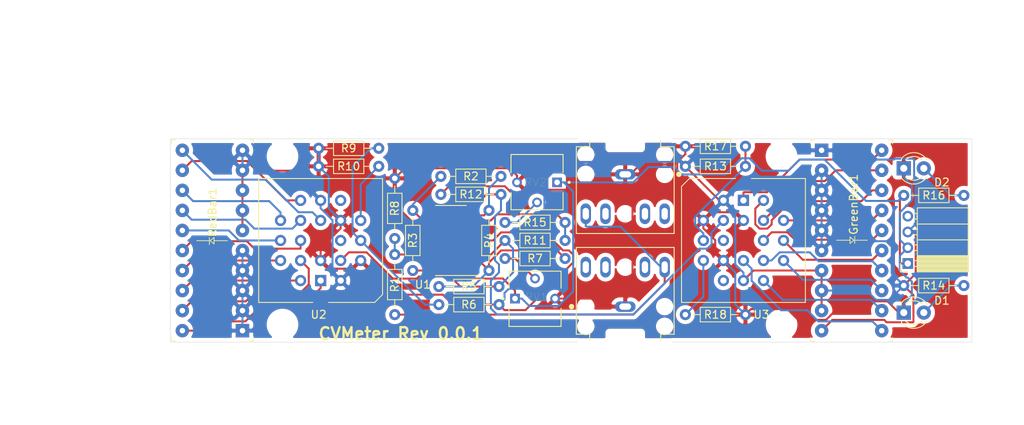
<source format=kicad_pcb>
(kicad_pcb (version 20171130) (host pcbnew 5.1.5+dfsg1-2build2)

  (general
    (thickness 1.6)
    (drawings 7)
    (tracks 414)
    (zones 0)
    (modules 34)
    (nets 52)
  )

  (page USLegal)
  (layers
    (0 F.Cu signal)
    (31 B.Cu signal)
    (32 B.Adhes user)
    (33 F.Adhes user)
    (34 B.Paste user)
    (35 F.Paste user)
    (36 B.SilkS user)
    (37 F.SilkS user)
    (38 B.Mask user)
    (39 F.Mask user)
    (40 Dwgs.User user)
    (41 Cmts.User user)
    (42 Eco1.User user)
    (43 Eco2.User user)
    (44 Edge.Cuts user)
    (45 Margin user)
    (46 B.CrtYd user)
    (47 F.CrtYd user)
    (48 B.Fab user)
    (49 F.Fab user hide)
  )

  (setup
    (last_trace_width 0.25)
    (trace_clearance 0.2)
    (zone_clearance 0.508)
    (zone_45_only no)
    (trace_min 0.2)
    (via_size 0.8)
    (via_drill 0.4)
    (via_min_size 0.4)
    (via_min_drill 0.3)
    (uvia_size 0.3)
    (uvia_drill 0.1)
    (uvias_allowed no)
    (uvia_min_size 0.2)
    (uvia_min_drill 0.1)
    (edge_width 0.05)
    (segment_width 0.2)
    (pcb_text_width 0.3)
    (pcb_text_size 1.5 1.5)
    (mod_edge_width 0.12)
    (mod_text_size 1 1)
    (mod_text_width 0.15)
    (pad_size 1.524 1.524)
    (pad_drill 0.762)
    (pad_to_mask_clearance 0.051)
    (solder_mask_min_width 0.25)
    (aux_axis_origin 0 0)
    (visible_elements FFFFFF7F)
    (pcbplotparams
      (layerselection 0x010fc_ffffffff)
      (usegerberextensions false)
      (usegerberattributes false)
      (usegerberadvancedattributes false)
      (creategerberjobfile false)
      (excludeedgelayer true)
      (linewidth 0.100000)
      (plotframeref false)
      (viasonmask false)
      (mode 1)
      (useauxorigin false)
      (hpglpennumber 1)
      (hpglpenspeed 20)
      (hpglpendiameter 15.000000)
      (psnegative false)
      (psa4output false)
      (plotreference true)
      (plotvalue true)
      (plotinvisibletext false)
      (padsonsilk false)
      (subtractmaskfromsilk false)
      (outputformat 1)
      (mirror false)
      (drillshape 0)
      (scaleselection 1)
      (outputdirectory ""))
  )

  (net 0 "")
  (net 1 "Net-(D1-Pad2)")
  (net 2 GND)
  (net 3 "Net-(D2-Pad2)")
  (net 4 "Net-(GreenBar1-Pad20)")
  (net 5 "Net-(GreenBar1-Pad19)")
  (net 6 "Net-(GreenBar1-Pad18)")
  (net 7 "Net-(GreenBar1-Pad17)")
  (net 8 +12V)
  (net 9 "Net-(GreenBar1-Pad11)")
  (net 10 "Net-(GreenBar1-Pad12)")
  (net 11 "Net-(GreenBar1-Pad16)")
  (net 12 "Net-(GreenBar1-Pad15)")
  (net 13 "Net-(GreenBar1-Pad14)")
  (net 14 "Net-(GreenBar1-Pad13)")
  (net 15 "Net-(J1-Pad3)")
  (net 16 "Net-(J1-Pad11)")
  (net 17 "Net-(J1-Pad10)")
  (net 18 "Net-(J1-Pad2)")
  (net 19 "Net-(J2-Pad10)")
  (net 20 "Net-(J2-Pad11)")
  (net 21 "Net-(J2-Pad3)")
  (net 22 "Net-(R1-Pad2)")
  (net 23 "Net-(R2-Pad2)")
  (net 24 "Net-(R2-Pad1)")
  (net 25 "Net-(R3-Pad2)")
  (net 26 "Net-(R4-Pad1)")
  (net 27 "Net-(R11-Pad1)")
  (net 28 "Net-(R6-Pad2)")
  (net 29 "Net-(R7-Pad2)")
  (net 30 "Net-(R10-Pad1)")
  (net 31 "Net-(R11-Pad2)")
  (net 32 "Net-(R12-Pad1)")
  (net 33 "Net-(R13-Pad2)")
  (net 34 "Net-(R15-Pad2)")
  (net 35 "Net-(R18-Pad1)")
  (net 36 "Net-(RedBar1-Pad13)")
  (net 37 "Net-(RedBar1-Pad14)")
  (net 38 "Net-(RedBar1-Pad15)")
  (net 39 "Net-(RedBar1-Pad16)")
  (net 40 "Net-(RedBar1-Pad12)")
  (net 41 "Net-(RedBar1-Pad11)")
  (net 42 "Net-(RedBar1-Pad17)")
  (net 43 "Net-(RedBar1-Pad18)")
  (net 44 "Net-(RedBar1-Pad19)")
  (net 45 "Net-(RedBar1-Pad20)")
  (net 46 -12V)
  (net 47 "Net-(U2-Pad7)")
  (net 48 "Net-(U2-Pad9)")
  (net 49 "Net-(U3-Pad9)")
  (net 50 "Net-(U3-Pad7)")
  (net 51 "Net-(J3-Pad4)")

  (net_class Default "This is the default net class."
    (clearance 0.2)
    (trace_width 0.25)
    (via_dia 0.8)
    (via_drill 0.4)
    (uvia_dia 0.3)
    (uvia_drill 0.1)
    (add_net +12V)
    (add_net -12V)
    (add_net GND)
    (add_net "Net-(D1-Pad2)")
    (add_net "Net-(D2-Pad2)")
    (add_net "Net-(GreenBar1-Pad11)")
    (add_net "Net-(GreenBar1-Pad12)")
    (add_net "Net-(GreenBar1-Pad13)")
    (add_net "Net-(GreenBar1-Pad14)")
    (add_net "Net-(GreenBar1-Pad15)")
    (add_net "Net-(GreenBar1-Pad16)")
    (add_net "Net-(GreenBar1-Pad17)")
    (add_net "Net-(GreenBar1-Pad18)")
    (add_net "Net-(GreenBar1-Pad19)")
    (add_net "Net-(GreenBar1-Pad20)")
    (add_net "Net-(J1-Pad10)")
    (add_net "Net-(J1-Pad11)")
    (add_net "Net-(J1-Pad2)")
    (add_net "Net-(J1-Pad3)")
    (add_net "Net-(J2-Pad10)")
    (add_net "Net-(J2-Pad11)")
    (add_net "Net-(J2-Pad3)")
    (add_net "Net-(J3-Pad4)")
    (add_net "Net-(R1-Pad2)")
    (add_net "Net-(R10-Pad1)")
    (add_net "Net-(R11-Pad1)")
    (add_net "Net-(R11-Pad2)")
    (add_net "Net-(R12-Pad1)")
    (add_net "Net-(R13-Pad2)")
    (add_net "Net-(R15-Pad2)")
    (add_net "Net-(R18-Pad1)")
    (add_net "Net-(R2-Pad1)")
    (add_net "Net-(R2-Pad2)")
    (add_net "Net-(R3-Pad2)")
    (add_net "Net-(R4-Pad1)")
    (add_net "Net-(R6-Pad2)")
    (add_net "Net-(R7-Pad2)")
    (add_net "Net-(RedBar1-Pad11)")
    (add_net "Net-(RedBar1-Pad12)")
    (add_net "Net-(RedBar1-Pad13)")
    (add_net "Net-(RedBar1-Pad14)")
    (add_net "Net-(RedBar1-Pad15)")
    (add_net "Net-(RedBar1-Pad16)")
    (add_net "Net-(RedBar1-Pad17)")
    (add_net "Net-(RedBar1-Pad18)")
    (add_net "Net-(RedBar1-Pad19)")
    (add_net "Net-(RedBar1-Pad20)")
    (add_net "Net-(U2-Pad7)")
    (add_net "Net-(U2-Pad9)")
    (add_net "Net-(U3-Pad7)")
    (add_net "Net-(U3-Pad9)")
  )

  (module MountingHole:MountingHole_3mm (layer F.Cu) (tedit 56D1B4CB) (tstamp 6005F28C)
    (at 297.434 137.668)
    (descr "Mounting Hole 3mm, no annular")
    (tags "mounting hole 3mm no annular")
    (attr virtual)
    (fp_text reference REF** (at 0 -4) (layer F.SilkS) hide
      (effects (font (size 1 1) (thickness 0.15)))
    )
    (fp_text value MountingHole_3mm (at 0 4) (layer F.Fab)
      (effects (font (size 1 1) (thickness 0.15)))
    )
    (fp_text user %R (at 0.3 0) (layer F.Fab)
      (effects (font (size 1 1) (thickness 0.15)))
    )
    (fp_circle (center 0 0) (end 3 0) (layer Cmts.User) (width 0.15))
    (fp_circle (center 0 0) (end 3.25 0) (layer F.CrtYd) (width 0.05))
    (pad 1 np_thru_hole circle (at 0 0) (size 3 3) (drill 3) (layers *.Cu *.Mask))
  )

  (module MountingHole:MountingHole_3mm (layer F.Cu) (tedit 56D1B4CB) (tstamp 6005F28C)
    (at 297.434 159.004)
    (descr "Mounting Hole 3mm, no annular")
    (tags "mounting hole 3mm no annular")
    (attr virtual)
    (fp_text reference REF** (at 0 -4) (layer F.SilkS) hide
      (effects (font (size 1 1) (thickness 0.15)))
    )
    (fp_text value MountingHole_3mm (at 0 4) (layer F.Fab)
      (effects (font (size 1 1) (thickness 0.15)))
    )
    (fp_text user %R (at 0.3 0) (layer F.Fab)
      (effects (font (size 1 1) (thickness 0.15)))
    )
    (fp_circle (center 0 0) (end 3 0) (layer Cmts.User) (width 0.15))
    (fp_circle (center 0 0) (end 3.25 0) (layer F.CrtYd) (width 0.05))
    (pad 1 np_thru_hole circle (at 0 0) (size 3 3) (drill 3) (layers *.Cu *.Mask))
  )

  (module MountingHole:MountingHole_3mm (layer F.Cu) (tedit 56D1B4CB) (tstamp 6005F28C)
    (at 234.188 159.004)
    (descr "Mounting Hole 3mm, no annular")
    (tags "mounting hole 3mm no annular")
    (attr virtual)
    (fp_text reference REF** (at 0 -4) (layer F.SilkS) hide
      (effects (font (size 1 1) (thickness 0.15)))
    )
    (fp_text value MountingHole_3mm (at 0 4) (layer F.Fab)
      (effects (font (size 1 1) (thickness 0.15)))
    )
    (fp_text user %R (at 0.3 0) (layer F.Fab)
      (effects (font (size 1 1) (thickness 0.15)))
    )
    (fp_circle (center 0 0) (end 3 0) (layer Cmts.User) (width 0.15))
    (fp_circle (center 0 0) (end 3.25 0) (layer F.CrtYd) (width 0.05))
    (pad 1 np_thru_hole circle (at 0 0) (size 3 3) (drill 3) (layers *.Cu *.Mask))
  )

  (module MountingHole:MountingHole_3mm (layer F.Cu) (tedit 56D1B4CB) (tstamp 6005F2A1)
    (at 234.188 137.668)
    (descr "Mounting Hole 3mm, no annular")
    (tags "mounting hole 3mm no annular")
    (attr virtual)
    (fp_text reference REF** (at 0 -4) (layer F.SilkS) hide
      (effects (font (size 1 1) (thickness 0.15)))
    )
    (fp_text value MountingHole_3mm (at 0 4) (layer F.Fab)
      (effects (font (size 1 1) (thickness 0.15)))
    )
    (fp_circle (center 0 0) (end 3.25 0) (layer F.CrtYd) (width 0.05))
    (fp_circle (center 0 0) (end 3 0) (layer Cmts.User) (width 0.15))
    (fp_text user %R (at 0.3 0) (layer F.Fab)
      (effects (font (size 1 1) (thickness 0.15)))
    )
    (pad 1 np_thru_hole circle (at 0 0) (size 3 3) (drill 3) (layers *.Cu *.Mask))
  )

  (module digikey-footprints:LED_Bar_Graph_LTA-1000 (layer F.Cu) (tedit 59931D7D) (tstamp 6004AF33)
    (at 229.108 159.766 180)
    (path /5FAC9E1C)
    (fp_text reference RedBar1 (at 3.81 14.986 90) (layer F.SilkS)
      (effects (font (size 1 1) (thickness 0.15)))
    )
    (fp_text value HDSP-4850_2 (at 2.76 25.21) (layer F.Fab)
      (effects (font (size 1 1) (thickness 0.15)))
    )
    (fp_line (start 3.6 11.4) (end 3.6 11) (layer F.SilkS) (width 0.1))
    (fp_line (start 1.9 11.4) (end 3.6 11.4) (layer F.SilkS) (width 0.1))
    (fp_line (start 3.6 11.4) (end 3.6 11.8) (layer F.SilkS) (width 0.1))
    (fp_line (start 4.1 11.4) (end 3.6 11.8) (layer F.SilkS) (width 0.1))
    (fp_line (start 3.6 11) (end 4.1 11.4) (layer F.SilkS) (width 0.1))
    (fp_line (start 4.2 10.9) (end 4.2 11.8) (layer F.SilkS) (width 0.1))
    (fp_line (start 4.3 11.4) (end 5.8 11.4) (layer F.SilkS) (width 0.1))
    (fp_line (start -1.3 -1.2) (end 8.86 -1.2) (layer F.Fab) (width 0.1))
    (fp_line (start -1.3 -1.2) (end -1.3 24.07) (layer F.Fab) (width 0.1))
    (fp_line (start 8.86 -1.2) (end 8.86 24.07) (layer F.Fab) (width 0.1))
    (fp_line (start -1.3 24.07) (end 8.86 24.07) (layer F.Fab) (width 0.1))
    (fp_line (start 9 -1.3) (end 8.5 -1.3) (layer F.SilkS) (width 0.1))
    (fp_line (start 9 -1.3) (end 9 -0.8) (layer F.SilkS) (width 0.1))
    (fp_line (start -1.4 -1.3) (end -0.9 -1.3) (layer F.SilkS) (width 0.1))
    (fp_line (start -1.4 -1.3) (end -1.4 -0.8) (layer F.SilkS) (width 0.1))
    (fp_line (start 9 24.2) (end 9 23.7) (layer F.SilkS) (width 0.1))
    (fp_line (start 9 24.2) (end 8.5 24.2) (layer F.SilkS) (width 0.1))
    (fp_line (start -1.4 24.2) (end -0.9 24.2) (layer F.SilkS) (width 0.1))
    (fp_line (start -1.4 24.2) (end -1.4 23.7) (layer F.SilkS) (width 0.1))
    (fp_line (start 9.11 -1.45) (end 9.11 24.32) (layer F.CrtYd) (width 0.05))
    (fp_line (start -1.55 -1.55) (end -1.55 24.32) (layer F.CrtYd) (width 0.05))
    (fp_line (start -1.55 -1.55) (end 9.11 -1.45) (layer F.CrtYd) (width 0.05))
    (fp_line (start -1.55 24.32) (end 9.11 24.32) (layer F.CrtYd) (width 0.05))
    (fp_text user %R (at 4 12) (layer F.Fab)
      (effects (font (size 1 1) (thickness 0.1)))
    )
    (pad 20 thru_hole circle (at 7.62 0 180) (size 1.7 1.7) (drill 0.7) (layers *.Cu *.Mask)
      (net 45 "Net-(RedBar1-Pad20)"))
    (pad 19 thru_hole circle (at 7.62 2.54 180) (size 1.7 1.7) (drill 0.7) (layers *.Cu *.Mask)
      (net 44 "Net-(RedBar1-Pad19)"))
    (pad 18 thru_hole circle (at 7.62 5.08 180) (size 1.7 1.7) (drill 0.7) (layers *.Cu *.Mask)
      (net 43 "Net-(RedBar1-Pad18)"))
    (pad 17 thru_hole circle (at 7.62 7.62 180) (size 1.7 1.7) (drill 0.7) (layers *.Cu *.Mask)
      (net 42 "Net-(RedBar1-Pad17)"))
    (pad 16 thru_hole circle (at 7.62 10.16 180) (size 1.7 1.7) (drill 0.7) (layers *.Cu *.Mask)
      (net 39 "Net-(RedBar1-Pad16)"))
    (pad 15 thru_hole circle (at 7.62 12.7 180) (size 1.7 1.7) (drill 0.7) (layers *.Cu *.Mask)
      (net 38 "Net-(RedBar1-Pad15)"))
    (pad 14 thru_hole circle (at 7.62 15.24 180) (size 1.7 1.7) (drill 0.7) (layers *.Cu *.Mask)
      (net 37 "Net-(RedBar1-Pad14)"))
    (pad 13 thru_hole circle (at 7.62 17.78 180) (size 1.7 1.7) (drill 0.7) (layers *.Cu *.Mask)
      (net 36 "Net-(RedBar1-Pad13)"))
    (pad 12 thru_hole circle (at 7.62 20.32 180) (size 1.7 1.7) (drill 0.7) (layers *.Cu *.Mask)
      (net 40 "Net-(RedBar1-Pad12)"))
    (pad 11 thru_hole circle (at 7.62 22.86 180) (size 1.7 1.7) (drill 0.7) (layers *.Cu *.Mask)
      (net 41 "Net-(RedBar1-Pad11)"))
    (pad 10 thru_hole circle (at 0 22.86 180) (size 1.7 1.7) (drill 0.7) (layers *.Cu *.Mask)
      (net 8 +12V))
    (pad 9 thru_hole circle (at 0 20.32 180) (size 1.7 1.7) (drill 0.7) (layers *.Cu *.Mask)
      (net 8 +12V))
    (pad 8 thru_hole circle (at 0 17.78 180) (size 1.7 1.7) (drill 0.7) (layers *.Cu *.Mask)
      (net 8 +12V))
    (pad 7 thru_hole circle (at 0 15.24 180) (size 1.7 1.7) (drill 0.7) (layers *.Cu *.Mask)
      (net 8 +12V))
    (pad 6 thru_hole circle (at 0 12.7 180) (size 1.7 1.7) (drill 0.7) (layers *.Cu *.Mask)
      (net 8 +12V))
    (pad 5 thru_hole circle (at 0 10.16 180) (size 1.7 1.7) (drill 0.7) (layers *.Cu *.Mask)
      (net 8 +12V))
    (pad 4 thru_hole circle (at 0 7.62 180) (size 1.7 1.7) (drill 0.7) (layers *.Cu *.Mask)
      (net 8 +12V))
    (pad 3 thru_hole circle (at 0 5.08 180) (size 1.7 1.7) (drill 0.7) (layers *.Cu *.Mask)
      (net 8 +12V))
    (pad 2 thru_hole circle (at 0 2.54 180) (size 1.7 1.7) (drill 0.7) (layers *.Cu *.Mask)
      (net 8 +12V))
    (pad 1 thru_hole rect (at 0 0 180) (size 1.7 1.7) (drill 0.7) (layers *.Cu *.Mask)
      (net 8 +12V))
  )

  (module digikey-footprints:LED_Bar_Graph_LTA-1000 (layer F.Cu) (tedit 59931D7D) (tstamp 6005E7D0)
    (at 302.514 136.906)
    (path /60069FE6)
    (fp_text reference GreenBar1 (at 4.064 6.858 90) (layer F.SilkS)
      (effects (font (size 1 1) (thickness 0.15)))
    )
    (fp_text value HDSP-4850_2 (at 2.76 25.21) (layer F.Fab)
      (effects (font (size 1 1) (thickness 0.15)))
    )
    (fp_line (start 3.6 11.4) (end 3.6 11) (layer F.SilkS) (width 0.1))
    (fp_line (start 1.9 11.4) (end 3.6 11.4) (layer F.SilkS) (width 0.1))
    (fp_line (start 3.6 11.4) (end 3.6 11.8) (layer F.SilkS) (width 0.1))
    (fp_line (start 4.1 11.4) (end 3.6 11.8) (layer F.SilkS) (width 0.1))
    (fp_line (start 3.6 11) (end 4.1 11.4) (layer F.SilkS) (width 0.1))
    (fp_line (start 4.2 10.9) (end 4.2 11.8) (layer F.SilkS) (width 0.1))
    (fp_line (start 4.3 11.4) (end 5.8 11.4) (layer F.SilkS) (width 0.1))
    (fp_line (start -1.3 -1.2) (end 8.86 -1.2) (layer F.Fab) (width 0.1))
    (fp_line (start -1.3 -1.2) (end -1.3 24.07) (layer F.Fab) (width 0.1))
    (fp_line (start 8.86 -1.2) (end 8.86 24.07) (layer F.Fab) (width 0.1))
    (fp_line (start -1.3 24.07) (end 8.86 24.07) (layer F.Fab) (width 0.1))
    (fp_line (start 9 -1.3) (end 8.5 -1.3) (layer F.SilkS) (width 0.1))
    (fp_line (start 9 -1.3) (end 9 -0.8) (layer F.SilkS) (width 0.1))
    (fp_line (start -1.4 -1.3) (end -0.9 -1.3) (layer F.SilkS) (width 0.1))
    (fp_line (start -1.4 -1.3) (end -1.4 -0.8) (layer F.SilkS) (width 0.1))
    (fp_line (start 9 24.2) (end 9 23.7) (layer F.SilkS) (width 0.1))
    (fp_line (start 9 24.2) (end 8.5 24.2) (layer F.SilkS) (width 0.1))
    (fp_line (start -1.4 24.2) (end -0.9 24.2) (layer F.SilkS) (width 0.1))
    (fp_line (start -1.4 24.2) (end -1.4 23.7) (layer F.SilkS) (width 0.1))
    (fp_line (start 9.11 -1.45) (end 9.11 24.32) (layer F.CrtYd) (width 0.05))
    (fp_line (start -1.55 -1.55) (end -1.55 24.32) (layer F.CrtYd) (width 0.05))
    (fp_line (start -1.55 -1.55) (end 9.11 -1.45) (layer F.CrtYd) (width 0.05))
    (fp_line (start -1.55 24.32) (end 9.11 24.32) (layer F.CrtYd) (width 0.05))
    (fp_text user %R (at 4 12) (layer F.Fab)
      (effects (font (size 1 1) (thickness 0.1)))
    )
    (pad 20 thru_hole circle (at 7.62 0) (size 1.7 1.7) (drill 0.7) (layers *.Cu *.Mask)
      (net 4 "Net-(GreenBar1-Pad20)"))
    (pad 19 thru_hole circle (at 7.62 2.54) (size 1.7 1.7) (drill 0.7) (layers *.Cu *.Mask)
      (net 5 "Net-(GreenBar1-Pad19)"))
    (pad 18 thru_hole circle (at 7.62 5.08) (size 1.7 1.7) (drill 0.7) (layers *.Cu *.Mask)
      (net 6 "Net-(GreenBar1-Pad18)"))
    (pad 17 thru_hole circle (at 7.62 7.62) (size 1.7 1.7) (drill 0.7) (layers *.Cu *.Mask)
      (net 7 "Net-(GreenBar1-Pad17)"))
    (pad 16 thru_hole circle (at 7.62 10.16) (size 1.7 1.7) (drill 0.7) (layers *.Cu *.Mask)
      (net 11 "Net-(GreenBar1-Pad16)"))
    (pad 15 thru_hole circle (at 7.62 12.7) (size 1.7 1.7) (drill 0.7) (layers *.Cu *.Mask)
      (net 12 "Net-(GreenBar1-Pad15)"))
    (pad 14 thru_hole circle (at 7.62 15.24) (size 1.7 1.7) (drill 0.7) (layers *.Cu *.Mask)
      (net 13 "Net-(GreenBar1-Pad14)"))
    (pad 13 thru_hole circle (at 7.62 17.78) (size 1.7 1.7) (drill 0.7) (layers *.Cu *.Mask)
      (net 14 "Net-(GreenBar1-Pad13)"))
    (pad 12 thru_hole circle (at 7.62 20.32) (size 1.7 1.7) (drill 0.7) (layers *.Cu *.Mask)
      (net 10 "Net-(GreenBar1-Pad12)"))
    (pad 11 thru_hole circle (at 7.62 22.86) (size 1.7 1.7) (drill 0.7) (layers *.Cu *.Mask)
      (net 9 "Net-(GreenBar1-Pad11)"))
    (pad 10 thru_hole circle (at 0 22.86) (size 1.7 1.7) (drill 0.7) (layers *.Cu *.Mask)
      (net 8 +12V))
    (pad 9 thru_hole circle (at 0 20.32) (size 1.7 1.7) (drill 0.7) (layers *.Cu *.Mask)
      (net 8 +12V))
    (pad 8 thru_hole circle (at 0 17.78) (size 1.7 1.7) (drill 0.7) (layers *.Cu *.Mask)
      (net 8 +12V))
    (pad 7 thru_hole circle (at 0 15.24) (size 1.7 1.7) (drill 0.7) (layers *.Cu *.Mask)
      (net 8 +12V))
    (pad 6 thru_hole circle (at 0 12.7) (size 1.7 1.7) (drill 0.7) (layers *.Cu *.Mask)
      (net 8 +12V))
    (pad 5 thru_hole circle (at 0 10.16) (size 1.7 1.7) (drill 0.7) (layers *.Cu *.Mask)
      (net 8 +12V))
    (pad 4 thru_hole circle (at 0 7.62) (size 1.7 1.7) (drill 0.7) (layers *.Cu *.Mask)
      (net 8 +12V))
    (pad 3 thru_hole circle (at 0 5.08) (size 1.7 1.7) (drill 0.7) (layers *.Cu *.Mask)
      (net 8 +12V))
    (pad 2 thru_hole circle (at 0 2.54) (size 1.7 1.7) (drill 0.7) (layers *.Cu *.Mask)
      (net 8 +12V))
    (pad 1 thru_hole rect (at 0 0) (size 1.7 1.7) (drill 0.7) (layers *.Cu *.Mask)
      (net 8 +12V))
  )

  (module Package_LCC:PLCC-20_THT-Socket (layer F.Cu) (tedit 5A02ECC8) (tstamp 6004AFDB)
    (at 292.608 143.256)
    (descr "PLCC, 20 pins, through hole")
    (tags "plcc leaded")
    (path /60069FE0)
    (fp_text reference U3 (at 2.286 14.478) (layer F.SilkS)
      (effects (font (size 1 1) (thickness 0.15)))
    )
    (fp_text value LM3914-20 (at 0 13.83) (layer F.Fab)
      (effects (font (size 1 1) (thickness 0.15)))
    )
    (fp_text user %R (at 0 5.08) (layer F.Fab)
      (effects (font (size 1 1) (thickness 0.15)))
    )
    (fp_line (start 7.85 -2.77) (end 1 -2.77) (layer F.SilkS) (width 0.12))
    (fp_line (start 7.85 12.93) (end 7.85 -2.77) (layer F.SilkS) (width 0.12))
    (fp_line (start -7.85 12.93) (end 7.85 12.93) (layer F.SilkS) (width 0.12))
    (fp_line (start -7.85 -1.77) (end -7.85 12.93) (layer F.SilkS) (width 0.12))
    (fp_line (start -6.85 -2.77) (end -7.85 -1.77) (layer F.SilkS) (width 0.12))
    (fp_line (start -1 -2.77) (end -6.85 -2.77) (layer F.SilkS) (width 0.12))
    (fp_line (start 0 -1.67) (end 0.5 -2.67) (layer F.Fab) (width 0.1))
    (fp_line (start -0.5 -2.67) (end 0 -1.67) (layer F.Fab) (width 0.1))
    (fp_line (start 5.21 -0.13) (end -5.21 -0.13) (layer F.Fab) (width 0.1))
    (fp_line (start 5.21 10.29) (end 5.21 -0.13) (layer F.Fab) (width 0.1))
    (fp_line (start -5.21 10.29) (end 5.21 10.29) (layer F.Fab) (width 0.1))
    (fp_line (start -5.21 -0.13) (end -5.21 10.29) (layer F.Fab) (width 0.1))
    (fp_line (start 8.25 -3.17) (end -8.25 -3.17) (layer F.CrtYd) (width 0.05))
    (fp_line (start 8.25 13.33) (end 8.25 -3.17) (layer F.CrtYd) (width 0.05))
    (fp_line (start -8.25 13.33) (end 8.25 13.33) (layer F.CrtYd) (width 0.05))
    (fp_line (start -8.25 -3.17) (end -8.25 13.33) (layer F.CrtYd) (width 0.05))
    (fp_line (start 7.75 -2.67) (end -6.75 -2.67) (layer F.Fab) (width 0.1))
    (fp_line (start 7.75 12.83) (end 7.75 -2.67) (layer F.Fab) (width 0.1))
    (fp_line (start -7.75 12.83) (end 7.75 12.83) (layer F.Fab) (width 0.1))
    (fp_line (start -7.75 -1.67) (end -7.75 12.83) (layer F.Fab) (width 0.1))
    (fp_line (start -6.75 -2.67) (end -7.75 -1.67) (layer F.Fab) (width 0.1))
    (pad 18 thru_hole circle (at 5.08 2.54) (size 1.4224 1.4224) (drill 0.8) (layers *.Cu *.Mask)
      (net 7 "Net-(GreenBar1-Pad17)"))
    (pad 16 thru_hole circle (at 5.08 5.08) (size 1.4224 1.4224) (drill 0.8) (layers *.Cu *.Mask)
      (net 12 "Net-(GreenBar1-Pad15)"))
    (pad 19 thru_hole circle (at 2.54 0) (size 1.4224 1.4224) (drill 0.8) (layers *.Cu *.Mask)
      (net 6 "Net-(GreenBar1-Pad18)"))
    (pad 17 thru_hole circle (at 2.54 5.08) (size 1.4224 1.4224) (drill 0.8) (layers *.Cu *.Mask)
      (net 11 "Net-(GreenBar1-Pad16)"))
    (pad 15 thru_hole circle (at 2.54 7.62) (size 1.4224 1.4224) (drill 0.8) (layers *.Cu *.Mask)
      (net 13 "Net-(GreenBar1-Pad14)"))
    (pad 13 thru_hole circle (at 2.54 10.16) (size 1.4224 1.4224) (drill 0.8) (layers *.Cu *.Mask)
      (net 10 "Net-(GreenBar1-Pad12)"))
    (pad 11 thru_hole circle (at 0 10.16) (size 1.4224 1.4224) (drill 0.8) (layers *.Cu *.Mask)
      (net 8 +12V))
    (pad 9 thru_hole circle (at -2.54 10.16) (size 1.4224 1.4224) (drill 0.8) (layers *.Cu *.Mask)
      (net 49 "Net-(U3-Pad9)"))
    (pad 14 thru_hole circle (at 5.08 7.62) (size 1.4224 1.4224) (drill 0.8) (layers *.Cu *.Mask)
      (net 14 "Net-(GreenBar1-Pad13)"))
    (pad 12 thru_hole circle (at 0 7.62) (size 1.4224 1.4224) (drill 0.8) (layers *.Cu *.Mask)
      (net 9 "Net-(GreenBar1-Pad11)"))
    (pad 10 thru_hole circle (at -2.54 7.62) (size 1.4224 1.4224) (drill 0.8) (layers *.Cu *.Mask)
      (net 2 GND))
    (pad 8 thru_hole circle (at -5.08 7.62) (size 1.4224 1.4224) (drill 0.8) (layers *.Cu *.Mask)
      (net 35 "Net-(R18-Pad1)"))
    (pad 6 thru_hole circle (at -5.08 5.08) (size 1.4224 1.4224) (drill 0.8) (layers *.Cu *.Mask)
      (net 33 "Net-(R13-Pad2)"))
    (pad 4 thru_hole circle (at -5.08 2.54) (size 1.4224 1.4224) (drill 0.8) (layers *.Cu *.Mask)
      (net 2 GND))
    (pad 7 thru_hole circle (at -2.54 5.08) (size 1.4224 1.4224) (drill 0.8) (layers *.Cu *.Mask)
      (net 50 "Net-(U3-Pad7)"))
    (pad 5 thru_hole circle (at -2.54 2.54) (size 1.4224 1.4224) (drill 0.8) (layers *.Cu *.Mask)
      (net 32 "Net-(R12-Pad1)"))
    (pad 3 thru_hole circle (at -2.54 0) (size 1.4224 1.4224) (drill 0.8) (layers *.Cu *.Mask)
      (net 8 +12V))
    (pad 1 thru_hole rect (at 0 0) (size 1.4224 1.4224) (drill 0.8) (layers *.Cu *.Mask)
      (net 4 "Net-(GreenBar1-Pad20)"))
    (pad 20 thru_hole circle (at 2.54 2.54) (size 1.4224 1.4224) (drill 0.8) (layers *.Cu *.Mask)
      (net 5 "Net-(GreenBar1-Pad19)"))
    (pad 2 thru_hole circle (at 0 2.54) (size 1.4224 1.4224) (drill 0.8) (layers *.Cu *.Mask)
      (net 2 GND))
    (model ${KISYS3DMOD}/Package_LCC.3dshapes/PLCC-20_THT-Socket.wrl
      (at (xyz 0 0 0))
      (scale (xyz 1 1 1))
      (rotate (xyz 0 0 0))
    )
  )

  (module Package_LCC:PLCC-20_THT-Socket (layer F.Cu) (tedit 5A02ECC8) (tstamp 6004AFAD)
    (at 239.014 153.416 180)
    (descr "PLCC, 20 pins, through hole")
    (tags "plcc leaded")
    (path /5FAC8FCF)
    (fp_text reference U2 (at 0.254 -4.318) (layer F.SilkS)
      (effects (font (size 1 1) (thickness 0.15)))
    )
    (fp_text value LM3914-20 (at 0 13.83) (layer F.Fab)
      (effects (font (size 1 1) (thickness 0.15)))
    )
    (fp_text user %R (at 0 5.08) (layer F.Fab)
      (effects (font (size 1 1) (thickness 0.15)))
    )
    (fp_line (start 7.85 -2.77) (end 1 -2.77) (layer F.SilkS) (width 0.12))
    (fp_line (start 7.85 12.93) (end 7.85 -2.77) (layer F.SilkS) (width 0.12))
    (fp_line (start -7.85 12.93) (end 7.85 12.93) (layer F.SilkS) (width 0.12))
    (fp_line (start -7.85 -1.77) (end -7.85 12.93) (layer F.SilkS) (width 0.12))
    (fp_line (start -6.85 -2.77) (end -7.85 -1.77) (layer F.SilkS) (width 0.12))
    (fp_line (start -1 -2.77) (end -6.85 -2.77) (layer F.SilkS) (width 0.12))
    (fp_line (start 0 -1.67) (end 0.5 -2.67) (layer F.Fab) (width 0.1))
    (fp_line (start -0.5 -2.67) (end 0 -1.67) (layer F.Fab) (width 0.1))
    (fp_line (start 5.21 -0.13) (end -5.21 -0.13) (layer F.Fab) (width 0.1))
    (fp_line (start 5.21 10.29) (end 5.21 -0.13) (layer F.Fab) (width 0.1))
    (fp_line (start -5.21 10.29) (end 5.21 10.29) (layer F.Fab) (width 0.1))
    (fp_line (start -5.21 -0.13) (end -5.21 10.29) (layer F.Fab) (width 0.1))
    (fp_line (start 8.25 -3.17) (end -8.25 -3.17) (layer F.CrtYd) (width 0.05))
    (fp_line (start 8.25 13.33) (end 8.25 -3.17) (layer F.CrtYd) (width 0.05))
    (fp_line (start -8.25 13.33) (end 8.25 13.33) (layer F.CrtYd) (width 0.05))
    (fp_line (start -8.25 -3.17) (end -8.25 13.33) (layer F.CrtYd) (width 0.05))
    (fp_line (start 7.75 -2.67) (end -6.75 -2.67) (layer F.Fab) (width 0.1))
    (fp_line (start 7.75 12.83) (end 7.75 -2.67) (layer F.Fab) (width 0.1))
    (fp_line (start -7.75 12.83) (end 7.75 12.83) (layer F.Fab) (width 0.1))
    (fp_line (start -7.75 -1.67) (end -7.75 12.83) (layer F.Fab) (width 0.1))
    (fp_line (start -6.75 -2.67) (end -7.75 -1.67) (layer F.Fab) (width 0.1))
    (pad 18 thru_hole circle (at 5.08 2.54 180) (size 1.4224 1.4224) (drill 0.8) (layers *.Cu *.Mask)
      (net 42 "Net-(RedBar1-Pad17)"))
    (pad 16 thru_hole circle (at 5.08 5.08 180) (size 1.4224 1.4224) (drill 0.8) (layers *.Cu *.Mask)
      (net 38 "Net-(RedBar1-Pad15)"))
    (pad 19 thru_hole circle (at 2.54 0 180) (size 1.4224 1.4224) (drill 0.8) (layers *.Cu *.Mask)
      (net 43 "Net-(RedBar1-Pad18)"))
    (pad 17 thru_hole circle (at 2.54 5.08 180) (size 1.4224 1.4224) (drill 0.8) (layers *.Cu *.Mask)
      (net 39 "Net-(RedBar1-Pad16)"))
    (pad 15 thru_hole circle (at 2.54 7.62 180) (size 1.4224 1.4224) (drill 0.8) (layers *.Cu *.Mask)
      (net 37 "Net-(RedBar1-Pad14)"))
    (pad 13 thru_hole circle (at 2.54 10.16 180) (size 1.4224 1.4224) (drill 0.8) (layers *.Cu *.Mask)
      (net 40 "Net-(RedBar1-Pad12)"))
    (pad 11 thru_hole circle (at 0 10.16 180) (size 1.4224 1.4224) (drill 0.8) (layers *.Cu *.Mask)
      (net 8 +12V))
    (pad 9 thru_hole circle (at -2.54 10.16 180) (size 1.4224 1.4224) (drill 0.8) (layers *.Cu *.Mask)
      (net 48 "Net-(U2-Pad9)"))
    (pad 14 thru_hole circle (at 5.08 7.62 180) (size 1.4224 1.4224) (drill 0.8) (layers *.Cu *.Mask)
      (net 36 "Net-(RedBar1-Pad13)"))
    (pad 12 thru_hole circle (at 0 7.62 180) (size 1.4224 1.4224) (drill 0.8) (layers *.Cu *.Mask)
      (net 41 "Net-(RedBar1-Pad11)"))
    (pad 10 thru_hole circle (at -2.54 7.62 180) (size 1.4224 1.4224) (drill 0.8) (layers *.Cu *.Mask)
      (net 2 GND))
    (pad 8 thru_hole circle (at -5.08 7.62 180) (size 1.4224 1.4224) (drill 0.8) (layers *.Cu *.Mask)
      (net 30 "Net-(R10-Pad1)"))
    (pad 6 thru_hole circle (at -5.08 5.08 180) (size 1.4224 1.4224) (drill 0.8) (layers *.Cu *.Mask)
      (net 28 "Net-(R6-Pad2)"))
    (pad 4 thru_hole circle (at -5.08 2.54 180) (size 1.4224 1.4224) (drill 0.8) (layers *.Cu *.Mask)
      (net 2 GND))
    (pad 7 thru_hole circle (at -2.54 5.08 180) (size 1.4224 1.4224) (drill 0.8) (layers *.Cu *.Mask)
      (net 47 "Net-(U2-Pad7)"))
    (pad 5 thru_hole circle (at -2.54 2.54 180) (size 1.4224 1.4224) (drill 0.8) (layers *.Cu *.Mask)
      (net 27 "Net-(R11-Pad1)"))
    (pad 3 thru_hole circle (at -2.54 0 180) (size 1.4224 1.4224) (drill 0.8) (layers *.Cu *.Mask)
      (net 8 +12V))
    (pad 1 thru_hole rect (at 0 0 180) (size 1.4224 1.4224) (drill 0.8) (layers *.Cu *.Mask)
      (net 45 "Net-(RedBar1-Pad20)"))
    (pad 20 thru_hole circle (at 2.54 2.54 180) (size 1.4224 1.4224) (drill 0.8) (layers *.Cu *.Mask)
      (net 44 "Net-(RedBar1-Pad19)"))
    (pad 2 thru_hole circle (at 0 2.54 180) (size 1.4224 1.4224) (drill 0.8) (layers *.Cu *.Mask)
      (net 2 GND))
    (model ${KISYS3DMOD}/Package_LCC.3dshapes/PLCC-20_THT-Socket.wrl
      (at (xyz 0 0 0))
      (scale (xyz 1 1 1))
      (rotate (xyz 0 0 0))
    )
  )

  (module Package_SO:SOIC-14_3.9x8.7mm_P1.27mm (layer F.Cu) (tedit 5D9F72B1) (tstamp 6004AF7F)
    (at 255.524 148.336 180)
    (descr "SOIC, 14 Pin (JEDEC MS-012AB, https://www.analog.com/media/en/package-pcb-resources/package/pkg_pdf/soic_narrow-r/r_14.pdf), generated with kicad-footprint-generator ipc_gullwing_generator.py")
    (tags "SOIC SO")
    (path /5FAF5F7D)
    (attr smd)
    (fp_text reference U1 (at 3.556 -5.588) (layer F.SilkS)
      (effects (font (size 1 1) (thickness 0.15)))
    )
    (fp_text value TL074 (at 0 5.28) (layer F.Fab)
      (effects (font (size 1 1) (thickness 0.15)))
    )
    (fp_text user %R (at 0 0) (layer F.Fab)
      (effects (font (size 0.98 0.98) (thickness 0.15)))
    )
    (fp_line (start 3.7 -4.58) (end -3.7 -4.58) (layer F.CrtYd) (width 0.05))
    (fp_line (start 3.7 4.58) (end 3.7 -4.58) (layer F.CrtYd) (width 0.05))
    (fp_line (start -3.7 4.58) (end 3.7 4.58) (layer F.CrtYd) (width 0.05))
    (fp_line (start -3.7 -4.58) (end -3.7 4.58) (layer F.CrtYd) (width 0.05))
    (fp_line (start -1.95 -3.35) (end -0.975 -4.325) (layer F.Fab) (width 0.1))
    (fp_line (start -1.95 4.325) (end -1.95 -3.35) (layer F.Fab) (width 0.1))
    (fp_line (start 1.95 4.325) (end -1.95 4.325) (layer F.Fab) (width 0.1))
    (fp_line (start 1.95 -4.325) (end 1.95 4.325) (layer F.Fab) (width 0.1))
    (fp_line (start -0.975 -4.325) (end 1.95 -4.325) (layer F.Fab) (width 0.1))
    (fp_line (start 0 -4.435) (end -3.45 -4.435) (layer F.SilkS) (width 0.12))
    (fp_line (start 0 -4.435) (end 1.95 -4.435) (layer F.SilkS) (width 0.12))
    (fp_line (start 0 4.435) (end -1.95 4.435) (layer F.SilkS) (width 0.12))
    (fp_line (start 0 4.435) (end 1.95 4.435) (layer F.SilkS) (width 0.12))
    (pad 14 smd roundrect (at 2.475 -3.81 180) (size 1.95 0.6) (layers F.Cu F.Paste F.Mask) (roundrect_rratio 0.25)
      (net 25 "Net-(R3-Pad2)"))
    (pad 13 smd roundrect (at 2.475 -2.54 180) (size 1.95 0.6) (layers F.Cu F.Paste F.Mask) (roundrect_rratio 0.25)
      (net 25 "Net-(R3-Pad2)"))
    (pad 12 smd roundrect (at 2.475 -1.27 180) (size 1.95 0.6) (layers F.Cu F.Paste F.Mask) (roundrect_rratio 0.25)
      (net 22 "Net-(R1-Pad2)"))
    (pad 11 smd roundrect (at 2.475 0 180) (size 1.95 0.6) (layers F.Cu F.Paste F.Mask) (roundrect_rratio 0.25)
      (net 46 -12V))
    (pad 10 smd roundrect (at 2.475 1.27 180) (size 1.95 0.6) (layers F.Cu F.Paste F.Mask) (roundrect_rratio 0.25)
      (net 2 GND))
    (pad 9 smd roundrect (at 2.475 2.54 180) (size 1.95 0.6) (layers F.Cu F.Paste F.Mask) (roundrect_rratio 0.25)
      (net 23 "Net-(R2-Pad2)"))
    (pad 8 smd roundrect (at 2.475 3.81 180) (size 1.95 0.6) (layers F.Cu F.Paste F.Mask) (roundrect_rratio 0.25)
      (net 24 "Net-(R2-Pad1)"))
    (pad 7 smd roundrect (at -2.475 3.81 180) (size 1.95 0.6) (layers F.Cu F.Paste F.Mask) (roundrect_rratio 0.25)
      (net 32 "Net-(R12-Pad1)"))
    (pad 6 smd roundrect (at -2.475 2.54 180) (size 1.95 0.6) (layers F.Cu F.Paste F.Mask) (roundrect_rratio 0.25)
      (net 31 "Net-(R11-Pad2)"))
    (pad 5 smd roundrect (at -2.475 1.27 180) (size 1.95 0.6) (layers F.Cu F.Paste F.Mask) (roundrect_rratio 0.25)
      (net 2 GND))
    (pad 4 smd roundrect (at -2.475 0 180) (size 1.95 0.6) (layers F.Cu F.Paste F.Mask) (roundrect_rratio 0.25)
      (net 8 +12V))
    (pad 3 smd roundrect (at -2.475 -1.27 180) (size 1.95 0.6) (layers F.Cu F.Paste F.Mask) (roundrect_rratio 0.25)
      (net 2 GND))
    (pad 2 smd roundrect (at -2.475 -2.54 180) (size 1.95 0.6) (layers F.Cu F.Paste F.Mask) (roundrect_rratio 0.25)
      (net 26 "Net-(R4-Pad1)"))
    (pad 1 smd roundrect (at -2.475 -3.81 180) (size 1.95 0.6) (layers F.Cu F.Paste F.Mask) (roundrect_rratio 0.25)
      (net 27 "Net-(R11-Pad1)"))
    (model ${KISYS3DMOD}/Package_SO.3dshapes/SOIC-14_3.9x8.7mm_P1.27mm.wrl
      (at (xyz 0 0 0))
      (scale (xyz 1 1 1))
      (rotate (xyz 0 0 0))
    )
  )

  (module Footprints-WGVC:TRIM_3362P-1-104LF (layer F.Cu) (tedit 600364B8) (tstamp 6004AF5F)
    (at 266.446 140.97 180)
    (path /6007E831)
    (fp_text reference RV2 (at 0.17547 0) (layer F.SilkS)
      (effects (font (size 1.002756 1.002756) (thickness 0.015)))
    )
    (fp_text value 100k (at 8.04994 4.67565) (layer F.Fab)
      (effects (font (size 1.002394 1.002394) (thickness 0.015)))
    )
    (fp_line (start -3.3 3.52) (end -3.3 1.235) (layer F.SilkS) (width 0.127))
    (fp_line (start -3.3 -1.305) (end -3.3 -3.47) (layer F.SilkS) (width 0.127))
    (fp_line (start -3.3 -3.47) (end 3.3 -3.47) (layer F.SilkS) (width 0.127))
    (fp_line (start 3.3 -3.47) (end 3.3 -1.305) (layer F.SilkS) (width 0.127))
    (fp_line (start 3.3 1.235) (end 3.3 3.52) (layer F.SilkS) (width 0.127))
    (fp_line (start 3.55 3.78) (end -3.55 3.78) (layer F.CrtYd) (width 0.05))
    (fp_line (start -3.55 3.78) (end -3.55 -3.72) (layer F.CrtYd) (width 0.05))
    (fp_line (start -3.55 -3.72) (end 3.55 -3.72) (layer F.CrtYd) (width 0.05))
    (fp_line (start 3.55 -3.72) (end 3.55 3.78) (layer F.CrtYd) (width 0.05))
    (fp_line (start -3.3 -3.47) (end 3.3 -3.47) (layer F.Fab) (width 0.127))
    (fp_line (start 3.3 -3.47) (end 3.3 3.53) (layer F.Fab) (width 0.127))
    (fp_line (start 3.3 3.53) (end -3.3 3.53) (layer F.Fab) (width 0.127))
    (fp_line (start -3.3 3.53) (end -3.3 -3.47) (layer F.Fab) (width 0.127))
    (fp_line (start 3.3 3.53) (end -3.3 3.53) (layer F.SilkS) (width 0.127))
    (fp_circle (center -4.064 0) (end -3.964 0) (layer F.SilkS) (width 0.2))
    (pad 3 thru_hole circle (at 2.54 0 180) (size 1.222 1.222) (drill 0.714) (layers *.Cu *.Mask)
      (net 2 GND))
    (pad 2 thru_hole circle (at 0 -2.54 180) (size 1.222 1.222) (drill 0.714) (layers *.Cu *.Mask)
      (net 34 "Net-(R15-Pad2)"))
    (pad 1 thru_hole rect (at -2.54 0 180) (size 1.222 1.222) (drill 0.714) (layers *.Cu *.Mask)
      (net 46 -12V))
  )

  (module Footprints-WGVC:TRIM_3362P-1-104LF (layer F.Cu) (tedit 600364B8) (tstamp 6004AF49)
    (at 266.192 155.702)
    (path /6008DCD8)
    (fp_text reference RV1 (at 0.17547 -0.182) (layer F.SilkS)
      (effects (font (size 1.002756 1.002756) (thickness 0.015)))
    )
    (fp_text value 100k (at -0.115 4.67565) (layer F.Fab)
      (effects (font (size 1.002394 1.002394) (thickness 0.015)))
    )
    (fp_line (start -3.3 3.52) (end -3.3 1.235) (layer F.SilkS) (width 0.127))
    (fp_line (start -3.3 -1.305) (end -3.3 -3.47) (layer F.SilkS) (width 0.127))
    (fp_line (start -3.3 -3.47) (end 3.3 -3.47) (layer F.SilkS) (width 0.127))
    (fp_line (start 3.3 -3.47) (end 3.3 -1.305) (layer F.SilkS) (width 0.127))
    (fp_line (start 3.3 1.235) (end 3.3 3.52) (layer F.SilkS) (width 0.127))
    (fp_line (start 3.55 3.78) (end -3.55 3.78) (layer F.CrtYd) (width 0.05))
    (fp_line (start -3.55 3.78) (end -3.55 -3.72) (layer F.CrtYd) (width 0.05))
    (fp_line (start -3.55 -3.72) (end 3.55 -3.72) (layer F.CrtYd) (width 0.05))
    (fp_line (start 3.55 -3.72) (end 3.55 3.78) (layer F.CrtYd) (width 0.05))
    (fp_line (start -3.3 -3.47) (end 3.3 -3.47) (layer F.Fab) (width 0.127))
    (fp_line (start 3.3 -3.47) (end 3.3 3.53) (layer F.Fab) (width 0.127))
    (fp_line (start 3.3 3.53) (end -3.3 3.53) (layer F.Fab) (width 0.127))
    (fp_line (start -3.3 3.53) (end -3.3 -3.47) (layer F.Fab) (width 0.127))
    (fp_line (start 3.3 3.53) (end -3.3 3.53) (layer F.SilkS) (width 0.127))
    (fp_circle (center -4.064 0) (end -3.964 0) (layer F.SilkS) (width 0.2))
    (pad 3 thru_hole circle (at 2.54 0) (size 1.222 1.222) (drill 0.714) (layers *.Cu *.Mask)
      (net 2 GND))
    (pad 2 thru_hole circle (at 0 -2.54) (size 1.222 1.222) (drill 0.714) (layers *.Cu *.Mask)
      (net 29 "Net-(R7-Pad2)"))
    (pad 1 thru_hole rect (at -2.54 0) (size 1.222 1.222) (drill 0.714) (layers *.Cu *.Mask)
      (net 46 -12V))
  )

  (module Resistor_THT:R_Axial_DIN0204_L3.6mm_D1.6mm_P7.62mm_Horizontal (layer F.Cu) (tedit 5AE5139B) (tstamp 60058AC3)
    (at 285.242 157.734)
    (descr "Resistor, Axial_DIN0204 series, Axial, Horizontal, pin pitch=7.62mm, 0.167W, length*diameter=3.6*1.6mm^2, http://cdn-reichelt.de/documents/datenblatt/B400/1_4W%23YAG.pdf")
    (tags "Resistor Axial_DIN0204 series Axial Horizontal pin pitch 7.62mm 0.167W length 3.6mm diameter 1.6mm")
    (path /6006A02A)
    (fp_text reference R18 (at 3.81 0) (layer F.SilkS)
      (effects (font (size 1 1) (thickness 0.15)))
    )
    (fp_text value 10k (at 3.81 1.92) (layer F.Fab)
      (effects (font (size 1 1) (thickness 0.15)))
    )
    (fp_text user %R (at 3.81 0) (layer F.Fab)
      (effects (font (size 0.72 0.72) (thickness 0.108)))
    )
    (fp_line (start 8.57 -1.05) (end -0.95 -1.05) (layer F.CrtYd) (width 0.05))
    (fp_line (start 8.57 1.05) (end 8.57 -1.05) (layer F.CrtYd) (width 0.05))
    (fp_line (start -0.95 1.05) (end 8.57 1.05) (layer F.CrtYd) (width 0.05))
    (fp_line (start -0.95 -1.05) (end -0.95 1.05) (layer F.CrtYd) (width 0.05))
    (fp_line (start 6.68 0) (end 5.73 0) (layer F.SilkS) (width 0.12))
    (fp_line (start 0.94 0) (end 1.89 0) (layer F.SilkS) (width 0.12))
    (fp_line (start 5.73 -0.92) (end 1.89 -0.92) (layer F.SilkS) (width 0.12))
    (fp_line (start 5.73 0.92) (end 5.73 -0.92) (layer F.SilkS) (width 0.12))
    (fp_line (start 1.89 0.92) (end 5.73 0.92) (layer F.SilkS) (width 0.12))
    (fp_line (start 1.89 -0.92) (end 1.89 0.92) (layer F.SilkS) (width 0.12))
    (fp_line (start 7.62 0) (end 5.61 0) (layer F.Fab) (width 0.1))
    (fp_line (start 0 0) (end 2.01 0) (layer F.Fab) (width 0.1))
    (fp_line (start 5.61 -0.8) (end 2.01 -0.8) (layer F.Fab) (width 0.1))
    (fp_line (start 5.61 0.8) (end 5.61 -0.8) (layer F.Fab) (width 0.1))
    (fp_line (start 2.01 0.8) (end 5.61 0.8) (layer F.Fab) (width 0.1))
    (fp_line (start 2.01 -0.8) (end 2.01 0.8) (layer F.Fab) (width 0.1))
    (pad 2 thru_hole oval (at 7.62 0) (size 1.4 1.4) (drill 0.7) (layers *.Cu *.Mask)
      (net 2 GND))
    (pad 1 thru_hole circle (at 0 0) (size 1.4 1.4) (drill 0.7) (layers *.Cu *.Mask)
      (net 35 "Net-(R18-Pad1)"))
    (model ${KISYS3DMOD}/Resistor_THT.3dshapes/R_Axial_DIN0204_L3.6mm_D1.6mm_P7.62mm_Horizontal.wrl
      (at (xyz 0 0 0))
      (scale (xyz 1 1 1))
      (rotate (xyz 0 0 0))
    )
  )

  (module Resistor_THT:R_Axial_DIN0204_L3.6mm_D1.6mm_P7.62mm_Horizontal (layer F.Cu) (tedit 5AE5139B) (tstamp 6004AEF4)
    (at 292.862 136.398 180)
    (descr "Resistor, Axial_DIN0204 series, Axial, Horizontal, pin pitch=7.62mm, 0.167W, length*diameter=3.6*1.6mm^2, http://cdn-reichelt.de/documents/datenblatt/B400/1_4W%23YAG.pdf")
    (tags "Resistor Axial_DIN0204 series Axial Horizontal pin pitch 7.62mm 0.167W length 3.6mm diameter 1.6mm")
    (path /6006A01B)
    (fp_text reference R17 (at 3.81 0) (layer F.SilkS)
      (effects (font (size 1 1) (thickness 0.15)))
    )
    (fp_text value 100k (at 3.81 1.92) (layer F.Fab)
      (effects (font (size 1 1) (thickness 0.15)))
    )
    (fp_text user %R (at 3.81 0) (layer F.Fab)
      (effects (font (size 0.72 0.72) (thickness 0.108)))
    )
    (fp_line (start 8.57 -1.05) (end -0.95 -1.05) (layer F.CrtYd) (width 0.05))
    (fp_line (start 8.57 1.05) (end 8.57 -1.05) (layer F.CrtYd) (width 0.05))
    (fp_line (start -0.95 1.05) (end 8.57 1.05) (layer F.CrtYd) (width 0.05))
    (fp_line (start -0.95 -1.05) (end -0.95 1.05) (layer F.CrtYd) (width 0.05))
    (fp_line (start 6.68 0) (end 5.73 0) (layer F.SilkS) (width 0.12))
    (fp_line (start 0.94 0) (end 1.89 0) (layer F.SilkS) (width 0.12))
    (fp_line (start 5.73 -0.92) (end 1.89 -0.92) (layer F.SilkS) (width 0.12))
    (fp_line (start 5.73 0.92) (end 5.73 -0.92) (layer F.SilkS) (width 0.12))
    (fp_line (start 1.89 0.92) (end 5.73 0.92) (layer F.SilkS) (width 0.12))
    (fp_line (start 1.89 -0.92) (end 1.89 0.92) (layer F.SilkS) (width 0.12))
    (fp_line (start 7.62 0) (end 5.61 0) (layer F.Fab) (width 0.1))
    (fp_line (start 0 0) (end 2.01 0) (layer F.Fab) (width 0.1))
    (fp_line (start 5.61 -0.8) (end 2.01 -0.8) (layer F.Fab) (width 0.1))
    (fp_line (start 5.61 0.8) (end 5.61 -0.8) (layer F.Fab) (width 0.1))
    (fp_line (start 2.01 0.8) (end 5.61 0.8) (layer F.Fab) (width 0.1))
    (fp_line (start 2.01 -0.8) (end 2.01 0.8) (layer F.Fab) (width 0.1))
    (pad 2 thru_hole oval (at 7.62 0 180) (size 1.4 1.4) (drill 0.7) (layers *.Cu *.Mask)
      (net 2 GND))
    (pad 1 thru_hole circle (at 0 0 180) (size 1.4 1.4) (drill 0.7) (layers *.Cu *.Mask)
      (net 33 "Net-(R13-Pad2)"))
    (model ${KISYS3DMOD}/Resistor_THT.3dshapes/R_Axial_DIN0204_L3.6mm_D1.6mm_P7.62mm_Horizontal.wrl
      (at (xyz 0 0 0))
      (scale (xyz 1 1 1))
      (rotate (xyz 0 0 0))
    )
  )

  (module Resistor_THT:R_Axial_DIN0204_L3.6mm_D1.6mm_P7.62mm_Horizontal (layer F.Cu) (tedit 5AE5139B) (tstamp 60061D55)
    (at 320.548 142.621 180)
    (descr "Resistor, Axial_DIN0204 series, Axial, Horizontal, pin pitch=7.62mm, 0.167W, length*diameter=3.6*1.6mm^2, http://cdn-reichelt.de/documents/datenblatt/B400/1_4W%23YAG.pdf")
    (tags "Resistor Axial_DIN0204 series Axial Horizontal pin pitch 7.62mm 0.167W length 3.6mm diameter 1.6mm")
    (path /6010EAB9)
    (fp_text reference R16 (at 3.81 0) (layer F.SilkS)
      (effects (font (size 1 1) (thickness 0.15)))
    )
    (fp_text value 6.8k (at 3.81 1.92) (layer F.Fab)
      (effects (font (size 1 1) (thickness 0.15)))
    )
    (fp_text user %R (at 3.81 0) (layer F.Fab)
      (effects (font (size 0.72 0.72) (thickness 0.108)))
    )
    (fp_line (start 8.57 -1.05) (end -0.95 -1.05) (layer F.CrtYd) (width 0.05))
    (fp_line (start 8.57 1.05) (end 8.57 -1.05) (layer F.CrtYd) (width 0.05))
    (fp_line (start -0.95 1.05) (end 8.57 1.05) (layer F.CrtYd) (width 0.05))
    (fp_line (start -0.95 -1.05) (end -0.95 1.05) (layer F.CrtYd) (width 0.05))
    (fp_line (start 6.68 0) (end 5.73 0) (layer F.SilkS) (width 0.12))
    (fp_line (start 0.94 0) (end 1.89 0) (layer F.SilkS) (width 0.12))
    (fp_line (start 5.73 -0.92) (end 1.89 -0.92) (layer F.SilkS) (width 0.12))
    (fp_line (start 5.73 0.92) (end 5.73 -0.92) (layer F.SilkS) (width 0.12))
    (fp_line (start 1.89 0.92) (end 5.73 0.92) (layer F.SilkS) (width 0.12))
    (fp_line (start 1.89 -0.92) (end 1.89 0.92) (layer F.SilkS) (width 0.12))
    (fp_line (start 7.62 0) (end 5.61 0) (layer F.Fab) (width 0.1))
    (fp_line (start 0 0) (end 2.01 0) (layer F.Fab) (width 0.1))
    (fp_line (start 5.61 -0.8) (end 2.01 -0.8) (layer F.Fab) (width 0.1))
    (fp_line (start 5.61 0.8) (end 5.61 -0.8) (layer F.Fab) (width 0.1))
    (fp_line (start 2.01 0.8) (end 5.61 0.8) (layer F.Fab) (width 0.1))
    (fp_line (start 2.01 -0.8) (end 2.01 0.8) (layer F.Fab) (width 0.1))
    (pad 2 thru_hole oval (at 7.62 0 180) (size 1.4 1.4) (drill 0.7) (layers *.Cu *.Mask)
      (net 46 -12V))
    (pad 1 thru_hole circle (at 0 0 180) (size 1.4 1.4) (drill 0.7) (layers *.Cu *.Mask)
      (net 3 "Net-(D2-Pad2)"))
    (model ${KISYS3DMOD}/Resistor_THT.3dshapes/R_Axial_DIN0204_L3.6mm_D1.6mm_P7.62mm_Horizontal.wrl
      (at (xyz 0 0 0))
      (scale (xyz 1 1 1))
      (rotate (xyz 0 0 0))
    )
  )

  (module Resistor_THT:R_Axial_DIN0204_L3.6mm_D1.6mm_P7.62mm_Horizontal (layer F.Cu) (tedit 5AE5139B) (tstamp 6004AEC6)
    (at 270.002 146.05 180)
    (descr "Resistor, Axial_DIN0204 series, Axial, Horizontal, pin pitch=7.62mm, 0.167W, length*diameter=3.6*1.6mm^2, http://cdn-reichelt.de/documents/datenblatt/B400/1_4W%23YAG.pdf")
    (tags "Resistor Axial_DIN0204 series Axial Horizontal pin pitch 7.62mm 0.167W length 3.6mm diameter 1.6mm")
    (path /6007AF79)
    (fp_text reference R15 (at 3.81 0) (layer F.SilkS)
      (effects (font (size 1 1) (thickness 0.15)))
    )
    (fp_text value 100K (at 3.81 1.92) (layer F.Fab)
      (effects (font (size 1 1) (thickness 0.15)))
    )
    (fp_text user %R (at 3.81 0) (layer F.Fab)
      (effects (font (size 0.72 0.72) (thickness 0.108)))
    )
    (fp_line (start 8.57 -1.05) (end -0.95 -1.05) (layer F.CrtYd) (width 0.05))
    (fp_line (start 8.57 1.05) (end 8.57 -1.05) (layer F.CrtYd) (width 0.05))
    (fp_line (start -0.95 1.05) (end 8.57 1.05) (layer F.CrtYd) (width 0.05))
    (fp_line (start -0.95 -1.05) (end -0.95 1.05) (layer F.CrtYd) (width 0.05))
    (fp_line (start 6.68 0) (end 5.73 0) (layer F.SilkS) (width 0.12))
    (fp_line (start 0.94 0) (end 1.89 0) (layer F.SilkS) (width 0.12))
    (fp_line (start 5.73 -0.92) (end 1.89 -0.92) (layer F.SilkS) (width 0.12))
    (fp_line (start 5.73 0.92) (end 5.73 -0.92) (layer F.SilkS) (width 0.12))
    (fp_line (start 1.89 0.92) (end 5.73 0.92) (layer F.SilkS) (width 0.12))
    (fp_line (start 1.89 -0.92) (end 1.89 0.92) (layer F.SilkS) (width 0.12))
    (fp_line (start 7.62 0) (end 5.61 0) (layer F.Fab) (width 0.1))
    (fp_line (start 0 0) (end 2.01 0) (layer F.Fab) (width 0.1))
    (fp_line (start 5.61 -0.8) (end 2.01 -0.8) (layer F.Fab) (width 0.1))
    (fp_line (start 5.61 0.8) (end 5.61 -0.8) (layer F.Fab) (width 0.1))
    (fp_line (start 2.01 0.8) (end 5.61 0.8) (layer F.Fab) (width 0.1))
    (fp_line (start 2.01 -0.8) (end 2.01 0.8) (layer F.Fab) (width 0.1))
    (pad 2 thru_hole oval (at 7.62 0 180) (size 1.4 1.4) (drill 0.7) (layers *.Cu *.Mask)
      (net 34 "Net-(R15-Pad2)"))
    (pad 1 thru_hole circle (at 0 0 180) (size 1.4 1.4) (drill 0.7) (layers *.Cu *.Mask)
      (net 31 "Net-(R11-Pad2)"))
    (model ${KISYS3DMOD}/Resistor_THT.3dshapes/R_Axial_DIN0204_L3.6mm_D1.6mm_P7.62mm_Horizontal.wrl
      (at (xyz 0 0 0))
      (scale (xyz 1 1 1))
      (rotate (xyz 0 0 0))
    )
  )

  (module Resistor_THT:R_Axial_DIN0204_L3.6mm_D1.6mm_P7.62mm_Horizontal (layer F.Cu) (tedit 5AE5139B) (tstamp 60061BEA)
    (at 320.548 154.051 180)
    (descr "Resistor, Axial_DIN0204 series, Axial, Horizontal, pin pitch=7.62mm, 0.167W, length*diameter=3.6*1.6mm^2, http://cdn-reichelt.de/documents/datenblatt/B400/1_4W%23YAG.pdf")
    (tags "Resistor Axial_DIN0204 series Axial Horizontal pin pitch 7.62mm 0.167W length 3.6mm diameter 1.6mm")
    (path /600F4B46)
    (fp_text reference R14 (at 3.81 0) (layer F.SilkS)
      (effects (font (size 1 1) (thickness 0.15)))
    )
    (fp_text value 6.8k (at 3.81 1.92) (layer F.Fab)
      (effects (font (size 1 1) (thickness 0.15)))
    )
    (fp_text user %R (at 3.81 0) (layer F.Fab)
      (effects (font (size 0.72 0.72) (thickness 0.108)))
    )
    (fp_line (start 8.57 -1.05) (end -0.95 -1.05) (layer F.CrtYd) (width 0.05))
    (fp_line (start 8.57 1.05) (end 8.57 -1.05) (layer F.CrtYd) (width 0.05))
    (fp_line (start -0.95 1.05) (end 8.57 1.05) (layer F.CrtYd) (width 0.05))
    (fp_line (start -0.95 -1.05) (end -0.95 1.05) (layer F.CrtYd) (width 0.05))
    (fp_line (start 6.68 0) (end 5.73 0) (layer F.SilkS) (width 0.12))
    (fp_line (start 0.94 0) (end 1.89 0) (layer F.SilkS) (width 0.12))
    (fp_line (start 5.73 -0.92) (end 1.89 -0.92) (layer F.SilkS) (width 0.12))
    (fp_line (start 5.73 0.92) (end 5.73 -0.92) (layer F.SilkS) (width 0.12))
    (fp_line (start 1.89 0.92) (end 5.73 0.92) (layer F.SilkS) (width 0.12))
    (fp_line (start 1.89 -0.92) (end 1.89 0.92) (layer F.SilkS) (width 0.12))
    (fp_line (start 7.62 0) (end 5.61 0) (layer F.Fab) (width 0.1))
    (fp_line (start 0 0) (end 2.01 0) (layer F.Fab) (width 0.1))
    (fp_line (start 5.61 -0.8) (end 2.01 -0.8) (layer F.Fab) (width 0.1))
    (fp_line (start 5.61 0.8) (end 5.61 -0.8) (layer F.Fab) (width 0.1))
    (fp_line (start 2.01 0.8) (end 5.61 0.8) (layer F.Fab) (width 0.1))
    (fp_line (start 2.01 -0.8) (end 2.01 0.8) (layer F.Fab) (width 0.1))
    (pad 2 thru_hole oval (at 7.62 0 180) (size 1.4 1.4) (drill 0.7) (layers *.Cu *.Mask)
      (net 8 +12V))
    (pad 1 thru_hole circle (at 0 0 180) (size 1.4 1.4) (drill 0.7) (layers *.Cu *.Mask)
      (net 1 "Net-(D1-Pad2)"))
    (model ${KISYS3DMOD}/Resistor_THT.3dshapes/R_Axial_DIN0204_L3.6mm_D1.6mm_P7.62mm_Horizontal.wrl
      (at (xyz 0 0 0))
      (scale (xyz 1 1 1))
      (rotate (xyz 0 0 0))
    )
  )

  (module Resistor_THT:R_Axial_DIN0204_L3.6mm_D1.6mm_P7.62mm_Horizontal (layer F.Cu) (tedit 5AE5139B) (tstamp 6004AE98)
    (at 285.242 138.938)
    (descr "Resistor, Axial_DIN0204 series, Axial, Horizontal, pin pitch=7.62mm, 0.167W, length*diameter=3.6*1.6mm^2, http://cdn-reichelt.de/documents/datenblatt/B400/1_4W%23YAG.pdf")
    (tags "Resistor Axial_DIN0204 series Axial Horizontal pin pitch 7.62mm 0.167W length 3.6mm diameter 1.6mm")
    (path /6006A015)
    (fp_text reference R13 (at 3.81 0) (layer F.SilkS)
      (effects (font (size 1 1) (thickness 0.15)))
    )
    (fp_text value 5.1k (at 3.81 1.92) (layer F.Fab)
      (effects (font (size 1 1) (thickness 0.15)))
    )
    (fp_text user %R (at 3.81 0) (layer F.Fab)
      (effects (font (size 0.72 0.72) (thickness 0.108)))
    )
    (fp_line (start 8.57 -1.05) (end -0.95 -1.05) (layer F.CrtYd) (width 0.05))
    (fp_line (start 8.57 1.05) (end 8.57 -1.05) (layer F.CrtYd) (width 0.05))
    (fp_line (start -0.95 1.05) (end 8.57 1.05) (layer F.CrtYd) (width 0.05))
    (fp_line (start -0.95 -1.05) (end -0.95 1.05) (layer F.CrtYd) (width 0.05))
    (fp_line (start 6.68 0) (end 5.73 0) (layer F.SilkS) (width 0.12))
    (fp_line (start 0.94 0) (end 1.89 0) (layer F.SilkS) (width 0.12))
    (fp_line (start 5.73 -0.92) (end 1.89 -0.92) (layer F.SilkS) (width 0.12))
    (fp_line (start 5.73 0.92) (end 5.73 -0.92) (layer F.SilkS) (width 0.12))
    (fp_line (start 1.89 0.92) (end 5.73 0.92) (layer F.SilkS) (width 0.12))
    (fp_line (start 1.89 -0.92) (end 1.89 0.92) (layer F.SilkS) (width 0.12))
    (fp_line (start 7.62 0) (end 5.61 0) (layer F.Fab) (width 0.1))
    (fp_line (start 0 0) (end 2.01 0) (layer F.Fab) (width 0.1))
    (fp_line (start 5.61 -0.8) (end 2.01 -0.8) (layer F.Fab) (width 0.1))
    (fp_line (start 5.61 0.8) (end 5.61 -0.8) (layer F.Fab) (width 0.1))
    (fp_line (start 2.01 0.8) (end 5.61 0.8) (layer F.Fab) (width 0.1))
    (fp_line (start 2.01 -0.8) (end 2.01 0.8) (layer F.Fab) (width 0.1))
    (pad 2 thru_hole oval (at 7.62 0) (size 1.4 1.4) (drill 0.7) (layers *.Cu *.Mask)
      (net 33 "Net-(R13-Pad2)"))
    (pad 1 thru_hole circle (at 0 0) (size 1.4 1.4) (drill 0.7) (layers *.Cu *.Mask)
      (net 8 +12V))
    (model ${KISYS3DMOD}/Resistor_THT.3dshapes/R_Axial_DIN0204_L3.6mm_D1.6mm_P7.62mm_Horizontal.wrl
      (at (xyz 0 0 0))
      (scale (xyz 1 1 1))
      (rotate (xyz 0 0 0))
    )
  )

  (module Resistor_THT:R_Axial_DIN0204_L3.6mm_D1.6mm_P7.62mm_Horizontal (layer F.Cu) (tedit 5AE5139B) (tstamp 6004AE81)
    (at 261.874 142.494 180)
    (descr "Resistor, Axial_DIN0204 series, Axial, Horizontal, pin pitch=7.62mm, 0.167W, length*diameter=3.6*1.6mm^2, http://cdn-reichelt.de/documents/datenblatt/B400/1_4W%23YAG.pdf")
    (tags "Resistor Axial_DIN0204 series Axial Horizontal pin pitch 7.62mm 0.167W length 3.6mm diameter 1.6mm")
    (path /5FB00714)
    (fp_text reference R12 (at 3.81 0) (layer F.SilkS)
      (effects (font (size 1 1) (thickness 0.15)))
    )
    (fp_text value 100K (at 3.81 1.92) (layer F.Fab)
      (effects (font (size 1 1) (thickness 0.15)))
    )
    (fp_text user %R (at 3.81 0) (layer F.Fab)
      (effects (font (size 0.72 0.72) (thickness 0.108)))
    )
    (fp_line (start 8.57 -1.05) (end -0.95 -1.05) (layer F.CrtYd) (width 0.05))
    (fp_line (start 8.57 1.05) (end 8.57 -1.05) (layer F.CrtYd) (width 0.05))
    (fp_line (start -0.95 1.05) (end 8.57 1.05) (layer F.CrtYd) (width 0.05))
    (fp_line (start -0.95 -1.05) (end -0.95 1.05) (layer F.CrtYd) (width 0.05))
    (fp_line (start 6.68 0) (end 5.73 0) (layer F.SilkS) (width 0.12))
    (fp_line (start 0.94 0) (end 1.89 0) (layer F.SilkS) (width 0.12))
    (fp_line (start 5.73 -0.92) (end 1.89 -0.92) (layer F.SilkS) (width 0.12))
    (fp_line (start 5.73 0.92) (end 5.73 -0.92) (layer F.SilkS) (width 0.12))
    (fp_line (start 1.89 0.92) (end 5.73 0.92) (layer F.SilkS) (width 0.12))
    (fp_line (start 1.89 -0.92) (end 1.89 0.92) (layer F.SilkS) (width 0.12))
    (fp_line (start 7.62 0) (end 5.61 0) (layer F.Fab) (width 0.1))
    (fp_line (start 0 0) (end 2.01 0) (layer F.Fab) (width 0.1))
    (fp_line (start 5.61 -0.8) (end 2.01 -0.8) (layer F.Fab) (width 0.1))
    (fp_line (start 5.61 0.8) (end 5.61 -0.8) (layer F.Fab) (width 0.1))
    (fp_line (start 2.01 0.8) (end 5.61 0.8) (layer F.Fab) (width 0.1))
    (fp_line (start 2.01 -0.8) (end 2.01 0.8) (layer F.Fab) (width 0.1))
    (pad 2 thru_hole oval (at 7.62 0 180) (size 1.4 1.4) (drill 0.7) (layers *.Cu *.Mask)
      (net 31 "Net-(R11-Pad2)"))
    (pad 1 thru_hole circle (at 0 0 180) (size 1.4 1.4) (drill 0.7) (layers *.Cu *.Mask)
      (net 32 "Net-(R12-Pad1)"))
    (model ${KISYS3DMOD}/Resistor_THT.3dshapes/R_Axial_DIN0204_L3.6mm_D1.6mm_P7.62mm_Horizontal.wrl
      (at (xyz 0 0 0))
      (scale (xyz 1 1 1))
      (rotate (xyz 0 0 0))
    )
  )

  (module Resistor_THT:R_Axial_DIN0204_L3.6mm_D1.6mm_P7.62mm_Horizontal (layer F.Cu) (tedit 5AE5139B) (tstamp 6004AE6A)
    (at 262.382 148.336)
    (descr "Resistor, Axial_DIN0204 series, Axial, Horizontal, pin pitch=7.62mm, 0.167W, length*diameter=3.6*1.6mm^2, http://cdn-reichelt.de/documents/datenblatt/B400/1_4W%23YAG.pdf")
    (tags "Resistor Axial_DIN0204 series Axial Horizontal pin pitch 7.62mm 0.167W length 3.6mm diameter 1.6mm")
    (path /5FB03C5B)
    (fp_text reference R11 (at 3.81 0) (layer F.SilkS)
      (effects (font (size 1 1) (thickness 0.15)))
    )
    (fp_text value 100k (at 3.81 1.92) (layer F.Fab)
      (effects (font (size 1 1) (thickness 0.15)))
    )
    (fp_text user %R (at 3.81 0) (layer F.Fab)
      (effects (font (size 0.72 0.72) (thickness 0.108)))
    )
    (fp_line (start 8.57 -1.05) (end -0.95 -1.05) (layer F.CrtYd) (width 0.05))
    (fp_line (start 8.57 1.05) (end 8.57 -1.05) (layer F.CrtYd) (width 0.05))
    (fp_line (start -0.95 1.05) (end 8.57 1.05) (layer F.CrtYd) (width 0.05))
    (fp_line (start -0.95 -1.05) (end -0.95 1.05) (layer F.CrtYd) (width 0.05))
    (fp_line (start 6.68 0) (end 5.73 0) (layer F.SilkS) (width 0.12))
    (fp_line (start 0.94 0) (end 1.89 0) (layer F.SilkS) (width 0.12))
    (fp_line (start 5.73 -0.92) (end 1.89 -0.92) (layer F.SilkS) (width 0.12))
    (fp_line (start 5.73 0.92) (end 5.73 -0.92) (layer F.SilkS) (width 0.12))
    (fp_line (start 1.89 0.92) (end 5.73 0.92) (layer F.SilkS) (width 0.12))
    (fp_line (start 1.89 -0.92) (end 1.89 0.92) (layer F.SilkS) (width 0.12))
    (fp_line (start 7.62 0) (end 5.61 0) (layer F.Fab) (width 0.1))
    (fp_line (start 0 0) (end 2.01 0) (layer F.Fab) (width 0.1))
    (fp_line (start 5.61 -0.8) (end 2.01 -0.8) (layer F.Fab) (width 0.1))
    (fp_line (start 5.61 0.8) (end 5.61 -0.8) (layer F.Fab) (width 0.1))
    (fp_line (start 2.01 0.8) (end 5.61 0.8) (layer F.Fab) (width 0.1))
    (fp_line (start 2.01 -0.8) (end 2.01 0.8) (layer F.Fab) (width 0.1))
    (pad 2 thru_hole oval (at 7.62 0) (size 1.4 1.4) (drill 0.7) (layers *.Cu *.Mask)
      (net 31 "Net-(R11-Pad2)"))
    (pad 1 thru_hole circle (at 0 0) (size 1.4 1.4) (drill 0.7) (layers *.Cu *.Mask)
      (net 27 "Net-(R11-Pad1)"))
    (model ${KISYS3DMOD}/Resistor_THT.3dshapes/R_Axial_DIN0204_L3.6mm_D1.6mm_P7.62mm_Horizontal.wrl
      (at (xyz 0 0 0))
      (scale (xyz 1 1 1))
      (rotate (xyz 0 0 0))
    )
  )

  (module Resistor_THT:R_Axial_DIN0204_L3.6mm_D1.6mm_P7.62mm_Horizontal (layer F.Cu) (tedit 5AE5139B) (tstamp 6004AE53)
    (at 246.38 138.938 180)
    (descr "Resistor, Axial_DIN0204 series, Axial, Horizontal, pin pitch=7.62mm, 0.167W, length*diameter=3.6*1.6mm^2, http://cdn-reichelt.de/documents/datenblatt/B400/1_4W%23YAG.pdf")
    (tags "Resistor Axial_DIN0204 series Axial Horizontal pin pitch 7.62mm 0.167W length 3.6mm diameter 1.6mm")
    (path /6005524C)
    (fp_text reference R10 (at 3.81 0) (layer F.SilkS)
      (effects (font (size 1 1) (thickness 0.15)))
    )
    (fp_text value 10k (at 3.81 1.92) (layer F.Fab)
      (effects (font (size 1 1) (thickness 0.15)))
    )
    (fp_text user %R (at 3.81 0) (layer F.Fab)
      (effects (font (size 0.72 0.72) (thickness 0.108)))
    )
    (fp_line (start 8.57 -1.05) (end -0.95 -1.05) (layer F.CrtYd) (width 0.05))
    (fp_line (start 8.57 1.05) (end 8.57 -1.05) (layer F.CrtYd) (width 0.05))
    (fp_line (start -0.95 1.05) (end 8.57 1.05) (layer F.CrtYd) (width 0.05))
    (fp_line (start -0.95 -1.05) (end -0.95 1.05) (layer F.CrtYd) (width 0.05))
    (fp_line (start 6.68 0) (end 5.73 0) (layer F.SilkS) (width 0.12))
    (fp_line (start 0.94 0) (end 1.89 0) (layer F.SilkS) (width 0.12))
    (fp_line (start 5.73 -0.92) (end 1.89 -0.92) (layer F.SilkS) (width 0.12))
    (fp_line (start 5.73 0.92) (end 5.73 -0.92) (layer F.SilkS) (width 0.12))
    (fp_line (start 1.89 0.92) (end 5.73 0.92) (layer F.SilkS) (width 0.12))
    (fp_line (start 1.89 -0.92) (end 1.89 0.92) (layer F.SilkS) (width 0.12))
    (fp_line (start 7.62 0) (end 5.61 0) (layer F.Fab) (width 0.1))
    (fp_line (start 0 0) (end 2.01 0) (layer F.Fab) (width 0.1))
    (fp_line (start 5.61 -0.8) (end 2.01 -0.8) (layer F.Fab) (width 0.1))
    (fp_line (start 5.61 0.8) (end 5.61 -0.8) (layer F.Fab) (width 0.1))
    (fp_line (start 2.01 0.8) (end 5.61 0.8) (layer F.Fab) (width 0.1))
    (fp_line (start 2.01 -0.8) (end 2.01 0.8) (layer F.Fab) (width 0.1))
    (pad 2 thru_hole oval (at 7.62 0 180) (size 1.4 1.4) (drill 0.7) (layers *.Cu *.Mask)
      (net 2 GND))
    (pad 1 thru_hole circle (at 0 0 180) (size 1.4 1.4) (drill 0.7) (layers *.Cu *.Mask)
      (net 30 "Net-(R10-Pad1)"))
    (model ${KISYS3DMOD}/Resistor_THT.3dshapes/R_Axial_DIN0204_L3.6mm_D1.6mm_P7.62mm_Horizontal.wrl
      (at (xyz 0 0 0))
      (scale (xyz 1 1 1))
      (rotate (xyz 0 0 0))
    )
  )

  (module Resistor_THT:R_Axial_DIN0204_L3.6mm_D1.6mm_P7.62mm_Horizontal (layer F.Cu) (tedit 5AE5139B) (tstamp 6004AE3C)
    (at 246.38 136.652 180)
    (descr "Resistor, Axial_DIN0204 series, Axial, Horizontal, pin pitch=7.62mm, 0.167W, length*diameter=3.6*1.6mm^2, http://cdn-reichelt.de/documents/datenblatt/B400/1_4W%23YAG.pdf")
    (tags "Resistor Axial_DIN0204 series Axial Horizontal pin pitch 7.62mm 0.167W length 3.6mm diameter 1.6mm")
    (path /6004DABD)
    (fp_text reference R9 (at 3.81 0) (layer F.SilkS)
      (effects (font (size 1 1) (thickness 0.15)))
    )
    (fp_text value 100k (at 3.81 1.92) (layer F.Fab)
      (effects (font (size 1 1) (thickness 0.15)))
    )
    (fp_text user %R (at 3.81 0) (layer F.Fab)
      (effects (font (size 0.72 0.72) (thickness 0.108)))
    )
    (fp_line (start 8.57 -1.05) (end -0.95 -1.05) (layer F.CrtYd) (width 0.05))
    (fp_line (start 8.57 1.05) (end 8.57 -1.05) (layer F.CrtYd) (width 0.05))
    (fp_line (start -0.95 1.05) (end 8.57 1.05) (layer F.CrtYd) (width 0.05))
    (fp_line (start -0.95 -1.05) (end -0.95 1.05) (layer F.CrtYd) (width 0.05))
    (fp_line (start 6.68 0) (end 5.73 0) (layer F.SilkS) (width 0.12))
    (fp_line (start 0.94 0) (end 1.89 0) (layer F.SilkS) (width 0.12))
    (fp_line (start 5.73 -0.92) (end 1.89 -0.92) (layer F.SilkS) (width 0.12))
    (fp_line (start 5.73 0.92) (end 5.73 -0.92) (layer F.SilkS) (width 0.12))
    (fp_line (start 1.89 0.92) (end 5.73 0.92) (layer F.SilkS) (width 0.12))
    (fp_line (start 1.89 -0.92) (end 1.89 0.92) (layer F.SilkS) (width 0.12))
    (fp_line (start 7.62 0) (end 5.61 0) (layer F.Fab) (width 0.1))
    (fp_line (start 0 0) (end 2.01 0) (layer F.Fab) (width 0.1))
    (fp_line (start 5.61 -0.8) (end 2.01 -0.8) (layer F.Fab) (width 0.1))
    (fp_line (start 5.61 0.8) (end 5.61 -0.8) (layer F.Fab) (width 0.1))
    (fp_line (start 2.01 0.8) (end 5.61 0.8) (layer F.Fab) (width 0.1))
    (fp_line (start 2.01 -0.8) (end 2.01 0.8) (layer F.Fab) (width 0.1))
    (pad 2 thru_hole oval (at 7.62 0 180) (size 1.4 1.4) (drill 0.7) (layers *.Cu *.Mask)
      (net 2 GND))
    (pad 1 thru_hole circle (at 0 0 180) (size 1.4 1.4) (drill 0.7) (layers *.Cu *.Mask)
      (net 28 "Net-(R6-Pad2)"))
    (model ${KISYS3DMOD}/Resistor_THT.3dshapes/R_Axial_DIN0204_L3.6mm_D1.6mm_P7.62mm_Horizontal.wrl
      (at (xyz 0 0 0))
      (scale (xyz 1 1 1))
      (rotate (xyz 0 0 0))
    )
  )

  (module Resistor_THT:R_Axial_DIN0204_L3.6mm_D1.6mm_P7.62mm_Horizontal (layer F.Cu) (tedit 5AE5139B) (tstamp 6004AE25)
    (at 248.412 148.082 90)
    (descr "Resistor, Axial_DIN0204 series, Axial, Horizontal, pin pitch=7.62mm, 0.167W, length*diameter=3.6*1.6mm^2, http://cdn-reichelt.de/documents/datenblatt/B400/1_4W%23YAG.pdf")
    (tags "Resistor Axial_DIN0204 series Axial Horizontal pin pitch 7.62mm 0.167W length 3.6mm diameter 1.6mm")
    (path /600B851D)
    (fp_text reference R8 (at 3.81 0 90) (layer F.SilkS)
      (effects (font (size 1 1) (thickness 0.15)))
    )
    (fp_text value 100k (at 3.81 1.92 90) (layer F.Fab)
      (effects (font (size 1 1) (thickness 0.15)))
    )
    (fp_text user %R (at 3.81 0 90) (layer F.Fab)
      (effects (font (size 0.72 0.72) (thickness 0.108)))
    )
    (fp_line (start 8.57 -1.05) (end -0.95 -1.05) (layer F.CrtYd) (width 0.05))
    (fp_line (start 8.57 1.05) (end 8.57 -1.05) (layer F.CrtYd) (width 0.05))
    (fp_line (start -0.95 1.05) (end 8.57 1.05) (layer F.CrtYd) (width 0.05))
    (fp_line (start -0.95 -1.05) (end -0.95 1.05) (layer F.CrtYd) (width 0.05))
    (fp_line (start 6.68 0) (end 5.73 0) (layer F.SilkS) (width 0.12))
    (fp_line (start 0.94 0) (end 1.89 0) (layer F.SilkS) (width 0.12))
    (fp_line (start 5.73 -0.92) (end 1.89 -0.92) (layer F.SilkS) (width 0.12))
    (fp_line (start 5.73 0.92) (end 5.73 -0.92) (layer F.SilkS) (width 0.12))
    (fp_line (start 1.89 0.92) (end 5.73 0.92) (layer F.SilkS) (width 0.12))
    (fp_line (start 1.89 -0.92) (end 1.89 0.92) (layer F.SilkS) (width 0.12))
    (fp_line (start 7.62 0) (end 5.61 0) (layer F.Fab) (width 0.1))
    (fp_line (start 0 0) (end 2.01 0) (layer F.Fab) (width 0.1))
    (fp_line (start 5.61 -0.8) (end 2.01 -0.8) (layer F.Fab) (width 0.1))
    (fp_line (start 5.61 0.8) (end 5.61 -0.8) (layer F.Fab) (width 0.1))
    (fp_line (start 2.01 0.8) (end 5.61 0.8) (layer F.Fab) (width 0.1))
    (fp_line (start 2.01 -0.8) (end 2.01 0.8) (layer F.Fab) (width 0.1))
    (pad 2 thru_hole oval (at 7.62 0 90) (size 1.4 1.4) (drill 0.7) (layers *.Cu *.Mask)
      (net 2 GND))
    (pad 1 thru_hole circle (at 0 0 90) (size 1.4 1.4) (drill 0.7) (layers *.Cu *.Mask)
      (net 22 "Net-(R1-Pad2)"))
    (model ${KISYS3DMOD}/Resistor_THT.3dshapes/R_Axial_DIN0204_L3.6mm_D1.6mm_P7.62mm_Horizontal.wrl
      (at (xyz 0 0 0))
      (scale (xyz 1 1 1))
      (rotate (xyz 0 0 0))
    )
  )

  (module Resistor_THT:R_Axial_DIN0204_L3.6mm_D1.6mm_P7.62mm_Horizontal (layer F.Cu) (tedit 5AE5139B) (tstamp 6005EC31)
    (at 270.002 150.622 180)
    (descr "Resistor, Axial_DIN0204 series, Axial, Horizontal, pin pitch=7.62mm, 0.167W, length*diameter=3.6*1.6mm^2, http://cdn-reichelt.de/documents/datenblatt/B400/1_4W%23YAG.pdf")
    (tags "Resistor Axial_DIN0204 series Axial Horizontal pin pitch 7.62mm 0.167W length 3.6mm diameter 1.6mm")
    (path /6008DCCA)
    (fp_text reference R7 (at 3.81 0) (layer F.SilkS)
      (effects (font (size 1 1) (thickness 0.15)))
    )
    (fp_text value 100K (at 3.81 1.92) (layer F.Fab)
      (effects (font (size 1 1) (thickness 0.15)))
    )
    (fp_text user %R (at 3.81 0) (layer F.Fab)
      (effects (font (size 0.72 0.72) (thickness 0.108)))
    )
    (fp_line (start 8.57 -1.05) (end -0.95 -1.05) (layer F.CrtYd) (width 0.05))
    (fp_line (start 8.57 1.05) (end 8.57 -1.05) (layer F.CrtYd) (width 0.05))
    (fp_line (start -0.95 1.05) (end 8.57 1.05) (layer F.CrtYd) (width 0.05))
    (fp_line (start -0.95 -1.05) (end -0.95 1.05) (layer F.CrtYd) (width 0.05))
    (fp_line (start 6.68 0) (end 5.73 0) (layer F.SilkS) (width 0.12))
    (fp_line (start 0.94 0) (end 1.89 0) (layer F.SilkS) (width 0.12))
    (fp_line (start 5.73 -0.92) (end 1.89 -0.92) (layer F.SilkS) (width 0.12))
    (fp_line (start 5.73 0.92) (end 5.73 -0.92) (layer F.SilkS) (width 0.12))
    (fp_line (start 1.89 0.92) (end 5.73 0.92) (layer F.SilkS) (width 0.12))
    (fp_line (start 1.89 -0.92) (end 1.89 0.92) (layer F.SilkS) (width 0.12))
    (fp_line (start 7.62 0) (end 5.61 0) (layer F.Fab) (width 0.1))
    (fp_line (start 0 0) (end 2.01 0) (layer F.Fab) (width 0.1))
    (fp_line (start 5.61 -0.8) (end 2.01 -0.8) (layer F.Fab) (width 0.1))
    (fp_line (start 5.61 0.8) (end 5.61 -0.8) (layer F.Fab) (width 0.1))
    (fp_line (start 2.01 0.8) (end 5.61 0.8) (layer F.Fab) (width 0.1))
    (fp_line (start 2.01 -0.8) (end 2.01 0.8) (layer F.Fab) (width 0.1))
    (pad 2 thru_hole oval (at 7.62 0 180) (size 1.4 1.4) (drill 0.7) (layers *.Cu *.Mask)
      (net 29 "Net-(R7-Pad2)"))
    (pad 1 thru_hole circle (at 0 0 180) (size 1.4 1.4) (drill 0.7) (layers *.Cu *.Mask)
      (net 26 "Net-(R4-Pad1)"))
    (model ${KISYS3DMOD}/Resistor_THT.3dshapes/R_Axial_DIN0204_L3.6mm_D1.6mm_P7.62mm_Horizontal.wrl
      (at (xyz 0 0 0))
      (scale (xyz 1 1 1))
      (rotate (xyz 0 0 0))
    )
  )

  (module Resistor_THT:R_Axial_DIN0204_L3.6mm_D1.6mm_P7.62mm_Horizontal (layer F.Cu) (tedit 5AE5139B) (tstamp 6004ADF7)
    (at 261.62 156.464 180)
    (descr "Resistor, Axial_DIN0204 series, Axial, Horizontal, pin pitch=7.62mm, 0.167W, length*diameter=3.6*1.6mm^2, http://cdn-reichelt.de/documents/datenblatt/B400/1_4W%23YAG.pdf")
    (tags "Resistor Axial_DIN0204 series Axial Horizontal pin pitch 7.62mm 0.167W length 3.6mm diameter 1.6mm")
    (path /6004CB6F)
    (fp_text reference R6 (at 3.81 0) (layer F.SilkS)
      (effects (font (size 1 1) (thickness 0.15)))
    )
    (fp_text value 5.1k (at 3.81 1.92) (layer F.Fab)
      (effects (font (size 1 1) (thickness 0.15)))
    )
    (fp_text user %R (at 3.81 0) (layer F.Fab)
      (effects (font (size 0.72 0.72) (thickness 0.108)))
    )
    (fp_line (start 8.57 -1.05) (end -0.95 -1.05) (layer F.CrtYd) (width 0.05))
    (fp_line (start 8.57 1.05) (end 8.57 -1.05) (layer F.CrtYd) (width 0.05))
    (fp_line (start -0.95 1.05) (end 8.57 1.05) (layer F.CrtYd) (width 0.05))
    (fp_line (start -0.95 -1.05) (end -0.95 1.05) (layer F.CrtYd) (width 0.05))
    (fp_line (start 6.68 0) (end 5.73 0) (layer F.SilkS) (width 0.12))
    (fp_line (start 0.94 0) (end 1.89 0) (layer F.SilkS) (width 0.12))
    (fp_line (start 5.73 -0.92) (end 1.89 -0.92) (layer F.SilkS) (width 0.12))
    (fp_line (start 5.73 0.92) (end 5.73 -0.92) (layer F.SilkS) (width 0.12))
    (fp_line (start 1.89 0.92) (end 5.73 0.92) (layer F.SilkS) (width 0.12))
    (fp_line (start 1.89 -0.92) (end 1.89 0.92) (layer F.SilkS) (width 0.12))
    (fp_line (start 7.62 0) (end 5.61 0) (layer F.Fab) (width 0.1))
    (fp_line (start 0 0) (end 2.01 0) (layer F.Fab) (width 0.1))
    (fp_line (start 5.61 -0.8) (end 2.01 -0.8) (layer F.Fab) (width 0.1))
    (fp_line (start 5.61 0.8) (end 5.61 -0.8) (layer F.Fab) (width 0.1))
    (fp_line (start 2.01 0.8) (end 5.61 0.8) (layer F.Fab) (width 0.1))
    (fp_line (start 2.01 -0.8) (end 2.01 0.8) (layer F.Fab) (width 0.1))
    (pad 2 thru_hole oval (at 7.62 0 180) (size 1.4 1.4) (drill 0.7) (layers *.Cu *.Mask)
      (net 28 "Net-(R6-Pad2)"))
    (pad 1 thru_hole circle (at 0 0 180) (size 1.4 1.4) (drill 0.7) (layers *.Cu *.Mask)
      (net 8 +12V))
    (model ${KISYS3DMOD}/Resistor_THT.3dshapes/R_Axial_DIN0204_L3.6mm_D1.6mm_P7.62mm_Horizontal.wrl
      (at (xyz 0 0 0))
      (scale (xyz 1 1 1))
      (rotate (xyz 0 0 0))
    )
  )

  (module Resistor_THT:R_Axial_DIN0204_L3.6mm_D1.6mm_P7.62mm_Horizontal (layer F.Cu) (tedit 5AE5139B) (tstamp 6004ADE0)
    (at 261.62 154.178 180)
    (descr "Resistor, Axial_DIN0204 series, Axial, Horizontal, pin pitch=7.62mm, 0.167W, length*diameter=3.6*1.6mm^2, http://cdn-reichelt.de/documents/datenblatt/B400/1_4W%23YAG.pdf")
    (tags "Resistor Axial_DIN0204 series Axial Horizontal pin pitch 7.62mm 0.167W length 3.6mm diameter 1.6mm")
    (path /6008DCBD)
    (fp_text reference R5 (at 3.81 0) (layer F.SilkS)
      (effects (font (size 1 1) (thickness 0.15)))
    )
    (fp_text value 680k (at 3.81 1.92) (layer F.Fab)
      (effects (font (size 1 1) (thickness 0.15)))
    )
    (fp_text user %R (at 3.81 0) (layer F.Fab)
      (effects (font (size 0.72 0.72) (thickness 0.108)))
    )
    (fp_line (start 8.57 -1.05) (end -0.95 -1.05) (layer F.CrtYd) (width 0.05))
    (fp_line (start 8.57 1.05) (end 8.57 -1.05) (layer F.CrtYd) (width 0.05))
    (fp_line (start -0.95 1.05) (end 8.57 1.05) (layer F.CrtYd) (width 0.05))
    (fp_line (start -0.95 -1.05) (end -0.95 1.05) (layer F.CrtYd) (width 0.05))
    (fp_line (start 6.68 0) (end 5.73 0) (layer F.SilkS) (width 0.12))
    (fp_line (start 0.94 0) (end 1.89 0) (layer F.SilkS) (width 0.12))
    (fp_line (start 5.73 -0.92) (end 1.89 -0.92) (layer F.SilkS) (width 0.12))
    (fp_line (start 5.73 0.92) (end 5.73 -0.92) (layer F.SilkS) (width 0.12))
    (fp_line (start 1.89 0.92) (end 5.73 0.92) (layer F.SilkS) (width 0.12))
    (fp_line (start 1.89 -0.92) (end 1.89 0.92) (layer F.SilkS) (width 0.12))
    (fp_line (start 7.62 0) (end 5.61 0) (layer F.Fab) (width 0.1))
    (fp_line (start 0 0) (end 2.01 0) (layer F.Fab) (width 0.1))
    (fp_line (start 5.61 -0.8) (end 2.01 -0.8) (layer F.Fab) (width 0.1))
    (fp_line (start 5.61 0.8) (end 5.61 -0.8) (layer F.Fab) (width 0.1))
    (fp_line (start 2.01 0.8) (end 5.61 0.8) (layer F.Fab) (width 0.1))
    (fp_line (start 2.01 -0.8) (end 2.01 0.8) (layer F.Fab) (width 0.1))
    (pad 2 thru_hole oval (at 7.62 0 180) (size 1.4 1.4) (drill 0.7) (layers *.Cu *.Mask)
      (net 26 "Net-(R4-Pad1)"))
    (pad 1 thru_hole circle (at 0 0 180) (size 1.4 1.4) (drill 0.7) (layers *.Cu *.Mask)
      (net 27 "Net-(R11-Pad1)"))
    (model ${KISYS3DMOD}/Resistor_THT.3dshapes/R_Axial_DIN0204_L3.6mm_D1.6mm_P7.62mm_Horizontal.wrl
      (at (xyz 0 0 0))
      (scale (xyz 1 1 1))
      (rotate (xyz 0 0 0))
    )
  )

  (module Resistor_THT:R_Axial_DIN0204_L3.6mm_D1.6mm_P7.62mm_Horizontal (layer F.Cu) (tedit 5AE5139B) (tstamp 6004ADC9)
    (at 260.35 152.146 90)
    (descr "Resistor, Axial_DIN0204 series, Axial, Horizontal, pin pitch=7.62mm, 0.167W, length*diameter=3.6*1.6mm^2, http://cdn-reichelt.de/documents/datenblatt/B400/1_4W%23YAG.pdf")
    (tags "Resistor Axial_DIN0204 series Axial Horizontal pin pitch 7.62mm 0.167W length 3.6mm diameter 1.6mm")
    (path /6009C2CD)
    (fp_text reference R4 (at 3.81 0 90) (layer F.SilkS)
      (effects (font (size 1 1) (thickness 0.15)))
    )
    (fp_text value 680k (at 3.81 1.92 90) (layer F.Fab)
      (effects (font (size 1 1) (thickness 0.15)))
    )
    (fp_text user %R (at 3.81 0 90) (layer F.Fab)
      (effects (font (size 0.72 0.72) (thickness 0.108)))
    )
    (fp_line (start 8.57 -1.05) (end -0.95 -1.05) (layer F.CrtYd) (width 0.05))
    (fp_line (start 8.57 1.05) (end 8.57 -1.05) (layer F.CrtYd) (width 0.05))
    (fp_line (start -0.95 1.05) (end 8.57 1.05) (layer F.CrtYd) (width 0.05))
    (fp_line (start -0.95 -1.05) (end -0.95 1.05) (layer F.CrtYd) (width 0.05))
    (fp_line (start 6.68 0) (end 5.73 0) (layer F.SilkS) (width 0.12))
    (fp_line (start 0.94 0) (end 1.89 0) (layer F.SilkS) (width 0.12))
    (fp_line (start 5.73 -0.92) (end 1.89 -0.92) (layer F.SilkS) (width 0.12))
    (fp_line (start 5.73 0.92) (end 5.73 -0.92) (layer F.SilkS) (width 0.12))
    (fp_line (start 1.89 0.92) (end 5.73 0.92) (layer F.SilkS) (width 0.12))
    (fp_line (start 1.89 -0.92) (end 1.89 0.92) (layer F.SilkS) (width 0.12))
    (fp_line (start 7.62 0) (end 5.61 0) (layer F.Fab) (width 0.1))
    (fp_line (start 0 0) (end 2.01 0) (layer F.Fab) (width 0.1))
    (fp_line (start 5.61 -0.8) (end 2.01 -0.8) (layer F.Fab) (width 0.1))
    (fp_line (start 5.61 0.8) (end 5.61 -0.8) (layer F.Fab) (width 0.1))
    (fp_line (start 2.01 0.8) (end 5.61 0.8) (layer F.Fab) (width 0.1))
    (fp_line (start 2.01 -0.8) (end 2.01 0.8) (layer F.Fab) (width 0.1))
    (pad 2 thru_hole oval (at 7.62 0 90) (size 1.4 1.4) (drill 0.7) (layers *.Cu *.Mask)
      (net 24 "Net-(R2-Pad1)"))
    (pad 1 thru_hole circle (at 0 0 90) (size 1.4 1.4) (drill 0.7) (layers *.Cu *.Mask)
      (net 26 "Net-(R4-Pad1)"))
    (model ${KISYS3DMOD}/Resistor_THT.3dshapes/R_Axial_DIN0204_L3.6mm_D1.6mm_P7.62mm_Horizontal.wrl
      (at (xyz 0 0 0))
      (scale (xyz 1 1 1))
      (rotate (xyz 0 0 0))
    )
  )

  (module Resistor_THT:R_Axial_DIN0204_L3.6mm_D1.6mm_P7.62mm_Horizontal (layer F.Cu) (tedit 5AE5139B) (tstamp 6004ADB2)
    (at 250.698 144.526 270)
    (descr "Resistor, Axial_DIN0204 series, Axial, Horizontal, pin pitch=7.62mm, 0.167W, length*diameter=3.6*1.6mm^2, http://cdn-reichelt.de/documents/datenblatt/B400/1_4W%23YAG.pdf")
    (tags "Resistor Axial_DIN0204 series Axial Horizontal pin pitch 7.62mm 0.167W length 3.6mm diameter 1.6mm")
    (path /600A9EFA)
    (fp_text reference R3 (at 3.81 0 90) (layer F.SilkS)
      (effects (font (size 1 1) (thickness 0.15)))
    )
    (fp_text value 100K (at 3.81 1.92 90) (layer F.Fab)
      (effects (font (size 1 1) (thickness 0.15)))
    )
    (fp_text user %R (at 3.81 0 90) (layer F.Fab)
      (effects (font (size 0.72 0.72) (thickness 0.108)))
    )
    (fp_line (start 8.57 -1.05) (end -0.95 -1.05) (layer F.CrtYd) (width 0.05))
    (fp_line (start 8.57 1.05) (end 8.57 -1.05) (layer F.CrtYd) (width 0.05))
    (fp_line (start -0.95 1.05) (end 8.57 1.05) (layer F.CrtYd) (width 0.05))
    (fp_line (start -0.95 -1.05) (end -0.95 1.05) (layer F.CrtYd) (width 0.05))
    (fp_line (start 6.68 0) (end 5.73 0) (layer F.SilkS) (width 0.12))
    (fp_line (start 0.94 0) (end 1.89 0) (layer F.SilkS) (width 0.12))
    (fp_line (start 5.73 -0.92) (end 1.89 -0.92) (layer F.SilkS) (width 0.12))
    (fp_line (start 5.73 0.92) (end 5.73 -0.92) (layer F.SilkS) (width 0.12))
    (fp_line (start 1.89 0.92) (end 5.73 0.92) (layer F.SilkS) (width 0.12))
    (fp_line (start 1.89 -0.92) (end 1.89 0.92) (layer F.SilkS) (width 0.12))
    (fp_line (start 7.62 0) (end 5.61 0) (layer F.Fab) (width 0.1))
    (fp_line (start 0 0) (end 2.01 0) (layer F.Fab) (width 0.1))
    (fp_line (start 5.61 -0.8) (end 2.01 -0.8) (layer F.Fab) (width 0.1))
    (fp_line (start 5.61 0.8) (end 5.61 -0.8) (layer F.Fab) (width 0.1))
    (fp_line (start 2.01 0.8) (end 5.61 0.8) (layer F.Fab) (width 0.1))
    (fp_line (start 2.01 -0.8) (end 2.01 0.8) (layer F.Fab) (width 0.1))
    (pad 2 thru_hole oval (at 7.62 0 270) (size 1.4 1.4) (drill 0.7) (layers *.Cu *.Mask)
      (net 25 "Net-(R3-Pad2)"))
    (pad 1 thru_hole circle (at 0 0 270) (size 1.4 1.4) (drill 0.7) (layers *.Cu *.Mask)
      (net 23 "Net-(R2-Pad2)"))
    (model ${KISYS3DMOD}/Resistor_THT.3dshapes/R_Axial_DIN0204_L3.6mm_D1.6mm_P7.62mm_Horizontal.wrl
      (at (xyz 0 0 0))
      (scale (xyz 1 1 1))
      (rotate (xyz 0 0 0))
    )
  )

  (module Resistor_THT:R_Axial_DIN0204_L3.6mm_D1.6mm_P7.62mm_Horizontal (layer F.Cu) (tedit 5AE5139B) (tstamp 6004AD9B)
    (at 261.874 140.208 180)
    (descr "Resistor, Axial_DIN0204 series, Axial, Horizontal, pin pitch=7.62mm, 0.167W, length*diameter=3.6*1.6mm^2, http://cdn-reichelt.de/documents/datenblatt/B400/1_4W%23YAG.pdf")
    (tags "Resistor Axial_DIN0204 series Axial Horizontal pin pitch 7.62mm 0.167W length 3.6mm diameter 1.6mm")
    (path /600A263E)
    (fp_text reference R2 (at 3.81 0) (layer F.SilkS)
      (effects (font (size 1 1) (thickness 0.15)))
    )
    (fp_text value 68k (at 3.81 1.92) (layer F.Fab)
      (effects (font (size 1 1) (thickness 0.15)))
    )
    (fp_text user %R (at 3.81 0) (layer F.Fab)
      (effects (font (size 0.72 0.72) (thickness 0.108)))
    )
    (fp_line (start 8.57 -1.05) (end -0.95 -1.05) (layer F.CrtYd) (width 0.05))
    (fp_line (start 8.57 1.05) (end 8.57 -1.05) (layer F.CrtYd) (width 0.05))
    (fp_line (start -0.95 1.05) (end 8.57 1.05) (layer F.CrtYd) (width 0.05))
    (fp_line (start -0.95 -1.05) (end -0.95 1.05) (layer F.CrtYd) (width 0.05))
    (fp_line (start 6.68 0) (end 5.73 0) (layer F.SilkS) (width 0.12))
    (fp_line (start 0.94 0) (end 1.89 0) (layer F.SilkS) (width 0.12))
    (fp_line (start 5.73 -0.92) (end 1.89 -0.92) (layer F.SilkS) (width 0.12))
    (fp_line (start 5.73 0.92) (end 5.73 -0.92) (layer F.SilkS) (width 0.12))
    (fp_line (start 1.89 0.92) (end 5.73 0.92) (layer F.SilkS) (width 0.12))
    (fp_line (start 1.89 -0.92) (end 1.89 0.92) (layer F.SilkS) (width 0.12))
    (fp_line (start 7.62 0) (end 5.61 0) (layer F.Fab) (width 0.1))
    (fp_line (start 0 0) (end 2.01 0) (layer F.Fab) (width 0.1))
    (fp_line (start 5.61 -0.8) (end 2.01 -0.8) (layer F.Fab) (width 0.1))
    (fp_line (start 5.61 0.8) (end 5.61 -0.8) (layer F.Fab) (width 0.1))
    (fp_line (start 2.01 0.8) (end 5.61 0.8) (layer F.Fab) (width 0.1))
    (fp_line (start 2.01 -0.8) (end 2.01 0.8) (layer F.Fab) (width 0.1))
    (pad 2 thru_hole oval (at 7.62 0 180) (size 1.4 1.4) (drill 0.7) (layers *.Cu *.Mask)
      (net 23 "Net-(R2-Pad2)"))
    (pad 1 thru_hole circle (at 0 0 180) (size 1.4 1.4) (drill 0.7) (layers *.Cu *.Mask)
      (net 24 "Net-(R2-Pad1)"))
    (model ${KISYS3DMOD}/Resistor_THT.3dshapes/R_Axial_DIN0204_L3.6mm_D1.6mm_P7.62mm_Horizontal.wrl
      (at (xyz 0 0 0))
      (scale (xyz 1 1 1))
      (rotate (xyz 0 0 0))
    )
  )

  (module Resistor_THT:R_Axial_DIN0204_L3.6mm_D1.6mm_P7.62mm_Horizontal (layer F.Cu) (tedit 5AE5139B) (tstamp 6005EEC1)
    (at 248.412 157.734 90)
    (descr "Resistor, Axial_DIN0204 series, Axial, Horizontal, pin pitch=7.62mm, 0.167W, length*diameter=3.6*1.6mm^2, http://cdn-reichelt.de/documents/datenblatt/B400/1_4W%23YAG.pdf")
    (tags "Resistor Axial_DIN0204 series Axial Horizontal pin pitch 7.62mm 0.167W length 3.6mm diameter 1.6mm")
    (path /600B8517)
    (fp_text reference R1 (at 3.81 0 90) (layer F.SilkS)
      (effects (font (size 1 1) (thickness 0.15)))
    )
    (fp_text value 12k (at 3.81 1.92 90) (layer F.Fab)
      (effects (font (size 1 1) (thickness 0.15)))
    )
    (fp_text user %R (at 3.81 0 90) (layer F.Fab)
      (effects (font (size 0.72 0.72) (thickness 0.108)))
    )
    (fp_line (start 8.57 -1.05) (end -0.95 -1.05) (layer F.CrtYd) (width 0.05))
    (fp_line (start 8.57 1.05) (end 8.57 -1.05) (layer F.CrtYd) (width 0.05))
    (fp_line (start -0.95 1.05) (end 8.57 1.05) (layer F.CrtYd) (width 0.05))
    (fp_line (start -0.95 -1.05) (end -0.95 1.05) (layer F.CrtYd) (width 0.05))
    (fp_line (start 6.68 0) (end 5.73 0) (layer F.SilkS) (width 0.12))
    (fp_line (start 0.94 0) (end 1.89 0) (layer F.SilkS) (width 0.12))
    (fp_line (start 5.73 -0.92) (end 1.89 -0.92) (layer F.SilkS) (width 0.12))
    (fp_line (start 5.73 0.92) (end 5.73 -0.92) (layer F.SilkS) (width 0.12))
    (fp_line (start 1.89 0.92) (end 5.73 0.92) (layer F.SilkS) (width 0.12))
    (fp_line (start 1.89 -0.92) (end 1.89 0.92) (layer F.SilkS) (width 0.12))
    (fp_line (start 7.62 0) (end 5.61 0) (layer F.Fab) (width 0.1))
    (fp_line (start 0 0) (end 2.01 0) (layer F.Fab) (width 0.1))
    (fp_line (start 5.61 -0.8) (end 2.01 -0.8) (layer F.Fab) (width 0.1))
    (fp_line (start 5.61 0.8) (end 5.61 -0.8) (layer F.Fab) (width 0.1))
    (fp_line (start 2.01 0.8) (end 5.61 0.8) (layer F.Fab) (width 0.1))
    (fp_line (start 2.01 -0.8) (end 2.01 0.8) (layer F.Fab) (width 0.1))
    (pad 2 thru_hole oval (at 7.62 0 90) (size 1.4 1.4) (drill 0.7) (layers *.Cu *.Mask)
      (net 22 "Net-(R1-Pad2)"))
    (pad 1 thru_hole circle (at 0 0 90) (size 1.4 1.4) (drill 0.7) (layers *.Cu *.Mask)
      (net 18 "Net-(J1-Pad2)"))
    (model ${KISYS3DMOD}/Resistor_THT.3dshapes/R_Axial_DIN0204_L3.6mm_D1.6mm_P7.62mm_Horizontal.wrl
      (at (xyz 0 0 0))
      (scale (xyz 1 1 1))
      (rotate (xyz 0 0 0))
    )
  )

  (module Connector_PinSocket_2.00mm:PinSocket_1x04_P2.00mm_Horizontal (layer F.Cu) (tedit 5A19A424) (tstamp 60061CC1)
    (at 313.436 151.257 180)
    (descr "Through hole angled socket strip, 1x04, 2.00mm pitch, 6.35mm socket length, single row (from Kicad 4.0.7), script generated")
    (tags "Through hole angled socket strip THT 1x04 2.00mm single row")
    (path /60175C97)
    (fp_text reference J3 (at -3.31 -2.5) (layer F.SilkS) hide
      (effects (font (size 1 1) (thickness 0.15)))
    )
    (fp_text value Conn_01x04 (at -3.31 8.5) (layer F.Fab)
      (effects (font (size 1 1) (thickness 0.15)))
    )
    (fp_text user %R (at -4.445 3 90) (layer F.Fab)
      (effects (font (size 1 1) (thickness 0.15)))
    )
    (fp_line (start 1.5 7.5) (end 1.5 -1.5) (layer F.CrtYd) (width 0.05))
    (fp_line (start -8.15 7.5) (end 1.5 7.5) (layer F.CrtYd) (width 0.05))
    (fp_line (start -8.15 -1.5) (end -8.15 7.5) (layer F.CrtYd) (width 0.05))
    (fp_line (start 1.5 -1.5) (end -8.15 -1.5) (layer F.CrtYd) (width 0.05))
    (fp_line (start 0 -1.06) (end 0.935 -1.06) (layer F.SilkS) (width 0.12))
    (fp_line (start 0.935 -1.06) (end 0.935 0) (layer F.SilkS) (width 0.12))
    (fp_line (start -7.68 -1.06) (end -7.68 7.06) (layer F.SilkS) (width 0.12))
    (fp_line (start -7.68 7.06) (end -1.21 7.06) (layer F.SilkS) (width 0.12))
    (fp_line (start -1.21 -1.06) (end -1.21 7.06) (layer F.SilkS) (width 0.12))
    (fp_line (start -7.68 -1.06) (end -1.21 -1.06) (layer F.SilkS) (width 0.12))
    (fp_line (start -7.68 5) (end -1.21 5) (layer F.SilkS) (width 0.12))
    (fp_line (start -7.68 3) (end -1.21 3) (layer F.SilkS) (width 0.12))
    (fp_line (start -7.68 1) (end -1.21 1) (layer F.SilkS) (width 0.12))
    (fp_line (start -1.21 6.36) (end -0.862917 6.36) (layer F.SilkS) (width 0.12))
    (fp_line (start -1.21 5.64) (end -0.862917 5.64) (layer F.SilkS) (width 0.12))
    (fp_line (start -1.21 4.36) (end -0.862917 4.36) (layer F.SilkS) (width 0.12))
    (fp_line (start -1.21 3.64) (end -0.862917 3.64) (layer F.SilkS) (width 0.12))
    (fp_line (start -1.21 2.36) (end -0.862917 2.36) (layer F.SilkS) (width 0.12))
    (fp_line (start -1.21 1.64) (end -0.862917 1.64) (layer F.SilkS) (width 0.12))
    (fp_line (start -1.21 0.36) (end -0.935 0.36) (layer F.SilkS) (width 0.12))
    (fp_line (start -1.21 -0.36) (end -0.935 -0.36) (layer F.SilkS) (width 0.12))
    (fp_line (start -7.68 0.885888) (end -1.21 0.885888) (layer F.SilkS) (width 0.12))
    (fp_line (start -7.68 0.77177) (end -1.21 0.77177) (layer F.SilkS) (width 0.12))
    (fp_line (start -7.68 0.657652) (end -1.21 0.657652) (layer F.SilkS) (width 0.12))
    (fp_line (start -7.68 0.543534) (end -1.21 0.543534) (layer F.SilkS) (width 0.12))
    (fp_line (start -7.68 0.429416) (end -1.21 0.429416) (layer F.SilkS) (width 0.12))
    (fp_line (start -7.68 0.315298) (end -1.21 0.315298) (layer F.SilkS) (width 0.12))
    (fp_line (start -7.68 0.20118) (end -1.21 0.20118) (layer F.SilkS) (width 0.12))
    (fp_line (start -7.68 0.087062) (end -1.21 0.087062) (layer F.SilkS) (width 0.12))
    (fp_line (start -7.68 -0.027056) (end -1.21 -0.027056) (layer F.SilkS) (width 0.12))
    (fp_line (start -7.68 -0.141174) (end -1.21 -0.141174) (layer F.SilkS) (width 0.12))
    (fp_line (start -7.68 -0.255292) (end -1.21 -0.255292) (layer F.SilkS) (width 0.12))
    (fp_line (start -7.68 -0.36941) (end -1.21 -0.36941) (layer F.SilkS) (width 0.12))
    (fp_line (start -7.68 -0.483528) (end -1.21 -0.483528) (layer F.SilkS) (width 0.12))
    (fp_line (start -7.68 -0.597646) (end -1.21 -0.597646) (layer F.SilkS) (width 0.12))
    (fp_line (start -7.68 -0.711764) (end -1.21 -0.711764) (layer F.SilkS) (width 0.12))
    (fp_line (start -7.68 -0.825882) (end -1.21 -0.825882) (layer F.SilkS) (width 0.12))
    (fp_line (start -7.68 -0.94) (end -1.21 -0.94) (layer F.SilkS) (width 0.12))
    (fp_line (start 0 6.3) (end 0 5.7) (layer F.Fab) (width 0.1))
    (fp_line (start -1.27 6.3) (end 0 6.3) (layer F.Fab) (width 0.1))
    (fp_line (start 0 5.7) (end -1.27 5.7) (layer F.Fab) (width 0.1))
    (fp_line (start 0 4.3) (end 0 3.7) (layer F.Fab) (width 0.1))
    (fp_line (start -1.27 4.3) (end 0 4.3) (layer F.Fab) (width 0.1))
    (fp_line (start 0 3.7) (end -1.27 3.7) (layer F.Fab) (width 0.1))
    (fp_line (start 0 2.3) (end 0 1.7) (layer F.Fab) (width 0.1))
    (fp_line (start -1.27 2.3) (end 0 2.3) (layer F.Fab) (width 0.1))
    (fp_line (start 0 1.7) (end -1.27 1.7) (layer F.Fab) (width 0.1))
    (fp_line (start 0 0.3) (end 0 -0.3) (layer F.Fab) (width 0.1))
    (fp_line (start -1.27 0.3) (end 0 0.3) (layer F.Fab) (width 0.1))
    (fp_line (start 0 -0.3) (end -1.27 -0.3) (layer F.Fab) (width 0.1))
    (fp_line (start -7.62 7) (end -7.62 -1) (layer F.Fab) (width 0.1))
    (fp_line (start -1.27 7) (end -7.62 7) (layer F.Fab) (width 0.1))
    (fp_line (start -1.27 -0.3) (end -1.27 7) (layer F.Fab) (width 0.1))
    (fp_line (start -1.97 -1) (end -1.27 -0.3) (layer F.Fab) (width 0.1))
    (fp_line (start -7.62 -1) (end -1.97 -1) (layer F.Fab) (width 0.1))
    (pad 4 thru_hole oval (at 0 6 180) (size 1.35 1.35) (drill 0.8) (layers *.Cu *.Mask)
      (net 51 "Net-(J3-Pad4)"))
    (pad 3 thru_hole oval (at 0 4 180) (size 1.35 1.35) (drill 0.8) (layers *.Cu *.Mask)
      (net 8 +12V))
    (pad 2 thru_hole oval (at 0 2 180) (size 1.35 1.35) (drill 0.8) (layers *.Cu *.Mask)
      (net 2 GND))
    (pad 1 thru_hole rect (at 0 0 180) (size 1.35 1.35) (drill 0.8) (layers *.Cu *.Mask)
      (net 46 -12V))
    (model ${KISYS3DMOD}/Connector_PinSocket_2.00mm.3dshapes/PinSocket_1x04_P2.00mm_Horizontal.wrl
      (at (xyz 0 0 0))
      (scale (xyz 1 1 1))
      (rotate (xyz 0 0 0))
    )
  )

  (module Footprints-WGVC:CUI_SJ1-3525N (layer F.Cu) (tedit 60036651) (tstamp 6004AD2D)
    (at 277.622 139.954 270)
    (path /60142D07)
    (fp_text reference J2 (at -0.32516 -7.93865 90) (layer F.SilkS)
      (effects (font (size 1.000457 1.000457) (thickness 0.015)))
    )
    (fp_text value SJ1-3525N (at 4.756465 7.637335 90) (layer F.Fab)
      (effects (font (size 1.000307 1.000307) (thickness 0.015)))
    )
    (fp_text user PCB~edge (at -12.5014 -6.00065 90) (layer Dwgs.User)
      (effects (font (size 0.800087 0.800087) (thickness 0.015)))
    )
    (fp_line (start -4.5 -6) (end -4.5 -2) (layer Edge.Cuts) (width 0.0001))
    (fp_line (start -4.5 -2) (end -3.3 -2) (layer Edge.Cuts) (width 0.0001))
    (fp_line (start -3.3 -2) (end -3.3 2) (layer Edge.Cuts) (width 0.0001))
    (fp_line (start -3.3 2) (end -4.5 2) (layer Edge.Cuts) (width 0.0001))
    (fp_line (start -4.5 2) (end -4.5 6) (layer Edge.Cuts) (width 0.0001))
    (fp_line (start 7.5 -6.2) (end 7.5 6.2) (layer F.SilkS) (width 0.127))
    (fp_line (start 7.5 6.2) (end -3.5 6.2) (layer F.SilkS) (width 0.127))
    (fp_line (start 7.5 -6.2) (end -3.5 -6.2) (layer F.SilkS) (width 0.127))
    (fp_line (start 7.75 -6.45) (end 7.75 6.45) (layer F.CrtYd) (width 0.05))
    (fp_line (start 7.75 6.45) (end -4.75 6.45) (layer F.CrtYd) (width 0.05))
    (fp_line (start -4.75 -6.45) (end 7.75 -6.45) (layer F.CrtYd) (width 0.05))
    (fp_line (start 7.5 -6.2) (end -3.5 -6.2) (layer F.Fab) (width 0.127))
    (fp_line (start 7.5 -6.2) (end 7.5 6.2) (layer F.Fab) (width 0.127))
    (fp_line (start 7.5 6.2) (end -3.5 6.2) (layer F.Fab) (width 0.127))
    (fp_line (start -3.5 -6.2) (end -3.5 -4.5) (layer F.Fab) (width 0.127))
    (fp_line (start -3.5 -4.5) (end -4.5 -4.5) (layer F.Fab) (width 0.127))
    (fp_line (start -4.5 -4.5) (end -4.5 -3) (layer F.Fab) (width 0.127))
    (fp_line (start -4.5 -3) (end -4.5 3) (layer F.Fab) (width 0.127))
    (fp_line (start -4.5 3) (end -4.5 4.5) (layer F.Fab) (width 0.127))
    (fp_line (start -4.5 4.5) (end -3.5 4.5) (layer F.Fab) (width 0.127))
    (fp_line (start -3.5 4.5) (end -3.5 6.2) (layer F.Fab) (width 0.127))
    (fp_line (start -3.5 -6.2) (end -3.5 -4.5) (layer F.SilkS) (width 0.127))
    (fp_line (start -3.5 4.5) (end -3.5 6.2) (layer F.SilkS) (width 0.127))
    (fp_line (start -3.5 -4.5) (end -4.3 -4.5) (layer F.SilkS) (width 0.127))
    (fp_line (start -3.5 4.5) (end -4.3 4.5) (layer F.SilkS) (width 0.127))
    (fp_line (start -4.5 -3) (end -6.5 -3) (layer F.Fab) (width 0.127))
    (fp_line (start -6.5 -3) (end -6.5 3) (layer F.Fab) (width 0.127))
    (fp_line (start -6.5 3) (end -4.5 3) (layer F.Fab) (width 0.127))
    (fp_line (start -4.75 -6.45) (end -4.75 -3.25) (layer F.CrtYd) (width 0.05))
    (fp_line (start -4.75 -3.25) (end -6.75 -3.25) (layer F.CrtYd) (width 0.05))
    (fp_line (start -6.75 -3.25) (end -6.75 3.25) (layer F.CrtYd) (width 0.05))
    (fp_line (start -6.75 3.25) (end -4.75 3.25) (layer F.CrtYd) (width 0.05))
    (fp_line (start -4.75 3.25) (end -4.75 6.45) (layer F.CrtYd) (width 0.05))
    (fp_circle (center 0 -6.8) (end 0.17 -6.8) (layer F.SilkS) (width 0.34))
    (pad 1 thru_hole oval (at 0 0 270) (size 1.308 2.616) (drill oval 0.8 1.5) (layers *.Cu *.Mask)
      (net 2 GND))
    (pad 2 thru_hole oval (at 5 5 270) (size 2.616 1.308) (drill oval 1.5 0.8) (layers *.Cu *.Mask)
      (net 18 "Net-(J1-Pad2)"))
    (pad 10 thru_hole oval (at 5 2.5 270) (size 2.616 1.308) (drill oval 1.5 0.8) (layers *.Cu *.Mask)
      (net 19 "Net-(J2-Pad10)"))
    (pad 11 thru_hole oval (at 5 -2.5 270) (size 2.616 1.308) (drill oval 1.5 0.8) (layers *.Cu *.Mask)
      (net 20 "Net-(J2-Pad11)"))
    (pad 3 thru_hole oval (at 5 -5 270) (size 2.616 1.308) (drill oval 1.5 0.8) (layers *.Cu *.Mask)
      (net 21 "Net-(J2-Pad3)"))
    (pad None np_thru_hole circle (at -2.5 -5 270) (size 1.2 1.2) (drill 1.2) (layers *.Cu *.Mask))
    (pad None np_thru_hole circle (at 0 -5 270) (size 1.2 1.2) (drill 1.2) (layers *.Cu *.Mask))
    (pad None np_thru_hole circle (at 5 0 270) (size 1.2 1.2) (drill 1.2) (layers *.Cu *.Mask))
    (pad None np_thru_hole circle (at -2.5 5 270) (size 1.2 1.2) (drill 1.2) (layers *.Cu *.Mask))
    (pad None np_thru_hole circle (at 0 5 270) (size 1.2 1.2) (drill 1.2) (layers *.Cu *.Mask))
  )

  (module Footprints-WGVC:CUI_SJ1-3525N (layer F.Cu) (tedit 60036651) (tstamp 6005F3F1)
    (at 277.622 156.718 90)
    (path /6012360A)
    (fp_text reference J1 (at -0.32516 -7.93865 90) (layer F.SilkS) hide
      (effects (font (size 1.000457 1.000457) (thickness 0.015)))
    )
    (fp_text value SJ1-3525N (at 4.756465 7.637335 90) (layer F.Fab)
      (effects (font (size 1.000307 1.000307) (thickness 0.015)))
    )
    (fp_text user PCB~edge (at -12.5014 -6.00065 90) (layer Dwgs.User)
      (effects (font (size 0.800087 0.800087) (thickness 0.015)))
    )
    (fp_line (start -4.5 -6) (end -4.5 -2) (layer Edge.Cuts) (width 0.0001))
    (fp_line (start -4.5 -2) (end -3.3 -2) (layer Edge.Cuts) (width 0.0001))
    (fp_line (start -3.3 -2) (end -3.3 2) (layer Edge.Cuts) (width 0.0001))
    (fp_line (start -3.3 2) (end -4.5 2) (layer Edge.Cuts) (width 0.0001))
    (fp_line (start -4.5 2) (end -4.5 6) (layer Edge.Cuts) (width 0.0001))
    (fp_line (start 7.5 -6.2) (end 7.5 6.2) (layer F.SilkS) (width 0.127))
    (fp_line (start 7.5 6.2) (end -3.5 6.2) (layer F.SilkS) (width 0.127))
    (fp_line (start 7.5 -6.2) (end -3.5 -6.2) (layer F.SilkS) (width 0.127))
    (fp_line (start 7.75 -6.45) (end 7.75 6.45) (layer F.CrtYd) (width 0.05))
    (fp_line (start 7.75 6.45) (end -4.75 6.45) (layer F.CrtYd) (width 0.05))
    (fp_line (start -4.75 -6.45) (end 7.75 -6.45) (layer F.CrtYd) (width 0.05))
    (fp_line (start 7.5 -6.2) (end -3.5 -6.2) (layer F.Fab) (width 0.127))
    (fp_line (start 7.5 -6.2) (end 7.5 6.2) (layer F.Fab) (width 0.127))
    (fp_line (start 7.5 6.2) (end -3.5 6.2) (layer F.Fab) (width 0.127))
    (fp_line (start -3.5 -6.2) (end -3.5 -4.5) (layer F.Fab) (width 0.127))
    (fp_line (start -3.5 -4.5) (end -4.5 -4.5) (layer F.Fab) (width 0.127))
    (fp_line (start -4.5 -4.5) (end -4.5 -3) (layer F.Fab) (width 0.127))
    (fp_line (start -4.5 -3) (end -4.5 3) (layer F.Fab) (width 0.127))
    (fp_line (start -4.5 3) (end -4.5 4.5) (layer F.Fab) (width 0.127))
    (fp_line (start -4.5 4.5) (end -3.5 4.5) (layer F.Fab) (width 0.127))
    (fp_line (start -3.5 4.5) (end -3.5 6.2) (layer F.Fab) (width 0.127))
    (fp_line (start -3.5 -6.2) (end -3.5 -4.5) (layer F.SilkS) (width 0.127))
    (fp_line (start -3.5 4.5) (end -3.5 6.2) (layer F.SilkS) (width 0.127))
    (fp_line (start -3.5 -4.5) (end -4.3 -4.5) (layer F.SilkS) (width 0.127))
    (fp_line (start -3.5 4.5) (end -4.3 4.5) (layer F.SilkS) (width 0.127))
    (fp_line (start -4.5 -3) (end -6.5 -3) (layer F.Fab) (width 0.127))
    (fp_line (start -6.5 -3) (end -6.5 3) (layer F.Fab) (width 0.127))
    (fp_line (start -6.5 3) (end -4.5 3) (layer F.Fab) (width 0.127))
    (fp_line (start -4.75 -6.45) (end -4.75 -3.25) (layer F.CrtYd) (width 0.05))
    (fp_line (start -4.75 -3.25) (end -6.75 -3.25) (layer F.CrtYd) (width 0.05))
    (fp_line (start -6.75 -3.25) (end -6.75 3.25) (layer F.CrtYd) (width 0.05))
    (fp_line (start -6.75 3.25) (end -4.75 3.25) (layer F.CrtYd) (width 0.05))
    (fp_line (start -4.75 3.25) (end -4.75 6.45) (layer F.CrtYd) (width 0.05))
    (fp_circle (center 0 -6.8) (end 0.17 -6.8) (layer F.SilkS) (width 0.34))
    (pad 1 thru_hole oval (at 0 0 90) (size 1.308 2.616) (drill oval 0.8 1.5) (layers *.Cu *.Mask)
      (net 2 GND))
    (pad 2 thru_hole oval (at 5 5 90) (size 2.616 1.308) (drill oval 1.5 0.8) (layers *.Cu *.Mask)
      (net 18 "Net-(J1-Pad2)"))
    (pad 10 thru_hole oval (at 5 2.5 90) (size 2.616 1.308) (drill oval 1.5 0.8) (layers *.Cu *.Mask)
      (net 17 "Net-(J1-Pad10)"))
    (pad 11 thru_hole oval (at 5 -2.5 90) (size 2.616 1.308) (drill oval 1.5 0.8) (layers *.Cu *.Mask)
      (net 16 "Net-(J1-Pad11)"))
    (pad 3 thru_hole oval (at 5 -5 90) (size 2.616 1.308) (drill oval 1.5 0.8) (layers *.Cu *.Mask)
      (net 15 "Net-(J1-Pad3)"))
    (pad None np_thru_hole circle (at -2.5 -5 90) (size 1.2 1.2) (drill 1.2) (layers *.Cu *.Mask))
    (pad None np_thru_hole circle (at 0 -5 90) (size 1.2 1.2) (drill 1.2) (layers *.Cu *.Mask))
    (pad None np_thru_hole circle (at 5 0 90) (size 1.2 1.2) (drill 1.2) (layers *.Cu *.Mask))
    (pad None np_thru_hole circle (at -2.5 5 90) (size 1.2 1.2) (drill 1.2) (layers *.Cu *.Mask))
    (pad None np_thru_hole circle (at 0 5 90) (size 1.2 1.2) (drill 1.2) (layers *.Cu *.Mask))
  )

  (module LED_THT:LED_D3.0mm (layer F.Cu) (tedit 587A3A7B) (tstamp 60061C5E)
    (at 312.928 139.192)
    (descr "LED, diameter 3.0mm, 2 pins")
    (tags "LED diameter 3.0mm 2 pins")
    (path /60113719)
    (fp_text reference D2 (at 4.826 1.778) (layer F.SilkS)
      (effects (font (size 1 1) (thickness 0.15)))
    )
    (fp_text value LED (at 1.27 2.96) (layer F.Fab)
      (effects (font (size 1 1) (thickness 0.15)))
    )
    (fp_line (start 3.7 -2.25) (end -1.15 -2.25) (layer F.CrtYd) (width 0.05))
    (fp_line (start 3.7 2.25) (end 3.7 -2.25) (layer F.CrtYd) (width 0.05))
    (fp_line (start -1.15 2.25) (end 3.7 2.25) (layer F.CrtYd) (width 0.05))
    (fp_line (start -1.15 -2.25) (end -1.15 2.25) (layer F.CrtYd) (width 0.05))
    (fp_line (start -0.29 1.08) (end -0.29 1.236) (layer F.SilkS) (width 0.12))
    (fp_line (start -0.29 -1.236) (end -0.29 -1.08) (layer F.SilkS) (width 0.12))
    (fp_line (start -0.23 -1.16619) (end -0.23 1.16619) (layer F.Fab) (width 0.1))
    (fp_circle (center 1.27 0) (end 2.77 0) (layer F.Fab) (width 0.1))
    (fp_arc (start 1.27 0) (end 0.229039 1.08) (angle -87.9) (layer F.SilkS) (width 0.12))
    (fp_arc (start 1.27 0) (end 0.229039 -1.08) (angle 87.9) (layer F.SilkS) (width 0.12))
    (fp_arc (start 1.27 0) (end -0.29 1.235516) (angle -108.8) (layer F.SilkS) (width 0.12))
    (fp_arc (start 1.27 0) (end -0.29 -1.235516) (angle 108.8) (layer F.SilkS) (width 0.12))
    (fp_arc (start 1.27 0) (end -0.23 -1.16619) (angle 284.3) (layer F.Fab) (width 0.1))
    (pad 2 thru_hole circle (at 2.54 0) (size 1.8 1.8) (drill 0.9) (layers *.Cu *.Mask)
      (net 3 "Net-(D2-Pad2)"))
    (pad 1 thru_hole rect (at 0 0) (size 1.8 1.8) (drill 0.9) (layers *.Cu *.Mask)
      (net 2 GND))
    (model ${KISYS3DMOD}/LED_THT.3dshapes/LED_D3.0mm.wrl
      (at (xyz 0 0 0))
      (scale (xyz 1 1 1))
      (rotate (xyz 0 0 0))
    )
  )

  (module LED_THT:LED_D3.0mm (layer F.Cu) (tedit 587A3A7B) (tstamp 60061C28)
    (at 312.928 157.48)
    (descr "LED, diameter 3.0mm, 2 pins")
    (tags "LED diameter 3.0mm 2 pins")
    (path /601134BF)
    (fp_text reference D1 (at 4.826 -1.524) (layer F.SilkS)
      (effects (font (size 1 1) (thickness 0.15)))
    )
    (fp_text value LED (at 1.27 2.96) (layer F.Fab)
      (effects (font (size 1 1) (thickness 0.15)))
    )
    (fp_line (start 3.7 -2.25) (end -1.15 -2.25) (layer F.CrtYd) (width 0.05))
    (fp_line (start 3.7 2.25) (end 3.7 -2.25) (layer F.CrtYd) (width 0.05))
    (fp_line (start -1.15 2.25) (end 3.7 2.25) (layer F.CrtYd) (width 0.05))
    (fp_line (start -1.15 -2.25) (end -1.15 2.25) (layer F.CrtYd) (width 0.05))
    (fp_line (start -0.29 1.08) (end -0.29 1.236) (layer F.SilkS) (width 0.12))
    (fp_line (start -0.29 -1.236) (end -0.29 -1.08) (layer F.SilkS) (width 0.12))
    (fp_line (start -0.23 -1.16619) (end -0.23 1.16619) (layer F.Fab) (width 0.1))
    (fp_circle (center 1.27 0) (end 2.77 0) (layer F.Fab) (width 0.1))
    (fp_arc (start 1.27 0) (end 0.229039 1.08) (angle -87.9) (layer F.SilkS) (width 0.12))
    (fp_arc (start 1.27 0) (end 0.229039 -1.08) (angle 87.9) (layer F.SilkS) (width 0.12))
    (fp_arc (start 1.27 0) (end -0.29 1.235516) (angle -108.8) (layer F.SilkS) (width 0.12))
    (fp_arc (start 1.27 0) (end -0.29 -1.235516) (angle 108.8) (layer F.SilkS) (width 0.12))
    (fp_arc (start 1.27 0) (end -0.23 -1.16619) (angle 284.3) (layer F.Fab) (width 0.1))
    (pad 2 thru_hole circle (at 2.54 0) (size 1.8 1.8) (drill 0.9) (layers *.Cu *.Mask)
      (net 1 "Net-(D1-Pad2)"))
    (pad 1 thru_hole rect (at 0 0) (size 1.8 1.8) (drill 0.9) (layers *.Cu *.Mask)
      (net 2 GND))
    (model ${KISYS3DMOD}/LED_THT.3dshapes/LED_D3.0mm.wrl
      (at (xyz 0 0 0))
      (scale (xyz 1 1 1))
      (rotate (xyz 0 0 0))
    )
  )

  (gr_text "CVMeter Rev 0.0.1" (at 249.174 160.147) (layer F.SilkS)
    (effects (font (size 1.5 1.5) (thickness 0.3)))
  )
  (gr_line (start 219.964 161.218) (end 219.964 135.454) (layer Edge.Cuts) (width 0.05) (tstamp 6005F680))
  (gr_line (start 271.622 161.218) (end 219.964 161.218) (layer Edge.Cuts) (width 0.05) (tstamp 6005F676))
  (gr_line (start 271.622 135.454) (end 219.964 135.454) (layer Edge.Cuts) (width 0.05))
  (gr_line (start 321.564 161.218) (end 321.564 135.454) (layer Edge.Cuts) (width 0.05) (tstamp 6006174A))
  (gr_line (start 283.622 161.218) (end 321.564 161.218) (layer Edge.Cuts) (width 0.05) (tstamp 600617AA))
  (gr_line (start 283.622 135.454) (end 321.564 135.454) (layer Edge.Cuts) (width 0.05))

  (segment (start 318.897 154.051) (end 315.468 157.48) (width 0.25) (layer B.Cu) (net 1))
  (segment (start 320.548 154.051) (end 318.897 154.051) (width 0.25) (layer B.Cu) (net 1))
  (segment (start 253.049 147.066) (end 257.999 147.066) (width 0.25) (layer F.Cu) (net 2) (status 30))
  (segment (start 257.024 147.066) (end 257.999 147.066) (width 0.25) (layer F.Cu) (net 2) (status 30))
  (segment (start 256.69899 147.39101) (end 257.024 147.066) (width 0.25) (layer F.Cu) (net 2) (status 20))
  (segment (start 256.69899 149.28099) (end 256.69899 147.39101) (width 0.25) (layer F.Cu) (net 2))
  (segment (start 257.024 149.606) (end 256.69899 149.28099) (width 0.25) (layer F.Cu) (net 2) (status 10))
  (segment (start 257.999 149.606) (end 257.024 149.606) (width 0.25) (layer F.Cu) (net 2) (status 30))
  (segment (start 248.412 143.757002) (end 248.412 140.462) (width 0.25) (layer F.Cu) (net 2) (status 20))
  (segment (start 251.720998 147.066) (end 248.412 143.757002) (width 0.25) (layer F.Cu) (net 2))
  (segment (start 253.049 147.066) (end 251.720998 147.066) (width 0.25) (layer F.Cu) (net 2) (status 10))
  (segment (start 238.76 136.652) (end 238.76 138.938) (width 0.25) (layer B.Cu) (net 2) (status 30))
  (segment (start 249.691001 139.182999) (end 248.412 140.462) (width 0.25) (layer F.Cu) (net 2) (status 20))
  (segment (start 262.983083 139.182999) (end 249.691001 139.182999) (width 0.25) (layer F.Cu) (net 2))
  (segment (start 263.906 140.105916) (end 262.983083 139.182999) (width 0.25) (layer F.Cu) (net 2))
  (segment (start 263.906 140.97) (end 263.906 140.105916) (width 0.25) (layer F.Cu) (net 2) (status 10))
  (segment (start 246.888 140.462) (end 248.412 140.462) (width 0.25) (layer F.Cu) (net 2) (status 20))
  (segment (start 241.554 145.796) (end 246.888 140.462) (width 0.25) (layer F.Cu) (net 2) (status 10))
  (segment (start 243.057799 151.912201) (end 244.094 150.876) (width 0.25) (layer F.Cu) (net 2) (status 20))
  (segment (start 240.050201 151.912201) (end 243.057799 151.912201) (width 0.25) (layer F.Cu) (net 2))
  (segment (start 239.014 150.876) (end 240.050201 151.912201) (width 0.25) (layer F.Cu) (net 2) (status 10))
  (segment (start 240.050201 144.292201) (end 241.554 145.796) (width 0.25) (layer B.Cu) (net 2) (status 20))
  (segment (start 240.050201 140.228201) (end 240.050201 144.292201) (width 0.25) (layer B.Cu) (net 2))
  (segment (start 238.76 138.938) (end 240.050201 140.228201) (width 0.25) (layer B.Cu) (net 2) (status 10))
  (segment (start 239.014 149.341788) (end 239.014 150.876) (width 0.25) (layer F.Cu) (net 2) (status 20))
  (segment (start 241.554 145.796) (end 241.554 146.801788) (width 0.25) (layer F.Cu) (net 2) (status 10))
  (segment (start 241.554 146.801788) (end 239.014 149.341788) (width 0.25) (layer F.Cu) (net 2))
  (segment (start 277.622 155.814) (end 277.622 156.718) (width 0.25) (layer F.Cu) (net 2) (status 20))
  (segment (start 277.622 139.954) (end 277.622 140.858) (width 0.25) (layer F.Cu) (net 2) (status 10))
  (segment (start 277.622 140.858) (end 278.547001 141.783001) (width 0.25) (layer F.Cu) (net 2))
  (segment (start 278.547001 141.783001) (end 278.547001 154.888999) (width 0.25) (layer F.Cu) (net 2))
  (segment (start 278.547001 154.888999) (end 277.622 155.814) (width 0.25) (layer F.Cu) (net 2))
  (segment (start 289.031799 149.839799) (end 290.068 150.876) (width 0.25) (layer F.Cu) (net 2) (status 20))
  (segment (start 287.528 145.796) (end 287.528 146.801788) (width 0.25) (layer F.Cu) (net 2) (status 10))
  (segment (start 289.031799 148.305587) (end 289.031799 149.839799) (width 0.25) (layer F.Cu) (net 2))
  (segment (start 287.528 146.801788) (end 289.031799 148.305587) (width 0.25) (layer F.Cu) (net 2))
  (segment (start 291.571799 156.443799) (end 292.862 157.734) (width 0.25) (layer B.Cu) (net 2) (status 20))
  (segment (start 291.571799 152.379799) (end 291.571799 156.443799) (width 0.25) (layer B.Cu) (net 2))
  (segment (start 290.068 150.876) (end 291.571799 152.379799) (width 0.25) (layer B.Cu) (net 2) (status 10))
  (segment (start 291.571799 144.759799) (end 292.608 145.796) (width 0.25) (layer F.Cu) (net 2) (status 20))
  (segment (start 288.564201 144.759799) (end 291.571799 144.759799) (width 0.25) (layer F.Cu) (net 2))
  (segment (start 287.528 145.796) (end 288.564201 144.759799) (width 0.25) (layer F.Cu) (net 2) (status 10))
  (segment (start 279.18 139.05) (end 278.276 139.954) (width 0.25) (layer F.Cu) (net 2) (status 20))
  (segment (start 279.18 138.396) (end 279.18 139.05) (width 0.25) (layer F.Cu) (net 2))
  (segment (start 278.276 139.954) (end 277.622 139.954) (width 0.25) (layer F.Cu) (net 2) (status 30))
  (segment (start 281.178 136.398) (end 279.18 138.396) (width 0.25) (layer F.Cu) (net 2))
  (segment (start 285.242 136.398) (end 281.178 136.398) (width 0.25) (layer F.Cu) (net 2) (status 10))
  (segment (start 275.048 155.702) (end 268.732 155.702) (width 0.25) (layer F.Cu) (net 2) (status 20))
  (segment (start 276.064 156.718) (end 275.048 155.702) (width 0.25) (layer F.Cu) (net 2))
  (segment (start 277.622 156.718) (end 276.064 156.718) (width 0.25) (layer F.Cu) (net 2) (status 10))
  (segment (start 276.573999 141.906001) (end 277.622 140.858) (width 0.25) (layer F.Cu) (net 2))
  (segment (start 264.842001 141.906001) (end 276.573999 141.906001) (width 0.25) (layer F.Cu) (net 2))
  (segment (start 263.906 140.97) (end 264.842001 141.906001) (width 0.25) (layer F.Cu) (net 2) (status 10))
  (segment (start 284.216999 142.484999) (end 287.528 145.796) (width 0.25) (layer F.Cu) (net 2) (status 20))
  (segment (start 284.216999 138.41295) (end 284.216999 142.484999) (width 0.25) (layer F.Cu) (net 2))
  (segment (start 285.242 137.387949) (end 284.216999 138.41295) (width 0.25) (layer F.Cu) (net 2))
  (segment (start 285.242 136.398) (end 285.242 137.387949) (width 0.25) (layer F.Cu) (net 2) (status 10))
  (segment (start 305.428003 156.050999) (end 310.863999 156.050999) (width 0.25) (layer F.Cu) (net 2))
  (segment (start 310.863999 156.050999) (end 312.293 157.48) (width 0.25) (layer F.Cu) (net 2))
  (segment (start 303.078001 158.401001) (end 305.428003 156.050999) (width 0.25) (layer F.Cu) (net 2))
  (segment (start 312.293 157.48) (end 312.928 157.48) (width 0.25) (layer F.Cu) (net 2))
  (segment (start 299.532003 158.401001) (end 303.078001 158.401001) (width 0.25) (layer F.Cu) (net 2))
  (segment (start 298.165003 157.034001) (end 299.532003 158.401001) (width 0.25) (layer F.Cu) (net 2))
  (segment (start 293.561999 157.034001) (end 298.165003 157.034001) (width 0.25) (layer F.Cu) (net 2))
  (segment (start 292.862 157.734) (end 293.561999 157.034001) (width 0.25) (layer F.Cu) (net 2))
  (segment (start 312.928 156.33) (end 312.928 157.48) (width 0.25) (layer B.Cu) (net 2))
  (segment (start 313.953001 155.304999) (end 312.928 156.33) (width 0.25) (layer B.Cu) (net 2))
  (segment (start 313.953001 153.558999) (end 313.953001 155.304999) (width 0.25) (layer B.Cu) (net 2))
  (segment (start 313.420001 153.025999) (end 313.953001 153.558999) (width 0.25) (layer B.Cu) (net 2))
  (segment (start 313.269997 153.025999) (end 313.420001 153.025999) (width 0.25) (layer B.Cu) (net 2))
  (segment (start 312.435999 152.192001) (end 313.269997 153.025999) (width 0.25) (layer B.Cu) (net 2))
  (segment (start 312.435999 150.257001) (end 312.435999 152.192001) (width 0.25) (layer B.Cu) (net 2))
  (segment (start 313.436 149.257) (end 312.435999 150.257001) (width 0.25) (layer B.Cu) (net 2))
  (segment (start 312.761001 148.582001) (end 313.436 149.257) (width 0.25) (layer B.Cu) (net 2))
  (segment (start 312.435999 148.256999) (end 312.761001 148.582001) (width 0.25) (layer B.Cu) (net 2))
  (segment (start 312.435999 144.776999) (end 312.435999 148.256999) (width 0.25) (layer B.Cu) (net 2))
  (segment (start 313.953001 143.259997) (end 312.435999 144.776999) (width 0.25) (layer B.Cu) (net 2))
  (segment (start 313.953001 141.367001) (end 313.953001 143.259997) (width 0.25) (layer B.Cu) (net 2))
  (segment (start 312.928 140.342) (end 313.953001 141.367001) (width 0.25) (layer B.Cu) (net 2))
  (segment (start 312.928 139.192) (end 312.928 140.342) (width 0.25) (layer B.Cu) (net 2))
  (segment (start 318.897 142.621) (end 320.548 142.621) (width 0.25) (layer B.Cu) (net 3))
  (segment (start 315.468 139.192) (end 318.897 142.621) (width 0.25) (layer B.Cu) (net 3))
  (segment (start 292.608 142.2948) (end 292.608 143.256) (width 0.25) (layer F.Cu) (net 4))
  (segment (start 292.683001 142.219799) (end 292.608 142.2948) (width 0.25) (layer F.Cu) (net 4))
  (segment (start 295.583203 142.219799) (end 292.683001 142.219799) (width 0.25) (layer F.Cu) (net 4))
  (segment (start 299.722001 138.081001) (end 295.583203 142.219799) (width 0.25) (layer F.Cu) (net 4))
  (segment (start 308.958999 138.081001) (end 299.722001 138.081001) (width 0.25) (layer F.Cu) (net 4))
  (segment (start 310.134 136.906) (end 308.958999 138.081001) (width 0.25) (layer F.Cu) (net 4))
  (segment (start 295.859199 145.084801) (end 295.148 145.796) (width 0.25) (layer F.Cu) (net 5))
  (segment (start 300.133001 140.810999) (end 295.859199 145.084801) (width 0.25) (layer F.Cu) (net 5))
  (segment (start 302.927001 140.810999) (end 300.133001 140.810999) (width 0.25) (layer F.Cu) (net 5))
  (segment (start 304.292 139.446) (end 302.927001 140.810999) (width 0.25) (layer F.Cu) (net 5))
  (segment (start 310.134 139.446) (end 304.292 139.446) (width 0.25) (layer F.Cu) (net 5))
  (segment (start 294.111799 144.292201) (end 294.436801 143.967199) (width 0.25) (layer F.Cu) (net 6))
  (segment (start 294.111799 146.293377) (end 294.111799 144.292201) (width 0.25) (layer F.Cu) (net 6))
  (segment (start 295.645377 146.832201) (end 294.650623 146.832201) (width 0.25) (layer F.Cu) (net 6))
  (segment (start 296.184201 146.293377) (end 295.645377 146.832201) (width 0.25) (layer F.Cu) (net 6))
  (segment (start 296.184201 145.775799) (end 296.184201 146.293377) (width 0.25) (layer F.Cu) (net 6))
  (segment (start 294.436801 143.967199) (end 295.148 143.256) (width 0.25) (layer F.Cu) (net 6))
  (segment (start 298.609001 143.350999) (end 296.184201 145.775799) (width 0.25) (layer F.Cu) (net 6))
  (segment (start 308.931919 141.986) (end 307.56692 143.350999) (width 0.25) (layer F.Cu) (net 6))
  (segment (start 294.650623 146.832201) (end 294.111799 146.293377) (width 0.25) (layer F.Cu) (net 6))
  (segment (start 307.56692 143.350999) (end 298.609001 143.350999) (width 0.25) (layer F.Cu) (net 6))
  (segment (start 310.134 141.986) (end 308.931919 141.986) (width 0.25) (layer F.Cu) (net 6))
  (segment (start 308.864 145.796) (end 310.134 144.526) (width 0.25) (layer F.Cu) (net 7))
  (segment (start 297.688 145.796) (end 308.864 145.796) (width 0.25) (layer F.Cu) (net 7))
  (segment (start 289.56 143.256) (end 290.068 143.256) (width 0.25) (layer F.Cu) (net 8) (status 30))
  (segment (start 285.242 138.938) (end 289.56 143.256) (width 0.25) (layer F.Cu) (net 8) (status 30))
  (segment (start 292.608 152.410212) (end 292.608 153.416) (width 0.25) (layer B.Cu) (net 8) (status 20))
  (segment (start 291.571799 151.374011) (end 292.608 152.410212) (width 0.25) (layer B.Cu) (net 8))
  (segment (start 291.571799 144.759799) (end 291.571799 151.374011) (width 0.25) (layer B.Cu) (net 8))
  (segment (start 290.068 143.256) (end 291.571799 144.759799) (width 0.25) (layer B.Cu) (net 8) (status 10))
  (segment (start 262.319999 155.764001) (end 261.62 156.464) (width 0.25) (layer B.Cu) (net 8) (status 20))
  (segment (start 262.319999 154.995003) (end 262.319999 155.764001) (width 0.25) (layer B.Cu) (net 8))
  (segment (start 267.382001 149.933001) (end 262.319999 154.995003) (width 0.25) (layer B.Cu) (net 8))
  (segment (start 267.382001 140.766997) (end 267.382001 149.933001) (width 0.25) (layer B.Cu) (net 8))
  (segment (start 284.683001 138.379001) (end 269.769997 138.379001) (width 0.25) (layer B.Cu) (net 8))
  (segment (start 269.769997 138.379001) (end 267.382001 140.766997) (width 0.25) (layer B.Cu) (net 8))
  (segment (start 285.242 138.938) (end 284.683001 138.379001) (width 0.25) (layer B.Cu) (net 8) (status 10))
  (segment (start 243.341001 155.203001) (end 241.554 153.416) (width 0.25) (layer F.Cu) (net 8) (status 20))
  (segment (start 254.492001 155.203001) (end 243.341001 155.203001) (width 0.25) (layer F.Cu) (net 8))
  (segment (start 255.753 156.464) (end 254.492001 155.203001) (width 0.25) (layer F.Cu) (net 8))
  (segment (start 261.62 156.464) (end 255.753 156.464) (width 0.25) (layer F.Cu) (net 8) (status 10))
  (segment (start 262.319999 157.163999) (end 261.62 156.464) (width 0.25) (layer F.Cu) (net 8) (status 20))
  (segment (start 264.977003 157.163999) (end 262.319999 157.163999) (width 0.25) (layer F.Cu) (net 8))
  (segment (start 271.027001 151.114001) (end 264.977003 157.163999) (width 0.25) (layer F.Cu) (net 8))
  (segment (start 270.494001 149.596999) (end 271.027001 150.129999) (width 0.25) (layer F.Cu) (net 8))
  (segment (start 271.027001 150.129999) (end 271.027001 151.114001) (width 0.25) (layer F.Cu) (net 8))
  (segment (start 269.745997 149.596999) (end 270.494001 149.596999) (width 0.25) (layer F.Cu) (net 8))
  (segment (start 261.889999 147.310999) (end 267.459997 147.310999) (width 0.25) (layer F.Cu) (net 8))
  (segment (start 260.864998 148.336) (end 261.889999 147.310999) (width 0.25) (layer F.Cu) (net 8))
  (segment (start 267.459997 147.310999) (end 269.745997 149.596999) (width 0.25) (layer F.Cu) (net 8))
  (segment (start 257.999 148.336) (end 260.864998 148.336) (width 0.25) (layer F.Cu) (net 8) (status 10))
  (segment (start 240.517799 152.379799) (end 241.554 153.416) (width 0.25) (layer B.Cu) (net 8) (status 20))
  (segment (start 239.014 144.261788) (end 240.517799 145.765587) (width 0.25) (layer B.Cu) (net 8))
  (segment (start 240.517799 145.765587) (end 240.517799 152.379799) (width 0.25) (layer B.Cu) (net 8))
  (segment (start 239.014 143.256) (end 239.014 144.261788) (width 0.25) (layer B.Cu) (net 8) (status 10))
  (segment (start 238.302801 142.544801) (end 239.014 143.256) (width 0.25) (layer F.Cu) (net 8))
  (segment (start 235.251001 139.493001) (end 238.302801 142.544801) (width 0.25) (layer F.Cu) (net 8))
  (segment (start 231.695001 139.493001) (end 235.251001 139.493001) (width 0.25) (layer F.Cu) (net 8))
  (segment (start 229.108 136.906) (end 231.695001 139.493001) (width 0.25) (layer F.Cu) (net 8))
  (segment (start 230.208 159.766) (end 233.51 156.464) (width 0.25) (layer F.Cu) (net 8))
  (segment (start 229.108 159.766) (end 230.208 159.766) (width 0.25) (layer F.Cu) (net 8))
  (segment (start 238.506 156.464) (end 241.554 153.416) (width 0.25) (layer F.Cu) (net 8))
  (segment (start 233.51 156.464) (end 238.506 156.464) (width 0.25) (layer F.Cu) (net 8))
  (segment (start 229.108 139.446) (end 229.108 141.986) (width 0.25) (layer F.Cu) (net 8))
  (segment (start 229.108 143.188081) (end 229.108 144.526) (width 0.25) (layer F.Cu) (net 8))
  (segment (start 229.108 141.986) (end 229.108 143.188081) (width 0.25) (layer F.Cu) (net 8))
  (segment (start 229.108 144.526) (end 229.108 147.066) (width 0.25) (layer F.Cu) (net 8))
  (segment (start 229.108 136.906) (end 229.108 139.446) (width 0.25) (layer B.Cu) (net 8))
  (segment (start 229.108 150.808081) (end 229.108 152.146) (width 0.25) (layer B.Cu) (net 8))
  (segment (start 229.108 149.606) (end 229.108 150.808081) (width 0.25) (layer B.Cu) (net 8))
  (segment (start 229.108 153.348081) (end 229.108 154.686) (width 0.25) (layer B.Cu) (net 8))
  (segment (start 229.108 152.146) (end 229.108 153.348081) (width 0.25) (layer B.Cu) (net 8))
  (segment (start 229.108 154.686) (end 229.108 157.226) (width 0.25) (layer B.Cu) (net 8))
  (segment (start 229.108 158.428081) (end 229.108 159.766) (width 0.25) (layer B.Cu) (net 8))
  (segment (start 229.108 157.226) (end 229.108 158.428081) (width 0.25) (layer B.Cu) (net 8))
  (segment (start 293.878 152.146) (end 292.608 153.416) (width 0.25) (layer F.Cu) (net 8))
  (segment (start 302.514 152.146) (end 293.878 152.146) (width 0.25) (layer F.Cu) (net 8))
  (segment (start 302.514 157.226) (end 302.514 154.686) (width 0.25) (layer F.Cu) (net 8))
  (segment (start 302.514 154.686) (end 302.514 152.146) (width 0.25) (layer F.Cu) (net 8))
  (segment (start 302.514 148.403919) (end 302.514 147.066) (width 0.25) (layer B.Cu) (net 8))
  (segment (start 302.514 149.606) (end 302.514 148.403919) (width 0.25) (layer B.Cu) (net 8))
  (segment (start 302.514 147.066) (end 302.514 144.526) (width 0.25) (layer B.Cu) (net 8))
  (segment (start 302.514 143.323919) (end 302.514 141.986) (width 0.25) (layer B.Cu) (net 8))
  (segment (start 302.514 144.526) (end 302.514 143.323919) (width 0.25) (layer B.Cu) (net 8))
  (segment (start 302.514 141.986) (end 302.514 139.446) (width 0.25) (layer B.Cu) (net 8))
  (segment (start 302.514 159.766) (end 303.878999 158.401001) (width 0.25) (layer F.Cu) (net 8))
  (segment (start 303.878999 158.401001) (end 310.447999 158.401001) (width 0.25) (layer F.Cu) (net 8))
  (segment (start 302.514 136.906) (end 308.356 136.906) (width 0.25) (layer B.Cu) (net 8))
  (segment (start 309.405411 155.861001) (end 311.117999 155.861001) (width 0.25) (layer B.Cu) (net 8))
  (segment (start 311.117999 155.861001) (end 312.928 154.051) (width 0.25) (layer B.Cu) (net 8))
  (segment (start 308.23041 154.686) (end 309.405411 155.861001) (width 0.25) (layer B.Cu) (net 8))
  (segment (start 302.514 154.686) (end 308.23041 154.686) (width 0.25) (layer B.Cu) (net 8))
  (segment (start 310.751999 158.705001) (end 310.447999 158.401001) (width 0.25) (layer F.Cu) (net 8))
  (segment (start 314.153001 158.640001) (end 314.088001 158.705001) (width 0.25) (layer F.Cu) (net 8))
  (segment (start 314.153001 155.276001) (end 314.153001 158.640001) (width 0.25) (layer F.Cu) (net 8))
  (segment (start 314.088001 158.705001) (end 310.751999 158.705001) (width 0.25) (layer F.Cu) (net 8))
  (segment (start 312.928 154.051) (end 314.153001 155.276001) (width 0.25) (layer F.Cu) (net 8))
  (segment (start 314.436001 152.542999) (end 313.627999 153.351001) (width 0.25) (layer F.Cu) (net 8))
  (segment (start 314.436001 147.302407) (end 314.436001 152.542999) (width 0.25) (layer F.Cu) (net 8))
  (segment (start 314.390594 147.257) (end 314.436001 147.302407) (width 0.25) (layer F.Cu) (net 8))
  (segment (start 313.627999 153.351001) (end 312.928 154.051) (width 0.25) (layer F.Cu) (net 8))
  (segment (start 313.436 147.257) (end 314.390594 147.257) (width 0.25) (layer F.Cu) (net 8))
  (segment (start 314.436001 146.256999) (end 314.110999 146.582001) (width 0.25) (layer B.Cu) (net 8))
  (segment (start 314.242999 141.020589) (end 314.436001 141.213591) (width 0.25) (layer B.Cu) (net 8))
  (segment (start 314.110999 146.582001) (end 313.436 147.257) (width 0.25) (layer B.Cu) (net 8))
  (segment (start 314.436001 141.213591) (end 314.436001 146.256999) (width 0.25) (layer B.Cu) (net 8))
  (segment (start 314.242999 138.121997) (end 314.242999 141.020589) (width 0.25) (layer B.Cu) (net 8))
  (segment (start 311.767999 137.966999) (end 314.088001 137.966999) (width 0.25) (layer B.Cu) (net 8))
  (segment (start 314.088001 137.966999) (end 314.242999 138.121997) (width 0.25) (layer B.Cu) (net 8))
  (segment (start 311.653997 138.081001) (end 311.767999 137.966999) (width 0.25) (layer B.Cu) (net 8))
  (segment (start 309.531001 138.081001) (end 311.653997 138.081001) (width 0.25) (layer B.Cu) (net 8))
  (segment (start 308.356 136.906) (end 309.531001 138.081001) (width 0.25) (layer B.Cu) (net 8))
  (segment (start 312.228001 153.351001) (end 312.928 154.051) (width 0.25) (layer B.Cu) (net 8))
  (segment (start 311.404 152.527) (end 312.228001 153.351001) (width 0.25) (layer B.Cu) (net 8))
  (segment (start 310.698001 148.430999) (end 311.404 149.136998) (width 0.25) (layer B.Cu) (net 8))
  (segment (start 303.689001 148.430999) (end 310.698001 148.430999) (width 0.25) (layer B.Cu) (net 8))
  (segment (start 311.404 149.136998) (end 311.404 152.527) (width 0.25) (layer B.Cu) (net 8))
  (segment (start 302.514 149.606) (end 303.689001 148.430999) (width 0.25) (layer B.Cu) (net 8))
  (segment (start 309.284001 158.916001) (end 310.134 159.766) (width 0.25) (layer B.Cu) (net 9))
  (segment (start 308.958999 158.590999) (end 309.284001 158.916001) (width 0.25) (layer B.Cu) (net 9))
  (segment (start 302.100999 158.590999) (end 308.958999 158.590999) (width 0.25) (layer B.Cu) (net 9))
  (segment (start 300.688999 157.178999) (end 302.100999 158.590999) (width 0.25) (layer B.Cu) (net 9))
  (segment (start 297.377421 157.178999) (end 300.688999 157.178999) (width 0.25) (layer B.Cu) (net 9))
  (segment (start 293.644201 153.445779) (end 297.377421 157.178999) (width 0.25) (layer B.Cu) (net 9))
  (segment (start 293.644201 151.912201) (end 293.644201 153.445779) (width 0.25) (layer B.Cu) (net 9))
  (segment (start 292.608 150.876) (end 293.644201 151.912201) (width 0.25) (layer B.Cu) (net 9))
  (segment (start 297.593001 155.861001) (end 295.859199 154.127199) (width 0.25) (layer B.Cu) (net 10))
  (segment (start 308.769001 155.861001) (end 297.593001 155.861001) (width 0.25) (layer B.Cu) (net 10))
  (segment (start 295.859199 154.127199) (end 295.148 153.416) (width 0.25) (layer B.Cu) (net 10))
  (segment (start 310.134 157.226) (end 308.769001 155.861001) (width 0.25) (layer B.Cu) (net 10))
  (segment (start 296.184201 147.299799) (end 295.859199 147.624801) (width 0.25) (layer F.Cu) (net 11))
  (segment (start 295.859199 147.624801) (end 295.148 148.336) (width 0.25) (layer F.Cu) (net 11))
  (segment (start 298.185377 147.299799) (end 296.184201 147.299799) (width 0.25) (layer F.Cu) (net 11))
  (segment (start 299.126579 148.241001) (end 298.185377 147.299799) (width 0.25) (layer F.Cu) (net 11))
  (segment (start 308.958999 148.241001) (end 299.126579 148.241001) (width 0.25) (layer F.Cu) (net 11))
  (segment (start 310.134 147.066) (end 308.958999 148.241001) (width 0.25) (layer F.Cu) (net 11))
  (segment (start 308.958999 150.781001) (end 309.284001 150.455999) (width 0.25) (layer F.Cu) (net 12))
  (segment (start 300.133001 150.781001) (end 308.958999 150.781001) (width 0.25) (layer F.Cu) (net 12))
  (segment (start 309.284001 150.455999) (end 310.134 149.606) (width 0.25) (layer F.Cu) (net 12))
  (segment (start 297.688 148.336) (end 300.133001 150.781001) (width 0.25) (layer F.Cu) (net 12))
  (segment (start 308.958999 150.970999) (end 309.284001 151.296001) (width 0.25) (layer B.Cu) (net 13))
  (segment (start 301.008797 149.839799) (end 302.139997 150.970999) (width 0.25) (layer B.Cu) (net 13))
  (segment (start 297.189989 149.839799) (end 301.008797 149.839799) (width 0.25) (layer B.Cu) (net 13))
  (segment (start 309.284001 151.296001) (end 310.134 152.146) (width 0.25) (layer B.Cu) (net 13))
  (segment (start 302.139997 150.970999) (end 308.958999 150.970999) (width 0.25) (layer B.Cu) (net 13))
  (segment (start 296.153788 150.876) (end 297.189989 149.839799) (width 0.25) (layer B.Cu) (net 13))
  (segment (start 295.148 150.876) (end 296.153788 150.876) (width 0.25) (layer B.Cu) (net 13))
  (segment (start 298.399199 151.587199) (end 297.688 150.876) (width 0.25) (layer B.Cu) (net 14))
  (segment (start 300.133001 153.321001) (end 298.399199 151.587199) (width 0.25) (layer B.Cu) (net 14))
  (segment (start 308.769001 153.321001) (end 300.133001 153.321001) (width 0.25) (layer B.Cu) (net 14))
  (segment (start 310.134 154.686) (end 308.769001 153.321001) (width 0.25) (layer B.Cu) (net 14))
  (segment (start 272.622 146.512) (end 272.622 144.954) (width 0.25) (layer B.Cu) (net 18) (status 20))
  (segment (start 282.622 151.718) (end 282.160529 151.718) (width 0.25) (layer B.Cu) (net 18) (status 30))
  (segment (start 282.160529 151.718) (end 277.029539 146.58701) (width 0.25) (layer B.Cu) (net 18) (status 10))
  (segment (start 277.029539 146.58701) (end 272.69701 146.58701) (width 0.25) (layer B.Cu) (net 18))
  (segment (start 272.69701 146.58701) (end 272.622 146.512) (width 0.25) (layer B.Cu) (net 18))
  (segment (start 278.644529 157.734) (end 248.412 157.734) (width 0.25) (layer F.Cu) (net 18) (status 20))
  (segment (start 282.622 153.756529) (end 278.644529 157.734) (width 0.25) (layer F.Cu) (net 18))
  (segment (start 282.622 151.718) (end 282.622 153.756529) (width 0.25) (layer F.Cu) (net 18) (status 10))
  (segment (start 248.412 150.114) (end 248.412 148.082) (width 0.25) (layer B.Cu) (net 22) (status 30))
  (segment (start 252.541 150.114) (end 253.049 149.606) (width 0.25) (layer F.Cu) (net 22) (status 20))
  (segment (start 248.412 150.114) (end 252.541 150.114) (width 0.25) (layer F.Cu) (net 22) (status 10))
  (segment (start 251.968 145.796) (end 253.049 145.796) (width 0.25) (layer F.Cu) (net 23) (status 20))
  (segment (start 250.698 144.526) (end 251.968 145.796) (width 0.25) (layer F.Cu) (net 23) (status 10))
  (segment (start 250.698 143.764) (end 250.698 144.526) (width 0.25) (layer B.Cu) (net 23) (status 20))
  (segment (start 254.254 140.208) (end 250.698 143.764) (width 0.25) (layer B.Cu) (net 23) (status 10))
  (segment (start 259.72499 145.15101) (end 260.35 144.526) (width 0.25) (layer F.Cu) (net 24) (status 20))
  (segment (start 253.67401 145.15101) (end 259.72499 145.15101) (width 0.25) (layer F.Cu) (net 24))
  (segment (start 253.049 144.526) (end 253.67401 145.15101) (width 0.25) (layer F.Cu) (net 24) (status 10))
  (segment (start 260.35 141.732) (end 260.35 144.526) (width 0.25) (layer B.Cu) (net 24) (status 20))
  (segment (start 261.874 140.208) (end 260.35 141.732) (width 0.25) (layer B.Cu) (net 24) (status 10))
  (segment (start 253.049 150.876) (end 253.049 152.146) (width 0.25) (layer F.Cu) (net 25) (status 30))
  (segment (start 250.698 152.146) (end 253.049 152.146) (width 0.25) (layer F.Cu) (net 25) (status 30))
  (segment (start 259.38 151.176) (end 260.35 152.146) (width 0.25) (layer F.Cu) (net 26) (status 20))
  (segment (start 258.299 151.176) (end 259.38 151.176) (width 0.25) (layer F.Cu) (net 26))
  (segment (start 257.999 150.876) (end 258.299 151.176) (width 0.25) (layer F.Cu) (net 26) (status 10))
  (segment (start 258.318 154.178) (end 260.35 152.146) (width 0.25) (layer B.Cu) (net 26) (status 20))
  (segment (start 254 154.178) (end 258.318 154.178) (width 0.25) (layer B.Cu) (net 26) (status 10))
  (segment (start 260.35 151.136998) (end 260.35 152.146) (width 0.25) (layer F.Cu) (net 26) (status 20))
  (segment (start 261.889999 149.596999) (end 260.35 151.136998) (width 0.25) (layer F.Cu) (net 26))
  (segment (start 268.976999 149.596999) (end 261.889999 149.596999) (width 0.25) (layer F.Cu) (net 26))
  (segment (start 270.002 150.622) (end 268.976999 149.596999) (width 0.25) (layer F.Cu) (net 26) (status 10))
  (segment (start 260.48699 150.23101) (end 262.382 148.336) (width 0.25) (layer F.Cu) (net 27) (status 20))
  (segment (start 256.997222 150.23101) (end 260.48699 150.23101) (width 0.25) (layer F.Cu) (net 27))
  (segment (start 256.69899 150.529242) (end 256.997222 150.23101) (width 0.25) (layer F.Cu) (net 27))
  (segment (start 256.69899 151.82099) (end 256.69899 150.529242) (width 0.25) (layer F.Cu) (net 27))
  (segment (start 257.024 152.146) (end 256.69899 151.82099) (width 0.25) (layer F.Cu) (net 27) (status 10))
  (segment (start 257.999 152.146) (end 257.024 152.146) (width 0.25) (layer F.Cu) (net 27) (status 30))
  (segment (start 263.407001 152.390999) (end 261.62 154.178) (width 0.25) (layer B.Cu) (net 27) (status 20))
  (segment (start 263.407001 149.361001) (end 263.407001 152.390999) (width 0.25) (layer B.Cu) (net 27))
  (segment (start 262.382 148.336) (end 263.407001 149.361001) (width 0.25) (layer B.Cu) (net 27) (status 10))
  (segment (start 242.590201 149.839799) (end 241.554 150.876) (width 0.25) (layer F.Cu) (net 27) (status 20))
  (segment (start 244.835799 149.839799) (end 242.590201 149.839799) (width 0.25) (layer F.Cu) (net 27))
  (segment (start 248.167001 153.171001) (end 244.835799 149.839799) (width 0.25) (layer F.Cu) (net 27))
  (segment (start 251.190001 153.171001) (end 248.167001 153.171001) (width 0.25) (layer F.Cu) (net 27))
  (segment (start 251.456501 152.904501) (end 251.190001 153.171001) (width 0.25) (layer F.Cu) (net 27))
  (segment (start 255.454269 152.904501) (end 251.456501 152.904501) (width 0.25) (layer F.Cu) (net 27))
  (segment (start 256.727768 154.178) (end 255.454269 152.904501) (width 0.25) (layer F.Cu) (net 27))
  (segment (start 261.62 154.178) (end 256.727768 154.178) (width 0.25) (layer F.Cu) (net 27) (status 10))
  (segment (start 243.057799 147.299799) (end 244.094 148.336) (width 0.25) (layer B.Cu) (net 28) (status 20))
  (segment (start 243.057799 138.984252) (end 243.057799 147.299799) (width 0.25) (layer B.Cu) (net 28))
  (segment (start 245.390051 136.652) (end 243.057799 138.984252) (width 0.25) (layer B.Cu) (net 28))
  (segment (start 246.38 136.652) (end 245.390051 136.652) (width 0.25) (layer B.Cu) (net 28) (status 10))
  (segment (start 252.222 156.464) (end 244.094 148.336) (width 0.25) (layer B.Cu) (net 28) (status 20))
  (segment (start 254 156.464) (end 252.222 156.464) (width 0.25) (layer B.Cu) (net 28) (status 10))
  (segment (start 263.652 150.622) (end 266.192 153.162) (width 0.25) (layer F.Cu) (net 29) (status 20))
  (segment (start 262.382 150.622) (end 263.652 150.622) (width 0.25) (layer F.Cu) (net 29) (status 10))
  (segment (start 244.094 141.224) (end 246.38 138.938) (width 0.25) (layer B.Cu) (net 30) (status 20))
  (segment (start 244.094 145.796) (end 244.094 141.224) (width 0.25) (layer B.Cu) (net 30) (status 10))
  (segment (start 268.976999 145.024999) (end 270.002 146.05) (width 0.25) (layer F.Cu) (net 31) (status 20))
  (segment (start 264.16 143.256) (end 264.16 145.034) (width 0.25) (layer F.Cu) (net 31))
  (segment (start 262.372999 141.468999) (end 264.16 143.256) (width 0.25) (layer F.Cu) (net 31))
  (segment (start 255.279001 141.468999) (end 262.372999 141.468999) (width 0.25) (layer F.Cu) (net 31))
  (segment (start 254.254 142.494) (end 255.279001 141.468999) (width 0.25) (layer F.Cu) (net 31) (status 10))
  (segment (start 264.16 145.034) (end 268.976999 145.024999) (width 0.25) (layer F.Cu) (net 31))
  (segment (start 270.002 146.05) (end 270.002 148.336) (width 0.25) (layer B.Cu) (net 31) (status 30))
  (segment (start 260.597002 145.796) (end 257.999 145.796) (width 0.25) (layer F.Cu) (net 31) (status 20))
  (segment (start 261.368003 145.024999) (end 260.597002 145.796) (width 0.25) (layer F.Cu) (net 31))
  (segment (start 262.874001 145.024999) (end 261.368003 145.024999) (width 0.25) (layer F.Cu) (net 31))
  (segment (start 262.883002 145.034) (end 262.874001 145.024999) (width 0.25) (layer F.Cu) (net 31))
  (segment (start 264.16 145.034) (end 262.883002 145.034) (width 0.25) (layer F.Cu) (net 31))
  (segment (start 260.031 142.494) (end 261.874 142.494) (width 0.25) (layer F.Cu) (net 32) (status 20))
  (segment (start 257.999 144.526) (end 260.031 142.494) (width 0.25) (layer F.Cu) (net 32) (status 10))
  (segment (start 261.874 144.519002) (end 261.874 142.494) (width 0.25) (layer B.Cu) (net 32) (status 20))
  (segment (start 261.112 145.281002) (end 261.874 144.519002) (width 0.25) (layer B.Cu) (net 32))
  (segment (start 261.112 150.869002) (end 261.112 145.281002) (width 0.25) (layer B.Cu) (net 32))
  (segment (start 261.62 151.377002) (end 261.112 150.869002) (width 0.25) (layer B.Cu) (net 32))
  (segment (start 261.62 152.393002) (end 261.62 151.377002) (width 0.25) (layer B.Cu) (net 32))
  (segment (start 260.594999 153.418003) (end 261.62 152.393002) (width 0.25) (layer B.Cu) (net 32))
  (segment (start 260.594999 156.956001) (end 260.594999 153.418003) (width 0.25) (layer B.Cu) (net 32))
  (segment (start 261.336008 157.69701) (end 260.594999 156.956001) (width 0.25) (layer B.Cu) (net 32))
  (segment (start 278.681519 157.69701) (end 261.336008 157.69701) (width 0.25) (layer B.Cu) (net 32))
  (segment (start 287.006328 149.372201) (end 278.681519 157.69701) (width 0.25) (layer B.Cu) (net 32))
  (segment (start 288.025377 149.372201) (end 287.006328 149.372201) (width 0.25) (layer B.Cu) (net 32))
  (segment (start 288.564201 148.833377) (end 288.025377 149.372201) (width 0.25) (layer B.Cu) (net 32))
  (segment (start 288.564201 147.299799) (end 288.564201 148.833377) (width 0.25) (layer B.Cu) (net 32))
  (segment (start 290.068 145.796) (end 288.564201 147.299799) (width 0.25) (layer B.Cu) (net 32) (status 10))
  (segment (start 292.862 136.398) (end 292.862 138.938) (width 0.25) (layer F.Cu) (net 33) (status 30))
  (segment (start 287.528 147.438198) (end 287.528 148.336) (width 0.25) (layer B.Cu) (net 33) (status 20))
  (segment (start 286.491799 146.401997) (end 287.528 147.438198) (width 0.25) (layer B.Cu) (net 33))
  (segment (start 286.491799 145.308201) (end 286.491799 146.401997) (width 0.25) (layer B.Cu) (net 33))
  (segment (start 292.862 138.938) (end 286.491799 145.308201) (width 0.25) (layer B.Cu) (net 33) (status 10))
  (segment (start 263.906 146.05) (end 262.382 146.05) (width 0.25) (layer B.Cu) (net 34) (status 20))
  (segment (start 266.446 143.51) (end 263.906 146.05) (width 0.25) (layer B.Cu) (net 34) (status 10))
  (segment (start 287.528 155.448) (end 285.242 157.734) (width 0.25) (layer B.Cu) (net 35) (status 20))
  (segment (start 287.528 150.876) (end 287.528 155.448) (width 0.25) (layer B.Cu) (net 35) (status 10))
  (segment (start 222.337999 142.835999) (end 221.488 141.986) (width 0.25) (layer B.Cu) (net 36))
  (segment (start 222.852999 143.350999) (end 222.337999 142.835999) (width 0.25) (layer B.Cu) (net 36))
  (segment (start 232.494787 143.350999) (end 222.852999 143.350999) (width 0.25) (layer B.Cu) (net 36))
  (segment (start 233.934 144.790212) (end 232.494787 143.350999) (width 0.25) (layer B.Cu) (net 36))
  (segment (start 233.934 145.796) (end 233.934 144.790212) (width 0.25) (layer B.Cu) (net 36))
  (segment (start 222.337999 145.375999) (end 221.488 144.526) (width 0.25) (layer B.Cu) (net 37))
  (segment (start 230.613203 146.832201) (end 229.482003 145.701001) (width 0.25) (layer B.Cu) (net 37))
  (segment (start 222.663001 145.701001) (end 222.337999 145.375999) (width 0.25) (layer B.Cu) (net 37))
  (segment (start 229.482003 145.701001) (end 222.663001 145.701001) (width 0.25) (layer B.Cu) (net 37))
  (segment (start 235.437799 146.832201) (end 230.613203 146.832201) (width 0.25) (layer B.Cu) (net 37))
  (segment (start 236.474 145.796) (end 235.437799 146.832201) (width 0.25) (layer B.Cu) (net 37))
  (segment (start 232.928212 148.336) (end 233.934 148.336) (width 0.25) (layer B.Cu) (net 38))
  (segment (start 228.638998 148.336) (end 232.928212 148.336) (width 0.25) (layer B.Cu) (net 38))
  (segment (start 227.368998 147.066) (end 228.638998 148.336) (width 0.25) (layer B.Cu) (net 38))
  (segment (start 221.488 147.066) (end 227.368998 147.066) (width 0.25) (layer B.Cu) (net 38))
  (segment (start 222.337999 148.756001) (end 221.488 149.606) (width 0.25) (layer F.Cu) (net 39))
  (segment (start 222.663001 148.430999) (end 222.337999 148.756001) (width 0.25) (layer F.Cu) (net 39))
  (segment (start 230.613203 149.372201) (end 229.672001 148.430999) (width 0.25) (layer F.Cu) (net 39))
  (segment (start 236.443587 149.372201) (end 230.613203 149.372201) (width 0.25) (layer F.Cu) (net 39))
  (segment (start 236.474 149.341788) (end 236.443587 149.372201) (width 0.25) (layer F.Cu) (net 39))
  (segment (start 229.672001 148.430999) (end 222.663001 148.430999) (width 0.25) (layer F.Cu) (net 39))
  (segment (start 236.474 148.336) (end 236.474 149.341788) (width 0.25) (layer F.Cu) (net 39))
  (segment (start 222.337999 138.596001) (end 221.488 139.446) (width 0.25) (layer F.Cu) (net 40))
  (segment (start 222.663001 138.270999) (end 222.337999 138.596001) (width 0.25) (layer F.Cu) (net 40))
  (segment (start 229.672001 138.270999) (end 222.663001 138.270999) (width 0.25) (layer F.Cu) (net 40))
  (segment (start 234.657002 143.256) (end 229.672001 138.270999) (width 0.25) (layer F.Cu) (net 40))
  (segment (start 236.474 143.256) (end 234.657002 143.256) (width 0.25) (layer F.Cu) (net 40))
  (segment (start 238.302801 145.084801) (end 239.014 145.796) (width 0.25) (layer B.Cu) (net 41))
  (segment (start 237.977799 144.759799) (end 238.302801 145.084801) (width 0.25) (layer B.Cu) (net 41))
  (segment (start 236.199799 144.759799) (end 237.977799 144.759799) (width 0.25) (layer B.Cu) (net 41))
  (segment (start 232.061001 140.621001) (end 236.199799 144.759799) (width 0.25) (layer B.Cu) (net 41))
  (segment (start 225.203001 140.621001) (end 232.061001 140.621001) (width 0.25) (layer B.Cu) (net 41))
  (segment (start 221.488 136.906) (end 225.203001 140.621001) (width 0.25) (layer B.Cu) (net 41))
  (segment (start 222.758 150.876) (end 233.934 150.876) (width 0.25) (layer F.Cu) (net 42))
  (segment (start 221.488 152.146) (end 222.758 150.876) (width 0.25) (layer F.Cu) (net 42))
  (segment (start 222.758 153.416) (end 221.488 154.686) (width 0.25) (layer F.Cu) (net 43))
  (segment (start 236.474 153.416) (end 222.758 153.416) (width 0.25) (layer F.Cu) (net 43))
  (segment (start 222.337999 156.376001) (end 221.488 157.226) (width 0.25) (layer F.Cu) (net 44))
  (segment (start 229.521001 156.050999) (end 222.663001 156.050999) (width 0.25) (layer F.Cu) (net 44))
  (segment (start 230.00802 155.56398) (end 229.521001 156.050999) (width 0.25) (layer F.Cu) (net 44))
  (segment (start 235.859598 155.56398) (end 230.00802 155.56398) (width 0.25) (layer F.Cu) (net 44))
  (segment (start 222.663001 156.050999) (end 222.337999 156.376001) (width 0.25) (layer F.Cu) (net 44))
  (segment (start 237.510201 153.913377) (end 235.859598 155.56398) (width 0.25) (layer F.Cu) (net 44))
  (segment (start 237.510201 151.912201) (end 237.510201 153.913377) (width 0.25) (layer F.Cu) (net 44))
  (segment (start 236.474 150.876) (end 237.510201 151.912201) (width 0.25) (layer F.Cu) (net 44))
  (segment (start 229.482003 158.590999) (end 226.727001 158.590999) (width 0.25) (layer F.Cu) (net 45))
  (segment (start 232.059012 156.01399) (end 229.482003 158.590999) (width 0.25) (layer F.Cu) (net 45))
  (segment (start 237.37721 156.01399) (end 232.059012 156.01399) (width 0.25) (layer F.Cu) (net 45))
  (segment (start 239.014 154.3772) (end 237.37721 156.01399) (width 0.25) (layer F.Cu) (net 45))
  (segment (start 239.014 153.416) (end 239.014 154.3772) (width 0.25) (layer F.Cu) (net 45))
  (segment (start 225.552 159.766) (end 221.488 159.766) (width 0.25) (layer F.Cu) (net 45))
  (segment (start 226.727001 158.590999) (end 225.552 159.766) (width 0.25) (layer F.Cu) (net 45))
  (segment (start 271.027001 142.150001) (end 269.847 140.97) (width 0.25) (layer B.Cu) (net 46))
  (segment (start 271.027001 154.792281) (end 271.027001 142.150001) (width 0.25) (layer B.Cu) (net 46))
  (segment (start 269.181281 156.638001) (end 271.027001 154.792281) (width 0.25) (layer B.Cu) (net 46))
  (segment (start 265.449001 156.638001) (end 269.181281 156.638001) (width 0.25) (layer B.Cu) (net 46))
  (segment (start 264.513 155.702) (end 265.449001 156.638001) (width 0.25) (layer B.Cu) (net 46))
  (segment (start 263.652 155.702) (end 264.513 155.702) (width 0.25) (layer B.Cu) (net 46) (status 10))
  (segment (start 269.847 140.97) (end 268.986 140.97) (width 0.25) (layer B.Cu) (net 46) (status 20))
  (segment (start 263.652 154.692998) (end 263.652 155.702) (width 0.25) (layer F.Cu) (net 46) (status 20))
  (segment (start 262.112001 153.152999) (end 263.652 154.692998) (width 0.25) (layer F.Cu) (net 46))
  (segment (start 261.127999 153.152999) (end 262.112001 153.152999) (width 0.25) (layer F.Cu) (net 46))
  (segment (start 261.109997 153.171001) (end 261.127999 153.152999) (width 0.25) (layer F.Cu) (net 46))
  (segment (start 257.377233 153.171001) (end 261.109997 153.171001) (width 0.25) (layer F.Cu) (net 46))
  (segment (start 256.24898 152.042748) (end 257.377233 153.171001) (width 0.25) (layer F.Cu) (net 46))
  (segment (start 256.24898 150.56098) (end 256.24898 152.042748) (width 0.25) (layer F.Cu) (net 46))
  (segment (start 254.024 148.336) (end 256.24898 150.56098) (width 0.25) (layer F.Cu) (net 46))
  (segment (start 253.049 148.336) (end 254.024 148.336) (width 0.25) (layer F.Cu) (net 46) (status 10))
  (segment (start 312.228001 143.320999) (end 312.928 142.621) (width 0.25) (layer B.Cu) (net 46))
  (segment (start 269.847 140.97) (end 278.644529 140.97) (width 0.25) (layer B.Cu) (net 46))
  (segment (start 290.312999 139.963001) (end 292.363001 137.912999) (width 0.25) (layer B.Cu) (net 46))
  (segment (start 280.58553 139.028999) (end 283.815997 139.028999) (width 0.25) (layer B.Cu) (net 46))
  (segment (start 294.941001 139.493001) (end 298.310001 139.493001) (width 0.25) (layer B.Cu) (net 46))
  (segment (start 283.815997 139.028999) (end 284.749999 139.963001) (width 0.25) (layer B.Cu) (net 46))
  (segment (start 299.722001 138.081001) (end 302.888003 138.081001) (width 0.25) (layer B.Cu) (net 46))
  (segment (start 278.644529 140.97) (end 280.58553 139.028999) (width 0.25) (layer B.Cu) (net 46))
  (segment (start 284.749999 139.963001) (end 290.312999 139.963001) (width 0.25) (layer B.Cu) (net 46))
  (segment (start 292.363001 137.912999) (end 293.360999 137.912999) (width 0.25) (layer B.Cu) (net 46))
  (segment (start 298.310001 139.493001) (end 299.722001 138.081001) (width 0.25) (layer B.Cu) (net 46))
  (segment (start 293.360999 137.912999) (end 294.941001 139.493001) (width 0.25) (layer B.Cu) (net 46))
  (segment (start 302.888003 138.081001) (end 308.128001 143.320999) (width 0.25) (layer B.Cu) (net 46))
  (segment (start 308.128001 143.320999) (end 312.228001 143.320999) (width 0.25) (layer B.Cu) (net 46))
  (segment (start 312.511 151.257) (end 313.436 151.257) (width 0.25) (layer F.Cu) (net 46))
  (segment (start 312.435999 151.181999) (end 312.511 151.257) (width 0.25) (layer F.Cu) (net 46))
  (segment (start 312.435999 143.113001) (end 312.435999 151.181999) (width 0.25) (layer F.Cu) (net 46))
  (segment (start 312.928 142.621) (end 312.435999 143.113001) (width 0.25) (layer F.Cu) (net 46))

  (zone (net 2) (net_name GND) (layer F.Cu) (tstamp 60061287) (hatch edge 0.508)
    (connect_pads (clearance 0.508))
    (min_thickness 0.254)
    (fill yes (arc_segments 32) (thermal_gap 0.508) (thermal_bridge_width 0.508))
    (polygon
      (pts
        (xy 324.104 130.302) (xy 328.168 166.624) (xy 211.582 167.132) (xy 211.582 129.54)
      )
    )
    (filled_polygon
      (pts
        (xy 274.98695 136.622808) (xy 274.983878 136.654) (xy 274.996139 136.778491) (xy 275.032452 136.898199) (xy 275.091421 137.008522)
        (xy 275.147121 137.076392) (xy 275.17078 137.10522) (xy 275.267478 137.184579) (xy 275.377801 137.243548) (xy 275.497509 137.279861)
        (xy 275.622 137.292122) (xy 275.653191 137.28905) (xy 279.590809 137.28905) (xy 279.622 137.292122) (xy 279.653191 137.28905)
        (xy 279.746491 137.279861) (xy 279.866199 137.243548) (xy 279.976522 137.184579) (xy 280.07322 137.10522) (xy 280.152579 137.008522)
        (xy 280.211548 136.898199) (xy 280.247861 136.778491) (xy 280.260122 136.654) (xy 280.25705 136.622809) (xy 280.25705 136.08905)
        (xy 283.441851 136.08905) (xy 283.492617 136.10445) (xy 283.589581 136.114) (xy 283.978773 136.114) (xy 284.072626 136.271)
        (xy 285.115 136.271) (xy 285.115 136.251) (xy 285.369 136.251) (xy 285.369 136.271) (xy 286.411374 136.271)
        (xy 286.505227 136.114) (xy 291.557337 136.114) (xy 291.527 136.266514) (xy 291.527 136.529486) (xy 291.578304 136.787405)
        (xy 291.678939 137.030359) (xy 291.825038 137.249013) (xy 292.010987 137.434962) (xy 292.102 137.495775) (xy 292.102001 137.840225)
        (xy 292.010987 137.901038) (xy 291.825038 138.086987) (xy 291.678939 138.305641) (xy 291.578304 138.548595) (xy 291.527 138.806514)
        (xy 291.527 139.069486) (xy 291.578304 139.327405) (xy 291.678939 139.570359) (xy 291.825038 139.789013) (xy 292.010987 139.974962)
        (xy 292.229641 140.121061) (xy 292.472595 140.221696) (xy 292.730514 140.273) (xy 292.993486 140.273) (xy 293.251405 140.221696)
        (xy 293.494359 140.121061) (xy 293.713013 139.974962) (xy 293.898962 139.789013) (xy 294.045061 139.570359) (xy 294.145696 139.327405)
        (xy 294.197 139.069486) (xy 294.197 138.806514) (xy 294.145696 138.548595) (xy 294.045061 138.305641) (xy 293.898962 138.086987)
        (xy 293.713013 137.901038) (xy 293.622 137.840225) (xy 293.622 137.495775) (xy 293.713013 137.434962) (xy 293.898962 137.249013)
        (xy 294.045061 137.030359) (xy 294.145696 136.787405) (xy 294.197 136.529486) (xy 294.197 136.266514) (xy 294.166663 136.114)
        (xy 295.968654 136.114) (xy 295.775637 136.307017) (xy 295.541988 136.656698) (xy 295.381047 137.045244) (xy 295.299 137.457721)
        (xy 295.299 137.878279) (xy 295.381047 138.290756) (xy 295.541988 138.679302) (xy 295.775637 139.028983) (xy 296.073017 139.326363)
        (xy 296.422698 139.560012) (xy 296.811244 139.720953) (xy 296.974728 139.753472) (xy 295.268402 141.459799) (xy 292.720323 141.459799)
        (xy 292.683 141.456123) (xy 292.645678 141.459799) (xy 292.645668 141.459799) (xy 292.534015 141.470796) (xy 292.390754 141.514253)
        (xy 292.258725 141.584825) (xy 292.143 141.679798) (xy 292.119201 141.708797) (xy 292.097 141.730998) (xy 292.067999 141.754799)
        (xy 292.012871 141.821974) (xy 291.973026 141.870524) (xy 291.953674 141.906728) (xy 291.8968 141.906728) (xy 291.772318 141.918988)
        (xy 291.65262 141.955298) (xy 291.542306 142.014263) (xy 291.445615 142.093615) (xy 291.366263 142.190306) (xy 291.307298 142.30062)
        (xy 291.270988 142.420318) (xy 291.258728 142.5448) (xy 291.258728 142.614954) (xy 291.113662 142.397847) (xy 290.926153 142.210338)
        (xy 290.705665 142.063013) (xy 290.460672 141.961533) (xy 290.200589 141.9098) (xy 289.935411 141.9098) (xy 289.675328 141.961533)
        (xy 289.438452 142.059651) (xy 286.555645 139.176844) (xy 286.577 139.069486) (xy 286.577 138.806514) (xy 286.525696 138.548595)
        (xy 286.425061 138.305641) (xy 286.278962 138.086987) (xy 286.093013 137.901038) (xy 285.874359 137.754939) (xy 285.651813 137.662757)
        (xy 285.821123 137.600853) (xy 286.04466 137.464759) (xy 286.237351 137.28767) (xy 286.391792 137.076392) (xy 286.502047 136.839044)
        (xy 286.534716 136.731329) (xy 286.411374 136.525) (xy 285.369 136.525) (xy 285.369 136.545) (xy 285.115 136.545)
        (xy 285.115 136.525) (xy 284.072626 136.525) (xy 283.949284 136.731329) (xy 283.981953 136.839044) (xy 284.092208 137.076392)
        (xy 284.246649 137.28767) (xy 284.43934 137.464759) (xy 284.662877 137.600853) (xy 284.832187 137.662757) (xy 284.609641 137.754939)
        (xy 284.390987 137.901038) (xy 284.205038 138.086987) (xy 284.058939 138.305641) (xy 283.958304 138.548595) (xy 283.907 138.806514)
        (xy 283.907 139.069486) (xy 283.958304 139.327405) (xy 284.058939 139.570359) (xy 284.205038 139.789013) (xy 284.390987 139.974962)
        (xy 284.609641 140.121061) (xy 284.852595 140.221696) (xy 285.110514 140.273) (xy 285.373486 140.273) (xy 285.480844 140.251645)
        (xy 288.747626 143.518428) (xy 288.773533 143.648672) (xy 288.875013 143.893665) (xy 289.022338 144.114153) (xy 289.209847 144.301662)
        (xy 289.430335 144.448987) (xy 289.61626 144.526) (xy 289.430335 144.603013) (xy 289.209847 144.750338) (xy 289.022338 144.937847)
        (xy 288.875013 145.158335) (xy 288.797031 145.3466) (xy 288.747542 145.21072) (xy 288.692183 145.107152) (xy 288.457273 145.046332)
        (xy 287.707605 145.796) (xy 288.457273 146.545668) (xy 288.692183 146.484848) (xy 288.800206 146.253066) (xy 288.875013 146.433665)
        (xy 289.022338 146.654153) (xy 289.209847 146.841662) (xy 289.430335 146.988987) (xy 289.61626 147.066) (xy 289.430335 147.143013)
        (xy 289.209847 147.290338) (xy 289.022338 147.477847) (xy 288.875013 147.698335) (xy 288.798 147.88426) (xy 288.720987 147.698335)
        (xy 288.573662 147.477847) (xy 288.386153 147.290338) (xy 288.165665 147.143013) (xy 287.9774 147.065031) (xy 288.11328 147.015542)
        (xy 288.216848 146.960183) (xy 288.277668 146.725273) (xy 287.528 145.975605) (xy 286.778332 146.725273) (xy 286.839152 146.960183)
        (xy 287.070934 147.068206) (xy 286.890335 147.143013) (xy 286.669847 147.290338) (xy 286.482338 147.477847) (xy 286.335013 147.698335)
        (xy 286.233533 147.943328) (xy 286.1818 148.203411) (xy 286.1818 148.468589) (xy 286.233533 148.728672) (xy 286.335013 148.973665)
        (xy 286.482338 149.194153) (xy 286.669847 149.381662) (xy 286.890335 149.528987) (xy 287.07626 149.606) (xy 286.890335 149.683013)
        (xy 286.669847 149.830338) (xy 286.482338 150.017847) (xy 286.335013 150.238335) (xy 286.233533 150.483328) (xy 286.1818 150.743411)
        (xy 286.1818 151.008589) (xy 286.233533 151.268672) (xy 286.335013 151.513665) (xy 286.482338 151.734153) (xy 286.669847 151.921662)
        (xy 286.890335 152.068987) (xy 287.135328 152.170467) (xy 287.395411 152.2222) (xy 287.660589 152.2222) (xy 287.920672 152.170467)
        (xy 288.165665 152.068987) (xy 288.386153 151.921662) (xy 288.573662 151.734153) (xy 288.720987 151.513665) (xy 288.798969 151.3254)
        (xy 288.848458 151.46128) (xy 288.903817 151.564848) (xy 289.138727 151.625668) (xy 289.888395 150.876) (xy 289.138727 150.126332)
        (xy 288.903817 150.187152) (xy 288.795794 150.418934) (xy 288.720987 150.238335) (xy 288.573662 150.017847) (xy 288.386153 149.830338)
        (xy 288.165665 149.683013) (xy 287.97974 149.606) (xy 288.165665 149.528987) (xy 288.386153 149.381662) (xy 288.573662 149.194153)
        (xy 288.720987 148.973665) (xy 288.798 148.78774) (xy 288.875013 148.973665) (xy 289.022338 149.194153) (xy 289.209847 149.381662)
        (xy 289.430335 149.528987) (xy 289.6186 149.606969) (xy 289.48272 149.656458) (xy 289.379152 149.711817) (xy 289.318332 149.946727)
        (xy 290.068 150.696395) (xy 290.817668 149.946727) (xy 290.756848 149.711817) (xy 290.525066 149.603794) (xy 290.705665 149.528987)
        (xy 290.926153 149.381662) (xy 291.113662 149.194153) (xy 291.260987 148.973665) (xy 291.362467 148.728672) (xy 291.4142 148.468589)
        (xy 291.4142 148.203411) (xy 291.362467 147.943328) (xy 291.260987 147.698335) (xy 291.113662 147.477847) (xy 290.926153 147.290338)
        (xy 290.705665 147.143013) (xy 290.51974 147.066) (xy 290.705665 146.988987) (xy 290.926153 146.841662) (xy 291.113662 146.654153)
        (xy 291.260987 146.433665) (xy 291.338969 146.2454) (xy 291.388458 146.38128) (xy 291.443817 146.484848) (xy 291.678727 146.545668)
        (xy 292.428395 145.796) (xy 291.678727 145.046332) (xy 291.443817 145.107152) (xy 291.335794 145.338934) (xy 291.260987 145.158335)
        (xy 291.113662 144.937847) (xy 290.926153 144.750338) (xy 290.705665 144.603013) (xy 290.51974 144.526) (xy 290.705665 144.448987)
        (xy 290.926153 144.301662) (xy 291.113662 144.114153) (xy 291.258728 143.897046) (xy 291.258728 143.9672) (xy 291.270988 144.091682)
        (xy 291.307298 144.21138) (xy 291.366263 144.321694) (xy 291.445615 144.418385) (xy 291.542306 144.497737) (xy 291.65262 144.556702)
        (xy 291.772318 144.593012) (xy 291.8968 144.605272) (xy 291.968814 144.605272) (xy 291.919152 144.631817) (xy 291.858332 144.866727)
        (xy 292.608 145.616395) (xy 292.622143 145.602253) (xy 292.801748 145.781858) (xy 292.787605 145.796) (xy 292.801748 145.810143)
        (xy 292.622143 145.989748) (xy 292.608 145.975605) (xy 291.858332 146.725273) (xy 291.919152 146.960183) (xy 292.159509 147.072202)
        (xy 292.417102 147.135176) (xy 292.68203 147.146687) (xy 292.944113 147.106291) (xy 293.19328 147.015542) (xy 293.296848 146.960183)
        (xy 293.357667 146.725275) (xy 293.474274 146.841882) (xy 293.531672 146.784484) (xy 293.571798 146.833378) (xy 293.600801 146.85718)
        (xy 294.086823 147.343203) (xy 294.110622 147.372202) (xy 294.164097 147.416088) (xy 294.102338 147.477847) (xy 293.955013 147.698335)
        (xy 293.853533 147.943328) (xy 293.8018 148.203411) (xy 293.8018 148.468589) (xy 293.853533 148.728672) (xy 293.955013 148.973665)
        (xy 294.102338 149.194153) (xy 294.289847 149.381662) (xy 294.510335 149.528987) (xy 294.69626 149.606) (xy 294.510335 149.683013)
        (xy 294.289847 149.830338) (xy 294.102338 150.017847) (xy 293.955013 150.238335) (xy 293.878 150.42426) (xy 293.800987 150.238335)
        (xy 293.653662 150.017847) (xy 293.466153 149.830338) (xy 293.245665 149.683013) (xy 293.000672 149.581533) (xy 292.740589 149.5298)
        (xy 292.475411 149.5298) (xy 292.215328 149.581533) (xy 291.970335 149.683013) (xy 291.749847 149.830338) (xy 291.562338 150.017847)
        (xy 291.415013 150.238335) (xy 291.337031 150.4266) (xy 291.287542 150.29072) (xy 291.232183 150.187152) (xy 290.997273 150.126332)
        (xy 290.247605 150.876) (xy 290.997273 151.625668) (xy 291.232183 151.564848) (xy 291.340206 151.333066) (xy 291.415013 151.513665)
        (xy 291.562338 151.734153) (xy 291.749847 151.921662) (xy 291.970335 152.068987) (xy 292.15626 152.146) (xy 291.970335 152.223013)
        (xy 291.749847 152.370338) (xy 291.562338 152.557847) (xy 291.415013 152.778335) (xy 291.338 152.96426) (xy 291.260987 152.778335)
        (xy 291.113662 152.557847) (xy 290.926153 152.370338) (xy 290.705665 152.223013) (xy 290.5174 152.145031) (xy 290.65328 152.095542)
        (xy 290.756848 152.040183) (xy 290.817668 151.805273) (xy 290.068 151.055605) (xy 289.318332 151.805273) (xy 289.379152 152.040183)
        (xy 289.610934 152.148206) (xy 289.430335 152.223013) (xy 289.209847 152.370338) (xy 289.022338 152.557847) (xy 288.875013 152.778335)
        (xy 288.773533 153.023328) (xy 288.7218 153.283411) (xy 288.7218 153.548589) (xy 288.773533 153.808672) (xy 288.875013 154.053665)
        (xy 289.022338 154.274153) (xy 289.209847 154.461662) (xy 289.430335 154.608987) (xy 289.675328 154.710467) (xy 289.935411 154.7622)
        (xy 290.200589 154.7622) (xy 290.460672 154.710467) (xy 290.705665 154.608987) (xy 290.926153 154.461662) (xy 291.113662 154.274153)
        (xy 291.260987 154.053665) (xy 291.338 153.86774) (xy 291.415013 154.053665) (xy 291.562338 154.274153) (xy 291.749847 154.461662)
        (xy 291.970335 154.608987) (xy 292.215328 154.710467) (xy 292.475411 154.7622) (xy 292.740589 154.7622) (xy 293.000672 154.710467)
        (xy 293.245665 154.608987) (xy 293.466153 154.461662) (xy 293.653662 154.274153) (xy 293.800987 154.053665) (xy 293.878 153.86774)
        (xy 293.955013 154.053665) (xy 294.102338 154.274153) (xy 294.289847 154.461662) (xy 294.510335 154.608987) (xy 294.755328 154.710467)
        (xy 295.015411 154.7622) (xy 295.280589 154.7622) (xy 295.540672 154.710467) (xy 295.785665 154.608987) (xy 296.006153 154.461662)
        (xy 296.193662 154.274153) (xy 296.340987 154.053665) (xy 296.442467 153.808672) (xy 296.4942 153.548589) (xy 296.4942 153.283411)
        (xy 296.442467 153.023328) (xy 296.393868 152.906) (xy 301.235822 152.906) (xy 301.360525 153.092632) (xy 301.567368 153.299475)
        (xy 301.74176 153.416) (xy 301.567368 153.532525) (xy 301.360525 153.739368) (xy 301.19801 153.982589) (xy 301.086068 154.252842)
        (xy 301.029 154.53974) (xy 301.029 154.83226) (xy 301.086068 155.119158) (xy 301.19801 155.389411) (xy 301.360525 155.632632)
        (xy 301.567368 155.839475) (xy 301.74176 155.956) (xy 301.567368 156.072525) (xy 301.360525 156.279368) (xy 301.19801 156.522589)
        (xy 301.086068 156.792842) (xy 301.029 157.07974) (xy 301.029 157.37226) (xy 301.086068 157.659158) (xy 301.19801 157.929411)
        (xy 301.360525 158.172632) (xy 301.567368 158.379475) (xy 301.74176 158.496) (xy 301.567368 158.612525) (xy 301.360525 158.819368)
        (xy 301.19801 159.062589) (xy 301.086068 159.332842) (xy 301.029 159.61974) (xy 301.029 159.91226) (xy 301.086068 160.199158)
        (xy 301.19801 160.469411) (xy 301.257203 160.558) (xy 298.899346 160.558) (xy 299.092363 160.364983) (xy 299.326012 160.015302)
        (xy 299.486953 159.626756) (xy 299.569 159.214279) (xy 299.569 158.793721) (xy 299.486953 158.381244) (xy 299.326012 157.992698)
        (xy 299.092363 157.643017) (xy 298.794983 157.345637) (xy 298.445302 157.111988) (xy 298.056756 156.951047) (xy 297.644279 156.869)
        (xy 297.223721 156.869) (xy 296.811244 156.951047) (xy 296.422698 157.111988) (xy 296.073017 157.345637) (xy 295.775637 157.643017)
        (xy 295.541988 157.992698) (xy 295.381047 158.381244) (xy 295.299 158.793721) (xy 295.299 159.214279) (xy 295.381047 159.626756)
        (xy 295.541988 160.015302) (xy 295.775637 160.364983) (xy 295.968654 160.558) (xy 283.589581 160.558) (xy 283.492617 160.56755)
        (xy 283.441851 160.58295) (xy 280.25705 160.58295) (xy 280.25705 160.049191) (xy 280.260122 160.018) (xy 280.247861 159.893509)
        (xy 280.211548 159.773801) (xy 280.152579 159.663478) (xy 280.07322 159.56678) (xy 279.976522 159.487421) (xy 279.866199 159.428452)
        (xy 279.746491 159.392139) (xy 279.653191 159.38295) (xy 279.622 159.379878) (xy 279.590809 159.38295) (xy 275.653191 159.38295)
        (xy 275.622 159.379878) (xy 275.590809 159.38295) (xy 275.497509 159.392139) (xy 275.377801 159.428452) (xy 275.267478 159.487421)
        (xy 275.17078 159.56678) (xy 275.091421 159.663478) (xy 275.032452 159.773801) (xy 274.996139 159.893509) (xy 274.983878 160.018)
        (xy 274.986951 160.049201) (xy 274.986951 160.58295) (xy 271.802149 160.58295) (xy 271.751383 160.56755) (xy 271.654419 160.558)
        (xy 235.653346 160.558) (xy 235.846363 160.364983) (xy 236.080012 160.015302) (xy 236.240953 159.626756) (xy 236.323 159.214279)
        (xy 236.323 158.793721) (xy 236.240953 158.381244) (xy 236.080012 157.992698) (xy 235.846363 157.643017) (xy 235.548983 157.345637)
        (xy 235.36694 157.224) (xy 238.468678 157.224) (xy 238.506 157.227676) (xy 238.543322 157.224) (xy 238.543333 157.224)
        (xy 238.654986 157.213003) (xy 238.798247 157.169546) (xy 238.930276 157.098974) (xy 239.046001 157.004001) (xy 239.069804 156.974997)
        (xy 241.305631 154.73917) (xy 241.421411 154.7622) (xy 241.686589 154.7622) (xy 241.802369 154.73917) (xy 242.777201 155.714003)
        (xy 242.801 155.743002) (xy 242.829998 155.7668) (xy 242.916724 155.837975) (xy 243.02592 155.896342) (xy 243.048754 155.908547)
        (xy 243.192015 155.952004) (xy 243.303668 155.963001) (xy 243.303677 155.963001) (xy 243.341 155.966677) (xy 243.378323 155.963001)
        (xy 252.762528 155.963001) (xy 252.716304 156.074595) (xy 252.665 156.332514) (xy 252.665 156.595486) (xy 252.716304 156.853405)
        (xy 252.766256 156.974) (xy 249.509775 156.974) (xy 249.448962 156.882987) (xy 249.263013 156.697038) (xy 249.044359 156.550939)
        (xy 248.801405 156.450304) (xy 248.543486 156.399) (xy 248.280514 156.399) (xy 248.022595 156.450304) (xy 247.779641 156.550939)
        (xy 247.560987 156.697038) (xy 247.375038 156.882987) (xy 247.228939 157.101641) (xy 247.128304 157.344595) (xy 247.077 157.602514)
        (xy 247.077 157.865486) (xy 247.128304 158.123405) (xy 247.228939 158.366359) (xy 247.375038 158.585013) (xy 247.560987 158.770962)
        (xy 247.779641 158.917061) (xy 248.022595 159.017696) (xy 248.280514 159.069) (xy 248.543486 159.069) (xy 248.801405 159.017696)
        (xy 249.044359 158.917061) (xy 249.263013 158.770962) (xy 249.448962 158.585013) (xy 249.509775 158.494) (xy 271.620439 158.494)
        (xy 271.527557 158.633008) (xy 271.43446 158.857764) (xy 271.387 159.096363) (xy 271.387 159.339637) (xy 271.43446 159.578236)
        (xy 271.527557 159.802992) (xy 271.662713 160.005267) (xy 271.834733 160.177287) (xy 272.037008 160.312443) (xy 272.261764 160.40554)
        (xy 272.500363 160.453) (xy 272.743637 160.453) (xy 272.982236 160.40554) (xy 273.206992 160.312443) (xy 273.409267 160.177287)
        (xy 273.581287 160.005267) (xy 273.716443 159.802992) (xy 273.80954 159.578236) (xy 273.857 159.339637) (xy 273.857 159.096363)
        (xy 281.387 159.096363) (xy 281.387 159.339637) (xy 281.43446 159.578236) (xy 281.527557 159.802992) (xy 281.662713 160.005267)
        (xy 281.834733 160.177287) (xy 282.037008 160.312443) (xy 282.261764 160.40554) (xy 282.500363 160.453) (xy 282.743637 160.453)
        (xy 282.982236 160.40554) (xy 283.206992 160.312443) (xy 283.409267 160.177287) (xy 283.581287 160.005267) (xy 283.716443 159.802992)
        (xy 283.80954 159.578236) (xy 283.857 159.339637) (xy 283.857 159.096363) (xy 283.80954 158.857764) (xy 283.716443 158.633008)
        (xy 283.581287 158.430733) (xy 283.409267 158.258713) (xy 283.206992 158.123557) (xy 282.982236 158.03046) (xy 282.743637 157.983)
        (xy 282.500363 157.983) (xy 282.261764 158.03046) (xy 282.037008 158.123557) (xy 281.834733 158.258713) (xy 281.662713 158.430733)
        (xy 281.527557 158.633008) (xy 281.43446 158.857764) (xy 281.387 159.096363) (xy 273.857 159.096363) (xy 273.80954 158.857764)
        (xy 273.716443 158.633008) (xy 273.623561 158.494) (xy 278.607207 158.494) (xy 278.644529 158.497676) (xy 278.681851 158.494)
        (xy 278.681862 158.494) (xy 278.793515 158.483003) (xy 278.936776 158.439546) (xy 279.068805 158.368974) (xy 279.18453 158.274001)
        (xy 279.208333 158.244997) (xy 280.856967 156.596363) (xy 281.387 156.596363) (xy 281.387 156.839637) (xy 281.43446 157.078236)
        (xy 281.527557 157.302992) (xy 281.662713 157.505267) (xy 281.834733 157.677287) (xy 282.037008 157.812443) (xy 282.261764 157.90554)
        (xy 282.500363 157.953) (xy 282.743637 157.953) (xy 282.982236 157.90554) (xy 283.206992 157.812443) (xy 283.409267 157.677287)
        (xy 283.48404 157.602514) (xy 283.907 157.602514) (xy 283.907 157.865486) (xy 283.958304 158.123405) (xy 284.058939 158.366359)
        (xy 284.205038 158.585013) (xy 284.390987 158.770962) (xy 284.609641 158.917061) (xy 284.852595 159.017696) (xy 285.110514 159.069)
        (xy 285.373486 159.069) (xy 285.631405 159.017696) (xy 285.874359 158.917061) (xy 286.093013 158.770962) (xy 286.278962 158.585013)
        (xy 286.425061 158.366359) (xy 286.525696 158.123405) (xy 286.53685 158.067329) (xy 291.569284 158.067329) (xy 291.601953 158.175044)
        (xy 291.712208 158.412392) (xy 291.866649 158.62367) (xy 292.05934 158.800759) (xy 292.282877 158.936853) (xy 292.52867 159.026722)
        (xy 292.735 158.904201) (xy 292.735 157.861) (xy 292.989 157.861) (xy 292.989 158.904201) (xy 293.19533 159.026722)
        (xy 293.441123 158.936853) (xy 293.66466 158.800759) (xy 293.857351 158.62367) (xy 294.011792 158.412392) (xy 294.122047 158.175044)
        (xy 294.154716 158.067329) (xy 294.031374 157.861) (xy 292.989 157.861) (xy 292.735 157.861) (xy 291.692626 157.861)
        (xy 291.569284 158.067329) (xy 286.53685 158.067329) (xy 286.577 157.865486) (xy 286.577 157.602514) (xy 286.536851 157.400671)
        (xy 291.569284 157.400671) (xy 291.692626 157.607) (xy 292.735 157.607) (xy 292.735 156.563799) (xy 292.989 156.563799)
        (xy 292.989 157.607) (xy 294.031374 157.607) (xy 294.154716 157.400671) (xy 294.122047 157.292956) (xy 294.011792 157.055608)
        (xy 293.857351 156.84433) (xy 293.66466 156.667241) (xy 293.441123 156.531147) (xy 293.19533 156.441278) (xy 292.989 156.563799)
        (xy 292.735 156.563799) (xy 292.52867 156.441278) (xy 292.282877 156.531147) (xy 292.05934 156.667241) (xy 291.866649 156.84433)
        (xy 291.712208 157.055608) (xy 291.601953 157.292956) (xy 291.569284 157.400671) (xy 286.536851 157.400671) (xy 286.525696 157.344595)
        (xy 286.425061 157.101641) (xy 286.278962 156.882987) (xy 286.093013 156.697038) (xy 285.874359 156.550939) (xy 285.631405 156.450304)
        (xy 285.373486 156.399) (xy 285.110514 156.399) (xy 284.852595 156.450304) (xy 284.609641 156.550939) (xy 284.390987 156.697038)
        (xy 284.205038 156.882987) (xy 284.058939 157.101641) (xy 283.958304 157.344595) (xy 283.907 157.602514) (xy 283.48404 157.602514)
        (xy 283.581287 157.505267) (xy 283.716443 157.302992) (xy 283.80954 157.078236) (xy 283.857 156.839637) (xy 283.857 156.596363)
        (xy 283.80954 156.357764) (xy 283.716443 156.133008) (xy 283.581287 155.930733) (xy 283.409267 155.758713) (xy 283.206992 155.623557)
        (xy 282.982236 155.53046) (xy 282.743637 155.483) (xy 282.500363 155.483) (xy 282.261764 155.53046) (xy 282.037008 155.623557)
        (xy 281.834733 155.758713) (xy 281.662713 155.930733) (xy 281.527557 156.133008) (xy 281.43446 156.357764) (xy 281.387 156.596363)
        (xy 280.856967 156.596363) (xy 283.133008 154.320324) (xy 283.162001 154.29653) (xy 283.185795 154.267537) (xy 283.185799 154.267533)
        (xy 283.256973 154.180806) (xy 283.259542 154.176) (xy 283.327546 154.048776) (xy 283.371003 153.905515) (xy 283.382 153.793862)
        (xy 283.382 153.793853) (xy 283.385676 153.75653) (xy 283.382 153.719207) (xy 283.382 153.415789) (xy 283.53787 153.28787)
        (xy 283.698949 153.091595) (xy 283.818642 152.867665) (xy 283.892348 152.624688) (xy 283.911 152.435314) (xy 283.911 151.000686)
        (xy 283.892348 150.811312) (xy 283.818642 150.568335) (xy 283.698949 150.344405) (xy 283.53787 150.14813) (xy 283.341594 149.987051)
        (xy 283.117664 149.867358) (xy 282.874687 149.793652) (xy 282.622 149.768764) (xy 282.369312 149.793652) (xy 282.126335 149.867358)
        (xy 281.902405 149.987051) (xy 281.70613 150.14813) (xy 281.545051 150.344406) (xy 281.425358 150.568336) (xy 281.372 150.744234)
        (xy 281.318642 150.568335) (xy 281.198949 150.344405) (xy 281.03787 150.14813) (xy 280.841594 149.987051) (xy 280.617664 149.867358)
        (xy 280.374687 149.793652) (xy 280.122 149.768764) (xy 279.869312 149.793652) (xy 279.626335 149.867358) (xy 279.402405 149.987051)
        (xy 279.20613 150.14813) (xy 279.045051 150.344406) (xy 278.925358 150.568336) (xy 278.851652 150.811313) (xy 278.833 151.000687)
        (xy 278.833 151.475706) (xy 278.80954 151.357764) (xy 278.716443 151.133008) (xy 278.581287 150.930733) (xy 278.409267 150.758713)
        (xy 278.206992 150.623557) (xy 277.982236 150.53046) (xy 277.743637 150.483) (xy 277.500363 150.483) (xy 277.261764 150.53046)
        (xy 277.037008 150.623557) (xy 276.834733 150.758713) (xy 276.662713 150.930733) (xy 276.527557 151.133008) (xy 276.43446 151.357764)
        (xy 276.411 151.475706) (xy 276.411 151.000686) (xy 276.392348 150.811312) (xy 276.318642 150.568335) (xy 276.198949 150.344405)
        (xy 276.03787 150.14813) (xy 275.841594 149.987051) (xy 275.617664 149.867358) (xy 275.374687 149.793652) (xy 275.122 149.768764)
        (xy 274.869312 149.793652) (xy 274.626335 149.867358) (xy 274.402405 149.987051) (xy 274.20613 150.14813) (xy 274.045051 150.344406)
        (xy 273.925358 150.568336) (xy 273.872 150.744234) (xy 273.818642 150.568335) (xy 273.698949 150.344405) (xy 273.53787 150.14813)
        (xy 273.341594 149.987051) (xy 273.117664 149.867358) (xy 272.874687 149.793652) (xy 272.622 149.768764) (xy 272.369312 149.793652)
        (xy 272.126335 149.867358) (xy 271.902405 149.987051) (xy 271.786007 150.082576) (xy 271.776004 149.981013) (xy 271.732547 149.837752)
        (xy 271.661975 149.705723) (xy 271.567002 149.589998) (xy 271.538004 149.566201) (xy 271.086969 149.115166) (xy 271.185061 148.968359)
        (xy 271.285696 148.725405) (xy 271.337 148.467486) (xy 271.337 148.204514) (xy 271.285696 147.946595) (xy 271.185061 147.703641)
        (xy 271.038962 147.484987) (xy 270.853013 147.299038) (xy 270.694315 147.193) (xy 270.853013 147.086962) (xy 271.038962 146.901013)
        (xy 271.185061 146.682359) (xy 271.285696 146.439405) (xy 271.337 146.181486) (xy 271.337 145.918514) (xy 271.285696 145.660595)
        (xy 271.185061 145.417641) (xy 271.038962 145.198987) (xy 270.853013 145.013038) (xy 270.634359 144.866939) (xy 270.391405 144.766304)
        (xy 270.133486 144.715) (xy 269.870514 144.715) (xy 269.763156 144.736355) (xy 269.540292 144.513491) (xy 269.515989 144.48399)
        (xy 269.458765 144.437206) (xy 269.401275 144.390025) (xy 269.400638 144.389685) (xy 269.400087 144.389234) (xy 269.335055 144.354629)
        (xy 269.269245 144.319453) (xy 269.268555 144.319244) (xy 269.267926 144.318909) (xy 269.196937 144.29752) (xy 269.125984 144.275997)
        (xy 269.125275 144.275927) (xy 269.124584 144.275719) (xy 269.050439 144.268556) (xy 268.976999 144.261323) (xy 268.938964 144.265069)
        (xy 267.438157 144.267874) (xy 267.458995 144.236686) (xy 271.333 144.236686) (xy 271.333 145.671313) (xy 271.351652 145.860687)
        (xy 271.425358 146.103664) (xy 271.545051 146.327594) (xy 271.70613 146.52387) (xy 271.902405 146.684949) (xy 272.126335 146.804642)
        (xy 272.369312 146.878348) (xy 272.622 146.903236) (xy 272.874687 146.878348) (xy 273.117664 146.804642) (xy 273.341594 146.684949)
        (xy 273.53787 146.52387) (xy 273.698949 146.327595) (xy 273.818642 146.103665) (xy 273.872 145.927766) (xy 273.925358 146.103664)
        (xy 274.045051 146.327594) (xy 274.20613 146.52387) (xy 274.402405 146.684949) (xy 274.626335 146.804642) (xy 274.869312 146.878348)
        (xy 275.122 146.903236) (xy 275.374687 146.878348) (xy 275.617664 146.804642) (xy 275.841594 146.684949) (xy 276.03787 146.52387)
        (xy 276.198949 146.327595) (xy 276.318642 146.103665) (xy 276.392348 145.860688) (xy 276.411 145.671314) (xy 276.411 145.196294)
        (xy 276.43446 145.314236) (xy 276.527557 145.538992) (xy 276.662713 145.741267) (xy 276.834733 145.913287) (xy 277.037008 146.048443)
        (xy 277.261764 146.14154) (xy 277.500363 146.189) (xy 277.743637 146.189) (xy 277.982236 146.14154) (xy 278.206992 146.048443)
        (xy 278.409267 145.913287) (xy 278.581287 145.741267) (xy 278.716443 145.538992) (xy 278.80954 145.314236) (xy 278.833 145.196294)
        (xy 278.833 145.671313) (xy 278.851652 145.860687) (xy 278.925358 146.103664) (xy 279.045051 146.327594) (xy 279.20613 146.52387)
        (xy 279.402405 146.684949) (xy 279.626335 146.804642) (xy 279.869312 146.878348) (xy 280.122 146.903236) (xy 280.374687 146.878348)
        (xy 280.617664 146.804642) (xy 280.841594 146.684949) (xy 281.03787 146.52387) (xy 281.198949 146.327595) (xy 281.318642 146.103665)
        (xy 281.372 145.927766) (xy 281.425358 146.103664) (xy 281.545051 146.327594) (xy 281.70613 146.52387) (xy 281.902405 146.684949)
        (xy 282.126335 146.804642) (xy 282.369312 146.878348) (xy 282.622 146.903236) (xy 282.874687 146.878348) (xy 283.117664 146.804642)
        (xy 283.341594 146.684949) (xy 283.53787 146.52387) (xy 283.698949 146.327595) (xy 283.818642 146.103665) (xy 283.889514 145.87003)
        (xy 286.177313 145.87003) (xy 286.217709 146.132113) (xy 286.308458 146.38128) (xy 286.363817 146.484848) (xy 286.598727 146.545668)
        (xy 287.348395 145.796) (xy 286.598727 145.046332) (xy 286.363817 145.107152) (xy 286.251798 145.347509) (xy 286.188824 145.605102)
        (xy 286.177313 145.87003) (xy 283.889514 145.87003) (xy 283.892348 145.860688) (xy 283.911 145.671314) (xy 283.911 144.866727)
        (xy 286.778332 144.866727) (xy 287.528 145.616395) (xy 288.277668 144.866727) (xy 288.216848 144.631817) (xy 287.976491 144.519798)
        (xy 287.718898 144.456824) (xy 287.45397 144.445313) (xy 287.191887 144.485709) (xy 286.94272 144.576458) (xy 286.839152 144.631817)
        (xy 286.778332 144.866727) (xy 283.911 144.866727) (xy 283.911 144.236686) (xy 283.892348 144.047312) (xy 283.818642 143.804335)
        (xy 283.698949 143.580405) (xy 283.53787 143.38413) (xy 283.341595 143.223051) (xy 283.117665 143.103358) (xy 282.874688 143.029652)
        (xy 282.622 143.004764) (xy 282.369313 143.029652) (xy 282.126336 143.103358) (xy 281.902406 143.223051) (xy 281.706131 143.38413)
        (xy 281.545052 143.580405) (xy 281.425358 143.804335) (xy 281.372 143.980233) (xy 281.318642 143.804335) (xy 281.198949 143.580405)
        (xy 281.03787 143.38413) (xy 280.841595 143.223051) (xy 280.617665 143.103358) (xy 280.374688 143.029652) (xy 280.122 143.004764)
        (xy 279.869313 143.029652) (xy 279.626336 143.103358) (xy 279.402406 143.223051) (xy 279.206131 143.38413) (xy 279.045052 143.580405)
        (xy 278.925358 143.804335) (xy 278.851652 144.047312) (xy 278.833 144.236686) (xy 278.833 144.711706) (xy 278.80954 144.593764)
        (xy 278.716443 144.369008) (xy 278.581287 144.166733) (xy 278.409267 143.994713) (xy 278.206992 143.859557) (xy 277.982236 143.76646)
        (xy 277.743637 143.719) (xy 277.500363 143.719) (xy 277.261764 143.76646) (xy 277.037008 143.859557) (xy 276.834733 143.994713)
        (xy 276.662713 144.166733) (xy 276.527557 144.369008) (xy 276.43446 144.593764) (xy 276.411 144.711706) (xy 276.411 144.236686)
        (xy 276.392348 144.047312) (xy 276.318642 143.804335) (xy 276.198949 143.580405) (xy 276.03787 143.38413) (xy 275.841595 143.223051)
        (xy 275.617665 143.103358) (xy 275.374688 143.029652) (xy 275.122 143.004764) (xy 274.869313 143.029652) (xy 274.626336 143.103358)
        (xy 274.402406 143.223051) (xy 274.206131 143.38413) (xy 274.045052 143.580405) (xy 273.925358 143.804335) (xy 273.872 143.980233)
        (xy 273.818642 143.804335) (xy 273.698949 143.580405) (xy 273.53787 143.38413) (xy 273.341595 143.223051) (xy 273.117665 143.103358)
        (xy 272.874688 143.029652) (xy 272.622 143.004764) (xy 272.369313 143.029652) (xy 272.126336 143.103358) (xy 271.902406 143.223051)
        (xy 271.706131 143.38413) (xy 271.545052 143.580405) (xy 271.425358 143.804335) (xy 271.351652 144.047312) (xy 271.333 144.236686)
        (xy 267.458995 144.236686) (xy 267.550191 144.100202) (xy 267.644117 143.873445) (xy 267.692 143.63272) (xy 267.692 143.38728)
        (xy 267.644117 143.146555) (xy 267.550191 142.919798) (xy 267.413832 142.715721) (xy 267.240279 142.542168) (xy 267.036202 142.405809)
        (xy 266.809445 142.311883) (xy 266.56872 142.264) (xy 266.32328 142.264) (xy 266.082555 142.311883) (xy 265.855798 142.405809)
        (xy 265.651721 142.542168) (xy 265.478168 142.715721) (xy 265.341809 142.919798) (xy 265.247883 143.146555) (xy 265.2 143.38728)
        (xy 265.2 143.63272) (xy 265.247883 143.873445) (xy 265.341809 144.100202) (xy 265.456317 144.271577) (xy 264.92 144.272579)
        (xy 264.92 143.293322) (xy 264.923676 143.255999) (xy 264.92 143.218676) (xy 264.92 143.218667) (xy 264.909003 143.107014)
        (xy 264.865546 142.963753) (xy 264.829242 142.895834) (xy 264.794974 142.831723) (xy 264.723799 142.744997) (xy 264.700001 142.715999)
        (xy 264.671003 142.692201) (xy 264.168522 142.189721) (xy 264.226288 142.180368) (xy 264.456265 142.094626) (xy 264.535383 142.052337)
        (xy 264.584029 141.827634) (xy 263.906 141.149605) (xy 263.891858 141.163748) (xy 263.712253 140.984143) (xy 263.726395 140.97)
        (xy 264.085605 140.97) (xy 264.763634 141.648029) (xy 264.988337 141.599383) (xy 265.090327 141.376136) (xy 265.146803 141.137281)
        (xy 265.155596 140.891998) (xy 265.116368 140.649712) (xy 265.030626 140.419735) (xy 264.998163 140.359) (xy 267.736928 140.359)
        (xy 267.736928 141.581) (xy 267.749188 141.705482) (xy 267.785498 141.82518) (xy 267.844463 141.935494) (xy 267.923815 142.032185)
        (xy 268.020506 142.111537) (xy 268.13082 142.170502) (xy 268.250518 142.206812) (xy 268.375 142.219072) (xy 269.597 142.219072)
        (xy 269.721482 142.206812) (xy 269.84118 142.170502) (xy 269.951494 142.111537) (xy 270.048185 142.032185) (xy 270.127537 141.935494)
        (xy 270.186502 141.82518) (xy 270.222812 141.705482) (xy 270.235072 141.581) (xy 270.235072 140.359) (xy 270.222812 140.234518)
        (xy 270.186502 140.11482) (xy 270.127537 140.004506) (xy 270.048185 139.907815) (xy 269.956247 139.832363) (xy 271.387 139.832363)
        (xy 271.387 140.075637) (xy 271.43446 140.314236) (xy 271.527557 140.538992) (xy 271.662713 140.741267) (xy 271.834733 140.913287)
        (xy 272.037008 141.048443) (xy 272.261764 141.14154) (xy 272.500363 141.189) (xy 272.743637 141.189) (xy 272.982236 141.14154)
        (xy 273.206992 141.048443) (xy 273.409267 140.913287) (xy 273.581287 140.741267) (xy 273.716443 140.538992) (xy 273.80954 140.314236)
        (xy 273.81633 140.280099) (xy 275.720932 140.280099) (xy 275.728517 140.329946) (xy 275.825677 140.564533) (xy 275.966736 140.775658)
        (xy 276.146273 140.955207) (xy 276.357388 141.09628) (xy 276.591969 141.193456) (xy 276.841 141.243) (xy 277.495 141.243)
        (xy 277.495 140.081) (xy 277.749 140.081) (xy 277.749 141.243) (xy 278.403 141.243) (xy 278.652031 141.193456)
        (xy 278.886612 141.09628) (xy 279.097727 140.955207) (xy 279.277264 140.775658) (xy 279.418323 140.564533) (xy 279.515483 140.329946)
        (xy 279.523068 140.280099) (xy 279.399092 140.081) (xy 277.749 140.081) (xy 277.495 140.081) (xy 275.844908 140.081)
        (xy 275.720932 140.280099) (xy 273.81633 140.280099) (xy 273.857 140.075637) (xy 273.857 139.832363) (xy 281.387 139.832363)
        (xy 281.387 140.075637) (xy 281.43446 140.314236) (xy 281.527557 140.538992) (xy 281.662713 140.741267) (xy 281.834733 140.913287)
        (xy 282.037008 141.048443) (xy 282.261764 141.14154) (xy 282.500363 141.189) (xy 282.743637 141.189) (xy 282.982236 141.14154)
        (xy 283.206992 141.048443) (xy 283.409267 140.913287) (xy 283.581287 140.741267) (xy 283.716443 140.538992) (xy 283.80954 140.314236)
        (xy 283.857 140.075637) (xy 283.857 139.832363) (xy 283.80954 139.593764) (xy 283.716443 139.369008) (xy 283.581287 139.166733)
        (xy 283.409267 138.994713) (xy 283.206992 138.859557) (xy 282.982236 138.76646) (xy 282.743637 138.719) (xy 282.500363 138.719)
        (xy 282.261764 138.76646) (xy 282.037008 138.859557) (xy 281.834733 138.994713) (xy 281.662713 139.166733) (xy 281.527557 139.369008)
        (xy 281.43446 139.593764) (xy 281.387 139.832363) (xy 273.857 139.832363) (xy 273.816331 139.627901) (xy 275.720932 139.627901)
        (xy 275.844908 139.827) (xy 277.495 139.827) (xy 277.495 138.665) (xy 277.749 138.665) (xy 277.749 139.827)
        (xy 279.399092 139.827) (xy 279.523068 139.627901) (xy 279.515483 139.578054) (xy 279.418323 139.343467) (xy 279.277264 139.132342)
        (xy 279.097727 138.952793) (xy 278.886612 138.81172) (xy 278.652031 138.714544) (xy 278.403 138.665) (xy 277.749 138.665)
        (xy 277.495 138.665) (xy 276.841 138.665) (xy 276.591969 138.714544) (xy 276.357388 138.81172) (xy 276.146273 138.952793)
        (xy 275.966736 139.132342) (xy 275.825677 139.343467) (xy 275.728517 139.578054) (xy 275.720932 139.627901) (xy 273.816331 139.627901)
        (xy 273.80954 139.593764) (xy 273.716443 139.369008) (xy 273.581287 139.166733) (xy 273.409267 138.994713) (xy 273.206992 138.859557)
        (xy 272.982236 138.76646) (xy 272.743637 138.719) (xy 272.500363 138.719) (xy 272.261764 138.76646) (xy 272.037008 138.859557)
        (xy 271.834733 138.994713) (xy 271.662713 139.166733) (xy 271.527557 139.369008) (xy 271.43446 139.593764) (xy 271.387 139.832363)
        (xy 269.956247 139.832363) (xy 269.951494 139.828463) (xy 269.84118 139.769498) (xy 269.721482 139.733188) (xy 269.597 139.720928)
        (xy 268.375 139.720928) (xy 268.250518 139.733188) (xy 268.13082 139.769498) (xy 268.020506 139.828463) (xy 267.923815 139.907815)
        (xy 267.844463 140.004506) (xy 267.785498 140.11482) (xy 267.749188 140.234518) (xy 267.736928 140.359) (xy 264.998163 140.359)
        (xy 264.988337 140.340617) (xy 264.763634 140.291971) (xy 264.085605 140.97) (xy 263.726395 140.97) (xy 263.712253 140.955858)
        (xy 263.891858 140.776253) (xy 263.906 140.790395) (xy 264.584029 140.112366) (xy 264.535383 139.887663) (xy 264.312136 139.785673)
        (xy 264.073281 139.729197) (xy 263.827998 139.720404) (xy 263.585712 139.759632) (xy 263.355735 139.845374) (xy 263.276617 139.887663)
        (xy 263.227972 140.112364) (xy 263.209 140.093392) (xy 263.209 140.076514) (xy 263.157696 139.818595) (xy 263.057061 139.575641)
        (xy 262.910962 139.356987) (xy 262.725013 139.171038) (xy 262.506359 139.024939) (xy 262.263405 138.924304) (xy 262.005486 138.873)
        (xy 261.742514 138.873) (xy 261.484595 138.924304) (xy 261.241641 139.024939) (xy 261.022987 139.171038) (xy 260.837038 139.356987)
        (xy 260.690939 139.575641) (xy 260.590304 139.818595) (xy 260.539 140.076514) (xy 260.539 140.339486) (xy 260.590304 140.597405)
        (xy 260.636528 140.708999) (xy 255.491472 140.708999) (xy 255.537696 140.597405) (xy 255.589 140.339486) (xy 255.589 140.076514)
        (xy 255.537696 139.818595) (xy 255.437061 139.575641) (xy 255.290962 139.356987) (xy 255.105013 139.171038) (xy 254.886359 139.024939)
        (xy 254.643405 138.924304) (xy 254.385486 138.873) (xy 254.122514 138.873) (xy 253.864595 138.924304) (xy 253.621641 139.024939)
        (xy 253.402987 139.171038) (xy 253.217038 139.356987) (xy 253.070939 139.575641) (xy 252.970304 139.818595) (xy 252.919 140.076514)
        (xy 252.919 140.339486) (xy 252.970304 140.597405) (xy 253.070939 140.840359) (xy 253.217038 141.059013) (xy 253.402987 141.244962)
        (xy 253.561685 141.351) (xy 253.402987 141.457038) (xy 253.217038 141.642987) (xy 253.070939 141.861641) (xy 252.970304 142.104595)
        (xy 252.919 142.362514) (xy 252.919 142.625486) (xy 252.970304 142.883405) (xy 253.070939 143.126359) (xy 253.217038 143.345013)
        (xy 253.402987 143.530962) (xy 253.488243 143.587928) (xy 252.224 143.587928) (xy 252.070255 143.603071) (xy 251.922418 143.647916)
        (xy 251.786171 143.720742) (xy 251.772843 143.73168) (xy 251.734962 143.674987) (xy 251.549013 143.489038) (xy 251.330359 143.342939)
        (xy 251.087405 143.242304) (xy 250.829486 143.191) (xy 250.566514 143.191) (xy 250.308595 143.242304) (xy 250.065641 143.342939)
        (xy 249.846987 143.489038) (xy 249.661038 143.674987) (xy 249.514939 143.893641) (xy 249.414304 144.136595) (xy 249.363 144.394514)
        (xy 249.363 144.657486) (xy 249.414304 144.915405) (xy 249.514939 145.158359) (xy 249.661038 145.377013) (xy 249.846987 145.562962)
        (xy 250.065641 145.709061) (xy 250.308595 145.809696) (xy 250.566514 145.861) (xy 250.829486 145.861) (xy 250.936843 145.839645)
        (xy 251.404201 146.307003) (xy 251.427999 146.336001) (xy 251.536309 146.424889) (xy 251.484498 146.52182) (xy 251.448188 146.641518)
        (xy 251.435928 146.766) (xy 251.439 146.78025) (xy 251.59775 146.939) (xy 252.922 146.939) (xy 252.922 146.919)
        (xy 253.176 146.919) (xy 253.176 146.939) (xy 254.50025 146.939) (xy 254.659 146.78025) (xy 254.662072 146.766)
        (xy 254.649812 146.641518) (xy 254.613502 146.52182) (xy 254.554537 146.411506) (xy 254.53027 146.381936) (xy 254.602084 146.247582)
        (xy 254.646929 146.099745) (xy 254.662072 145.946) (xy 254.662072 145.91101) (xy 256.385928 145.91101) (xy 256.385928 145.946)
        (xy 256.401071 146.099745) (xy 256.445916 146.247582) (xy 256.51773 146.381936) (xy 256.493463 146.411506) (xy 256.434498 146.52182)
        (xy 256.398188 146.641518) (xy 256.385928 146.766) (xy 256.389 146.78025) (xy 256.54775 146.939) (xy 257.872 146.939)
        (xy 257.872 146.919) (xy 258.126 146.919) (xy 258.126 146.939) (xy 259.45025 146.939) (xy 259.609 146.78025)
        (xy 259.612072 146.766) (xy 259.599812 146.641518) (xy 259.57387 146.556) (xy 260.55968 146.556) (xy 260.597002 146.559676)
        (xy 260.634324 146.556) (xy 260.634335 146.556) (xy 260.745988 146.545003) (xy 260.889249 146.501546) (xy 261.021278 146.430974)
        (xy 261.086053 146.377815) (xy 261.098304 146.439405) (xy 261.198939 146.682359) (xy 261.297031 146.829165) (xy 260.550197 147.576)
        (xy 259.57387 147.576) (xy 259.599812 147.490482) (xy 259.612072 147.366) (xy 259.609 147.35175) (xy 259.45025 147.193)
        (xy 258.126 147.193) (xy 258.126 147.213) (xy 257.872 147.213) (xy 257.872 147.193) (xy 256.54775 147.193)
        (xy 256.389 147.35175) (xy 256.385928 147.366) (xy 256.398188 147.490482) (xy 256.434498 147.61018) (xy 256.493463 147.720494)
        (xy 256.51773 147.750064) (xy 256.445916 147.884418) (xy 256.401071 148.032255) (xy 256.385928 148.186) (xy 256.385928 148.486)
        (xy 256.401071 148.639745) (xy 256.445916 148.787582) (xy 256.51773 148.921936) (xy 256.493463 148.951506) (xy 256.434498 149.06182)
        (xy 256.398188 149.181518) (xy 256.385928 149.306) (xy 256.389 149.32025) (xy 256.54775 149.479) (xy 256.878766 149.479)
        (xy 256.848236 149.482007) (xy 256.704975 149.525464) (xy 256.572946 149.596036) (xy 256.457221 149.691009) (xy 256.455684 149.692882)
        (xy 254.587804 147.825003) (xy 254.564001 147.795999) (xy 254.54765 147.78258) (xy 254.53027 147.750064) (xy 254.554537 147.720494)
        (xy 254.613502 147.61018) (xy 254.649812 147.490482) (xy 254.662072 147.366) (xy 254.659 147.35175) (xy 254.50025 147.193)
        (xy 253.176 147.193) (xy 253.176 147.213) (xy 252.922 147.213) (xy 252.922 147.193) (xy 251.59775 147.193)
        (xy 251.439 147.35175) (xy 251.435928 147.366) (xy 251.448188 147.490482) (xy 251.484498 147.61018) (xy 251.543463 147.720494)
        (xy 251.56773 147.750064) (xy 251.495916 147.884418) (xy 251.451071 148.032255) (xy 251.435928 148.186) (xy 251.435928 148.486)
        (xy 251.451071 148.639745) (xy 251.495916 148.787582) (xy 251.568742 148.923829) (xy 251.607454 148.971) (xy 251.568742 149.018171)
        (xy 251.495916 149.154418) (xy 251.451071 149.302255) (xy 251.445974 149.354) (xy 249.509775 149.354) (xy 249.448962 149.262987)
        (xy 249.283975 149.098) (xy 249.448962 148.933013) (xy 249.595061 148.714359) (xy 249.695696 148.471405) (xy 249.747 148.213486)
        (xy 249.747 147.950514) (xy 249.695696 147.692595) (xy 249.595061 147.449641) (xy 249.448962 147.230987) (xy 249.263013 147.045038)
        (xy 249.044359 146.898939) (xy 248.801405 146.798304) (xy 248.543486 146.747) (xy 248.280514 146.747) (xy 248.022595 146.798304)
        (xy 247.779641 146.898939) (xy 247.560987 147.045038) (xy 247.375038 147.230987) (xy 247.228939 147.449641) (xy 247.128304 147.692595)
        (xy 247.077 147.950514) (xy 247.077 148.213486) (xy 247.128304 148.471405) (xy 247.228939 148.714359) (xy 247.375038 148.933013)
        (xy 247.540025 149.098) (xy 247.375038 149.262987) (xy 247.228939 149.481641) (xy 247.128304 149.724595) (xy 247.077 149.982514)
        (xy 247.077 150.245486) (xy 247.128304 150.503405) (xy 247.228939 150.746359) (xy 247.375038 150.965013) (xy 247.560987 151.150962)
        (xy 247.779641 151.297061) (xy 248.022595 151.397696) (xy 248.280514 151.449) (xy 248.543486 151.449) (xy 248.801405 151.397696)
        (xy 249.044359 151.297061) (xy 249.263013 151.150962) (xy 249.448962 150.965013) (xy 249.509775 150.874) (xy 250.280358 150.874)
        (xy 250.065641 150.962939) (xy 249.846987 151.109038) (xy 249.661038 151.294987) (xy 249.514939 151.513641) (xy 249.414304 151.756595)
        (xy 249.363 152.014514) (xy 249.363 152.277486) (xy 249.389558 152.411001) (xy 248.481803 152.411001) (xy 245.399603 149.328802)
        (xy 245.3758 149.299798) (xy 245.260075 149.204825) (xy 245.166096 149.154591) (xy 245.286987 148.973665) (xy 245.388467 148.728672)
        (xy 245.4402 148.468589) (xy 245.4402 148.203411) (xy 245.388467 147.943328) (xy 245.286987 147.698335) (xy 245.139662 147.477847)
        (xy 244.952153 147.290338) (xy 244.731665 147.143013) (xy 244.54574 147.066) (xy 244.731665 146.988987) (xy 244.952153 146.841662)
        (xy 245.139662 146.654153) (xy 245.286987 146.433665) (xy 245.388467 146.188672) (xy 245.4402 145.928589) (xy 245.4402 145.663411)
        (xy 245.388467 145.403328) (xy 245.286987 145.158335) (xy 245.139662 144.937847) (xy 244.952153 144.750338) (xy 244.731665 144.603013)
        (xy 244.486672 144.501533) (xy 244.226589 144.4498) (xy 243.961411 144.4498) (xy 243.701328 144.501533) (xy 243.456335 144.603013)
        (xy 243.235847 144.750338) (xy 243.048338 144.937847) (xy 242.901013 145.158335) (xy 242.823031 145.3466) (xy 242.773542 145.21072)
        (xy 242.718183 145.107152) (xy 242.483273 145.046332) (xy 241.733605 145.796) (xy 242.483273 146.545668) (xy 242.718183 146.484848)
        (xy 242.826206 146.253066) (xy 242.901013 146.433665) (xy 243.048338 146.654153) (xy 243.235847 146.841662) (xy 243.456335 146.988987)
        (xy 243.64226 147.066) (xy 243.456335 147.143013) (xy 243.235847 147.290338) (xy 243.048338 147.477847) (xy 242.901013 147.698335)
        (xy 242.824 147.88426) (xy 242.746987 147.698335) (xy 242.599662 147.477847) (xy 242.412153 147.290338) (xy 242.191665 147.143013)
        (xy 242.0034 147.065031) (xy 242.13928 147.015542) (xy 242.242848 146.960183) (xy 242.303668 146.725273) (xy 241.554 145.975605)
        (xy 240.804332 146.725273) (xy 240.865152 146.960183) (xy 241.096934 147.068206) (xy 240.916335 147.143013) (xy 240.695847 147.290338)
        (xy 240.508338 147.477847) (xy 240.361013 147.698335) (xy 240.259533 147.943328) (xy 240.2078 148.203411) (xy 240.2078 148.468589)
        (xy 240.259533 148.728672) (xy 240.361013 148.973665) (xy 240.508338 149.194153) (xy 240.695847 149.381662) (xy 240.916335 149.528987)
        (xy 241.10226 149.606) (xy 240.916335 149.683013) (xy 240.695847 149.830338) (xy 240.508338 150.017847) (xy 240.361013 150.238335)
        (xy 240.283031 150.4266) (xy 240.233542 150.29072) (xy 240.178183 150.187152) (xy 239.943273 150.126332) (xy 239.193605 150.876)
        (xy 239.943273 151.625668) (xy 240.178183 151.564848) (xy 240.286206 151.333066) (xy 240.361013 151.513665) (xy 240.508338 151.734153)
        (xy 240.695847 151.921662) (xy 240.916335 152.068987) (xy 241.10226 152.146) (xy 240.916335 152.223013) (xy 240.695847 152.370338)
        (xy 240.508338 152.557847) (xy 240.363272 152.774954) (xy 240.363272 152.7048) (xy 240.351012 152.580318) (xy 240.314702 152.46062)
        (xy 240.255737 152.350306) (xy 240.176385 152.253615) (xy 240.079694 152.174263) (xy 239.96938 152.115298) (xy 239.849682 152.078988)
        (xy 239.7252 152.066728) (xy 239.653186 152.066728) (xy 239.702848 152.040183) (xy 239.763668 151.805273) (xy 239.014 151.055605)
        (xy 238.999858 151.069748) (xy 238.820253 150.890143) (xy 238.834395 150.876) (xy 238.084727 150.126332) (xy 237.849817 150.187152)
        (xy 237.741794 150.418934) (xy 237.666987 150.238335) (xy 237.519662 150.017847) (xy 237.448542 149.946727) (xy 238.264332 149.946727)
        (xy 239.014 150.696395) (xy 239.763668 149.946727) (xy 239.702848 149.711817) (xy 239.462491 149.599798) (xy 239.204898 149.536824)
        (xy 238.93997 149.525313) (xy 238.677887 149.565709) (xy 238.42872 149.656458) (xy 238.325152 149.711817) (xy 238.264332 149.946727)
        (xy 237.448542 149.946727) (xy 237.332153 149.830338) (xy 237.142392 149.703544) (xy 237.179546 149.634035) (xy 237.223003 149.490774)
        (xy 237.226818 149.452045) (xy 237.332153 149.381662) (xy 237.519662 149.194153) (xy 237.666987 148.973665) (xy 237.768467 148.728672)
        (xy 237.8202 148.468589) (xy 237.8202 148.203411) (xy 237.768467 147.943328) (xy 237.666987 147.698335) (xy 237.519662 147.477847)
        (xy 237.332153 147.290338) (xy 237.111665 147.143013) (xy 236.92574 147.066) (xy 237.111665 146.988987) (xy 237.332153 146.841662)
        (xy 237.519662 146.654153) (xy 237.666987 146.433665) (xy 237.744 146.24774) (xy 237.821013 146.433665) (xy 237.968338 146.654153)
        (xy 238.155847 146.841662) (xy 238.376335 146.988987) (xy 238.621328 147.090467) (xy 238.881411 147.1422) (xy 239.146589 147.1422)
        (xy 239.406672 147.090467) (xy 239.651665 146.988987) (xy 239.872153 146.841662) (xy 240.059662 146.654153) (xy 240.206987 146.433665)
        (xy 240.284969 146.2454) (xy 240.334458 146.38128) (xy 240.389817 146.484848) (xy 240.624727 146.545668) (xy 241.374395 145.796)
        (xy 240.624727 145.046332) (xy 240.389817 145.107152) (xy 240.281794 145.338934) (xy 240.206987 145.158335) (xy 240.059662 144.937847)
        (xy 239.872153 144.750338) (xy 239.651665 144.603013) (xy 239.46574 144.526) (xy 239.651665 144.448987) (xy 239.872153 144.301662)
        (xy 240.059662 144.114153) (xy 240.206987 143.893665) (xy 240.284 143.70774) (xy 240.361013 143.893665) (xy 240.508338 144.114153)
        (xy 240.695847 144.301662) (xy 240.916335 144.448987) (xy 241.1046 144.526969) (xy 240.96872 144.576458) (xy 240.865152 144.631817)
        (xy 240.804332 144.866727) (xy 241.554 145.616395) (xy 242.303668 144.866727) (xy 242.242848 144.631817) (xy 242.011066 144.523794)
        (xy 242.191665 144.448987) (xy 242.412153 144.301662) (xy 242.599662 144.114153) (xy 242.746987 143.893665) (xy 242.848467 143.648672)
        (xy 242.9002 143.388589) (xy 242.9002 143.123411) (xy 242.848467 142.863328) (xy 242.746987 142.618335) (xy 242.599662 142.397847)
        (xy 242.412153 142.210338) (xy 242.191665 142.063013) (xy 241.946672 141.961533) (xy 241.686589 141.9098) (xy 241.421411 141.9098)
        (xy 241.161328 141.961533) (xy 240.916335 142.063013) (xy 240.695847 142.210338) (xy 240.508338 142.397847) (xy 240.361013 142.618335)
        (xy 240.284 142.80426) (xy 240.206987 142.618335) (xy 240.059662 142.397847) (xy 239.872153 142.210338) (xy 239.651665 142.063013)
        (xy 239.406672 141.961533) (xy 239.146589 141.9098) (xy 238.881411 141.9098) (xy 238.765632 141.93283) (xy 237.628132 140.79533)
        (xy 247.119278 140.79533) (xy 247.209147 141.041123) (xy 247.345241 141.26466) (xy 247.52233 141.457351) (xy 247.733608 141.611792)
        (xy 247.970956 141.722047) (xy 248.078671 141.754716) (xy 248.285 141.631374) (xy 248.285 140.589) (xy 248.539 140.589)
        (xy 248.539 141.631374) (xy 248.745329 141.754716) (xy 248.853044 141.722047) (xy 249.090392 141.611792) (xy 249.30167 141.457351)
        (xy 249.478759 141.26466) (xy 249.614853 141.041123) (xy 249.704722 140.79533) (xy 249.582201 140.589) (xy 248.539 140.589)
        (xy 248.285 140.589) (xy 247.241799 140.589) (xy 247.119278 140.79533) (xy 237.628132 140.79533) (xy 236.104131 139.271329)
        (xy 237.467284 139.271329) (xy 237.499953 139.379044) (xy 237.610208 139.616392) (xy 237.764649 139.82767) (xy 237.95734 140.004759)
        (xy 238.180877 140.140853) (xy 238.42667 140.230722) (xy 238.633 140.108201) (xy 238.633 139.065) (xy 238.887 139.065)
        (xy 238.887 140.108201) (xy 239.09333 140.230722) (xy 239.339123 140.140853) (xy 239.56266 140.004759) (xy 239.755351 139.82767)
        (xy 239.909792 139.616392) (xy 240.020047 139.379044) (xy 240.052716 139.271329) (xy 239.929374 139.065) (xy 238.887 139.065)
        (xy 238.633 139.065) (xy 237.590626 139.065) (xy 237.467284 139.271329) (xy 236.104131 139.271329) (xy 235.85254 139.019739)
        (xy 236.080012 138.679302) (xy 236.240953 138.290756) (xy 236.323 137.878279) (xy 236.323 137.457721) (xy 236.240953 137.045244)
        (xy 236.216136 136.985329) (xy 237.467284 136.985329) (xy 237.499953 137.093044) (xy 237.610208 137.330392) (xy 237.764649 137.54167)
        (xy 237.95734 137.718759) (xy 238.082567 137.795) (xy 237.95734 137.871241) (xy 237.764649 138.04833) (xy 237.610208 138.259608)
        (xy 237.499953 138.496956) (xy 237.467284 138.604671) (xy 237.590626 138.811) (xy 238.633 138.811) (xy 238.633 136.779)
        (xy 238.887 136.779) (xy 238.887 138.811) (xy 239.929374 138.811) (xy 240.052716 138.604671) (xy 240.020047 138.496956)
        (xy 239.909792 138.259608) (xy 239.755351 138.04833) (xy 239.56266 137.871241) (xy 239.437433 137.795) (xy 239.56266 137.718759)
        (xy 239.755351 137.54167) (xy 239.909792 137.330392) (xy 240.020047 137.093044) (xy 240.052716 136.985329) (xy 239.929374 136.779)
        (xy 238.887 136.779) (xy 238.633 136.779) (xy 237.590626 136.779) (xy 237.467284 136.985329) (xy 236.216136 136.985329)
        (xy 236.080012 136.656698) (xy 235.846363 136.307017) (xy 235.653346 136.114) (xy 237.544992 136.114) (xy 237.499953 136.210956)
        (xy 237.467284 136.318671) (xy 237.590626 136.525) (xy 238.633 136.525) (xy 238.633 136.505) (xy 238.887 136.505)
        (xy 238.887 136.525) (xy 239.929374 136.525) (xy 240.052716 136.318671) (xy 240.020047 136.210956) (xy 239.975008 136.114)
        (xy 245.157854 136.114) (xy 245.096304 136.262595) (xy 245.045 136.520514) (xy 245.045 136.783486) (xy 245.096304 137.041405)
        (xy 245.196939 137.284359) (xy 245.343038 137.503013) (xy 245.528987 137.688962) (xy 245.687685 137.795) (xy 245.528987 137.901038)
        (xy 245.343038 138.086987) (xy 245.196939 138.305641) (xy 245.096304 138.548595) (xy 245.045 138.806514) (xy 245.045 139.069486)
        (xy 245.096304 139.327405) (xy 245.196939 139.570359) (xy 245.343038 139.789013) (xy 245.528987 139.974962) (xy 245.747641 140.121061)
        (xy 245.990595 140.221696) (xy 246.248514 140.273) (xy 246.511486 140.273) (xy 246.769405 140.221696) (xy 247.012359 140.121061)
        (xy 247.157525 140.024065) (xy 247.119278 140.12867) (xy 247.241799 140.335) (xy 248.285 140.335) (xy 248.285 139.292626)
        (xy 248.539 139.292626) (xy 248.539 140.335) (xy 249.582201 140.335) (xy 249.704722 140.12867) (xy 249.614853 139.882877)
        (xy 249.478759 139.65934) (xy 249.30167 139.466649) (xy 249.090392 139.312208) (xy 248.853044 139.201953) (xy 248.745329 139.169284)
        (xy 248.539 139.292626) (xy 248.285 139.292626) (xy 248.078671 139.169284) (xy 247.970956 139.201953) (xy 247.733608 139.312208)
        (xy 247.642363 139.378906) (xy 247.663696 139.327405) (xy 247.715 139.069486) (xy 247.715 138.806514) (xy 247.663696 138.548595)
        (xy 247.563061 138.305641) (xy 247.416962 138.086987) (xy 247.231013 137.901038) (xy 247.072315 137.795) (xy 247.231013 137.688962)
        (xy 247.416962 137.503013) (xy 247.530985 137.332363) (xy 271.387 137.332363) (xy 271.387 137.575637) (xy 271.43446 137.814236)
        (xy 271.527557 138.038992) (xy 271.662713 138.241267) (xy 271.834733 138.413287) (xy 272.037008 138.548443) (xy 272.261764 138.64154)
        (xy 272.500363 138.689) (xy 272.743637 138.689) (xy 272.982236 138.64154) (xy 273.206992 138.548443) (xy 273.409267 138.413287)
        (xy 273.581287 138.241267) (xy 273.716443 138.038992) (xy 273.80954 137.814236) (xy 273.857 137.575637) (xy 273.857 137.332363)
        (xy 281.387 137.332363) (xy 281.387 137.575637) (xy 281.43446 137.814236) (xy 281.527557 138.038992) (xy 281.662713 138.241267)
        (xy 281.834733 138.413287) (xy 282.037008 138.548443) (xy 282.261764 138.64154) (xy 282.500363 138.689) (xy 282.743637 138.689)
        (xy 282.982236 138.64154) (xy 283.206992 138.548443) (xy 283.409267 138.413287) (xy 283.581287 138.241267) (xy 283.716443 138.038992)
        (xy 283.80954 137.814236) (xy 283.857 137.575637) (xy 283.857 137.332363) (xy 283.80954 137.093764) (xy 283.716443 136.869008)
        (xy 283.581287 136.666733) (xy 283.409267 136.494713) (xy 283.206992 136.359557) (xy 282.982236 136.26646) (xy 282.743637 136.219)
        (xy 282.500363 136.219) (xy 282.261764 136.26646) (xy 282.037008 136.359557) (xy 281.834733 136.494713) (xy 281.662713 136.666733)
        (xy 281.527557 136.869008) (xy 281.43446 137.093764) (xy 281.387 137.332363) (xy 273.857 137.332363) (xy 273.80954 137.093764)
        (xy 273.716443 136.869008) (xy 273.581287 136.666733) (xy 273.409267 136.494713) (xy 273.206992 136.359557) (xy 272.982236 136.26646)
        (xy 272.743637 136.219) (xy 272.500363 136.219) (xy 272.261764 136.26646) (xy 272.037008 136.359557) (xy 271.834733 136.494713)
        (xy 271.662713 136.666733) (xy 271.527557 136.869008) (xy 271.43446 137.093764) (xy 271.387 137.332363) (xy 247.530985 137.332363)
        (xy 247.563061 137.284359) (xy 247.663696 137.041405) (xy 247.715 136.783486) (xy 247.715 136.520514) (xy 247.663696 136.262595)
        (xy 247.602146 136.114) (xy 271.654419 136.114) (xy 271.751383 136.10445) (xy 271.802149 136.08905) (xy 274.98695 136.08905)
      )
    )
    (filled_polygon
      (pts
        (xy 320.904001 141.330659) (xy 320.679486 141.286) (xy 320.416514 141.286) (xy 320.158595 141.337304) (xy 319.915641 141.437939)
        (xy 319.696987 141.584038) (xy 319.511038 141.769987) (xy 319.364939 141.988641) (xy 319.264304 142.231595) (xy 319.213 142.489514)
        (xy 319.213 142.752486) (xy 319.264304 143.010405) (xy 319.364939 143.253359) (xy 319.511038 143.472013) (xy 319.696987 143.657962)
        (xy 319.915641 143.804061) (xy 320.158595 143.904696) (xy 320.416514 143.956) (xy 320.679486 143.956) (xy 320.904001 143.911341)
        (xy 320.904 152.760659) (xy 320.679486 152.716) (xy 320.416514 152.716) (xy 320.158595 152.767304) (xy 319.915641 152.867939)
        (xy 319.696987 153.014038) (xy 319.511038 153.199987) (xy 319.364939 153.418641) (xy 319.264304 153.661595) (xy 319.213 153.919514)
        (xy 319.213 154.182486) (xy 319.264304 154.440405) (xy 319.364939 154.683359) (xy 319.511038 154.902013) (xy 319.696987 155.087962)
        (xy 319.915641 155.234061) (xy 320.158595 155.334696) (xy 320.416514 155.386) (xy 320.679486 155.386) (xy 320.904 155.341341)
        (xy 320.904 160.558) (xy 311.390797 160.558) (xy 311.44999 160.469411) (xy 311.561932 160.199158) (xy 311.619 159.91226)
        (xy 311.619 159.61974) (xy 311.58822 159.465001) (xy 314.050679 159.465001) (xy 314.088001 159.468677) (xy 314.125323 159.465001)
        (xy 314.125334 159.465001) (xy 314.236987 159.454004) (xy 314.380248 159.410547) (xy 314.512277 159.339975) (xy 314.628002 159.245002)
        (xy 314.651805 159.215998) (xy 314.663998 159.203805) (xy 314.693002 159.180002) (xy 314.787975 159.064277) (xy 314.858547 158.932248)
        (xy 314.870194 158.893853) (xy 315.020257 158.956011) (xy 315.316816 159.015) (xy 315.619184 159.015) (xy 315.915743 158.956011)
        (xy 316.195095 158.840299) (xy 316.446505 158.672312) (xy 316.660312 158.458505) (xy 316.828299 158.207095) (xy 316.944011 157.927743)
        (xy 317.003 157.631184) (xy 317.003 157.328816) (xy 316.944011 157.032257) (xy 316.828299 156.752905) (xy 31
... [87402 chars truncated]
</source>
